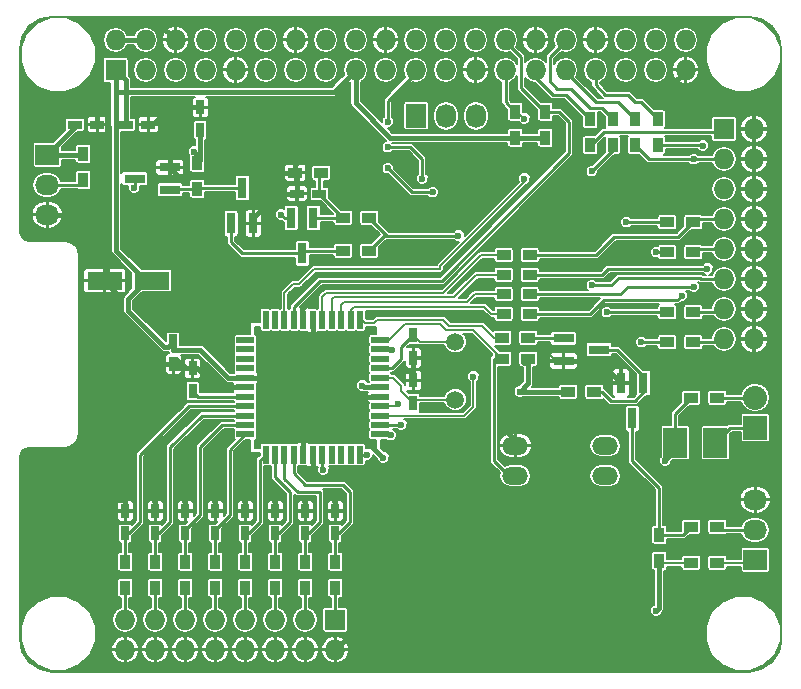
<source format=gtl>
G04 #@! TF.FileFunction,Copper,L1,Top,Signal*
%FSLAX46Y46*%
G04 Gerber Fmt 4.6, Leading zero omitted, Abs format (unit mm)*
G04 Created by KiCad (PCBNEW (2015-05-05 BZR 5645)-product) date ma. 18. mai 2015 kl. 21.53 +0200*
%MOMM*%
G01*
G04 APERTURE LIST*
%ADD10C,0.100000*%
%ADD11R,1.727200X1.727200*%
%ADD12O,1.727200X1.727200*%
%ADD13R,1.500000X0.550000*%
%ADD14R,0.550000X1.500000*%
%ADD15R,1.727200X2.032000*%
%ADD16O,1.727200X2.032000*%
%ADD17R,0.750000X1.200000*%
%ADD18R,0.900000X1.200000*%
%ADD19R,1.200000X0.750000*%
%ADD20R,1.800860X0.800100*%
%ADD21R,1.200000X0.900000*%
%ADD22R,0.800100X1.800860*%
%ADD23R,2.000000X2.500000*%
%ADD24R,2.032000X2.032000*%
%ADD25O,2.032000X2.032000*%
%ADD26R,2.032000X1.727200*%
%ADD27O,2.032000X1.727200*%
%ADD28O,2.197100X1.498600*%
%ADD29O,2.194560X1.496060*%
%ADD30R,2.999740X1.501140*%
%ADD31C,1.501140*%
%ADD32C,0.600000*%
%ADD33C,0.400000*%
%ADD34C,0.200000*%
%ADD35C,0.250000*%
%ADD36C,0.152400*%
G04 APERTURE END LIST*
D10*
D11*
X66488000Y-61398000D03*
D12*
X66488000Y-58858000D03*
X69028000Y-61398000D03*
X69028000Y-58858000D03*
X71568000Y-61398000D03*
X71568000Y-58858000D03*
X74108000Y-61398000D03*
X74108000Y-58858000D03*
X76648000Y-61398000D03*
X76648000Y-58858000D03*
X79188000Y-61398000D03*
X79188000Y-58858000D03*
X81728000Y-61398000D03*
X81728000Y-58858000D03*
X84268000Y-61398000D03*
X84268000Y-58858000D03*
X86808000Y-61398000D03*
X86808000Y-58858000D03*
X89348000Y-61398000D03*
X89348000Y-58858000D03*
X91888000Y-61398000D03*
X91888000Y-58858000D03*
X94428000Y-61398000D03*
X94428000Y-58858000D03*
X96968000Y-61398000D03*
X96968000Y-58858000D03*
X99508000Y-61398000D03*
X99508000Y-58858000D03*
X102048000Y-61398000D03*
X102048000Y-58858000D03*
X104588000Y-61398000D03*
X104588000Y-58858000D03*
X107128000Y-61398000D03*
X107128000Y-58858000D03*
X109668000Y-61398000D03*
X109668000Y-58858000D03*
X112208000Y-61398000D03*
X112208000Y-58858000D03*
X114748000Y-61398000D03*
X114748000Y-58858000D03*
D13*
X88885000Y-92265000D03*
X88885000Y-91465000D03*
X88885000Y-90665000D03*
X88885000Y-89865000D03*
X88885000Y-89065000D03*
X88885000Y-88265000D03*
X88885000Y-87465000D03*
X88885000Y-86665000D03*
X88885000Y-85865000D03*
X88885000Y-85065000D03*
X88885000Y-84265000D03*
D14*
X87185000Y-82565000D03*
X86385000Y-82565000D03*
X85585000Y-82565000D03*
X84785000Y-82565000D03*
X83985000Y-82565000D03*
X83185000Y-82565000D03*
X82385000Y-82565000D03*
X81585000Y-82565000D03*
X80785000Y-82565000D03*
X79985000Y-82565000D03*
X79185000Y-82565000D03*
D13*
X77485000Y-84265000D03*
X77485000Y-85065000D03*
X77485000Y-85865000D03*
X77485000Y-86665000D03*
X77485000Y-87465000D03*
X77485000Y-88265000D03*
X77485000Y-89065000D03*
X77485000Y-89865000D03*
X77485000Y-90665000D03*
X77485000Y-91465000D03*
X77485000Y-92265000D03*
D14*
X79185000Y-93965000D03*
X79985000Y-93965000D03*
X80785000Y-93965000D03*
X81585000Y-93965000D03*
X82385000Y-93965000D03*
X83185000Y-93965000D03*
X83985000Y-93965000D03*
X84785000Y-93965000D03*
X85585000Y-93965000D03*
X86385000Y-93965000D03*
X87185000Y-93965000D03*
D15*
X91948000Y-65278000D03*
D16*
X94488000Y-65278000D03*
X97028000Y-65278000D03*
D17*
X85090000Y-98745000D03*
X85090000Y-100645000D03*
X82550000Y-98745000D03*
X82550000Y-100645000D03*
X80010000Y-98745000D03*
X80010000Y-100645000D03*
X77470000Y-98745000D03*
X77470000Y-100645000D03*
X74930000Y-98745000D03*
X74930000Y-100645000D03*
X72390000Y-98745000D03*
X72390000Y-100645000D03*
X69850000Y-98745000D03*
X69850000Y-100645000D03*
X67310000Y-98745000D03*
X67310000Y-100645000D03*
X91694000Y-89596000D03*
X91694000Y-87696000D03*
X91694000Y-83886000D03*
X91694000Y-85786000D03*
X73025000Y-86680000D03*
X73025000Y-88580000D03*
X71374000Y-86294000D03*
X71374000Y-84394000D03*
D11*
X85090000Y-107950000D03*
D12*
X85090000Y-110490000D03*
X82550000Y-107950000D03*
X82550000Y-110490000D03*
X80010000Y-107950000D03*
X80010000Y-110490000D03*
X77470000Y-107950000D03*
X77470000Y-110490000D03*
X74930000Y-107950000D03*
X74930000Y-110490000D03*
X72390000Y-107950000D03*
X72390000Y-110490000D03*
X69850000Y-107950000D03*
X69850000Y-110490000D03*
X67310000Y-107950000D03*
X67310000Y-110490000D03*
D18*
X85090000Y-105240000D03*
X85090000Y-103040000D03*
X80010000Y-105240000D03*
X80010000Y-103040000D03*
X74930000Y-105240000D03*
X74930000Y-103040000D03*
X69850000Y-105240000D03*
X69850000Y-103040000D03*
X82550000Y-105240000D03*
X82550000Y-103040000D03*
X77470000Y-105240000D03*
X77470000Y-103040000D03*
X72390000Y-105240000D03*
X72390000Y-103040000D03*
X67310000Y-105240000D03*
X67310000Y-103040000D03*
X102870000Y-64940000D03*
X102870000Y-67140000D03*
X100330000Y-64940000D03*
X100330000Y-67140000D03*
D19*
X81854000Y-71882000D03*
X83754000Y-71882000D03*
D20*
X71097140Y-71562000D03*
X71097140Y-69662000D03*
X68094860Y-70612000D03*
D18*
X63754000Y-70696000D03*
X63754000Y-68496000D03*
X73406000Y-71458000D03*
X73406000Y-69258000D03*
D21*
X85768000Y-76708000D03*
X87968000Y-76708000D03*
D22*
X76266000Y-74399140D03*
X78166000Y-74399140D03*
X77216000Y-71396860D03*
X83246000Y-73936860D03*
X81346000Y-73936860D03*
X82296000Y-76939140D03*
D21*
X85768000Y-73914000D03*
X87968000Y-73914000D03*
X81704000Y-70104000D03*
X83904000Y-70104000D03*
D23*
X117270000Y-92964000D03*
X113870000Y-92964000D03*
D24*
X120650000Y-91694000D03*
D25*
X120650000Y-89154000D03*
D26*
X120650000Y-102870000D03*
D27*
X120650000Y-100330000D03*
X120650000Y-97790000D03*
D22*
X111186000Y-87906860D03*
X109286000Y-87906860D03*
X110236000Y-90909140D03*
D20*
X104416860Y-84140000D03*
X104416860Y-86040000D03*
X107419140Y-85090000D03*
D21*
X117432000Y-89154000D03*
X115232000Y-89154000D03*
X101430000Y-85852000D03*
X99230000Y-85852000D03*
X117432000Y-100076000D03*
X115232000Y-100076000D03*
D18*
X112522000Y-100754000D03*
X112522000Y-102954000D03*
D21*
X107018000Y-88646000D03*
X104818000Y-88646000D03*
X101430000Y-84074000D03*
X99230000Y-84074000D03*
D26*
X60706000Y-68580000D03*
D27*
X60706000Y-71120000D03*
X60706000Y-73660000D03*
D11*
X118000000Y-66400000D03*
D12*
X120540000Y-66400000D03*
X118000000Y-68940000D03*
X120540000Y-68940000D03*
X118000000Y-71480000D03*
X120540000Y-71480000D03*
X118000000Y-74020000D03*
X120540000Y-74020000D03*
X118000000Y-76560000D03*
X120540000Y-76560000D03*
X118000000Y-79100000D03*
X120540000Y-79100000D03*
X118000000Y-81640000D03*
X120540000Y-81640000D03*
X118000000Y-84180000D03*
X120540000Y-84180000D03*
D18*
X106680000Y-67775000D03*
X106680000Y-65575000D03*
X110490000Y-67775000D03*
X110490000Y-65575000D03*
D21*
X101557000Y-82042000D03*
X99357000Y-82042000D03*
X101557000Y-80391000D03*
X99357000Y-80391000D03*
D18*
X112395000Y-67775000D03*
X112395000Y-65575000D03*
D21*
X115400000Y-74295000D03*
X113200000Y-74295000D03*
X115400000Y-76835000D03*
X113200000Y-76835000D03*
D18*
X108585000Y-67775000D03*
X108585000Y-65575000D03*
D21*
X115400000Y-81915000D03*
X113200000Y-81915000D03*
X115400000Y-84455000D03*
X113200000Y-84455000D03*
X101557000Y-78740000D03*
X99357000Y-78740000D03*
X101557000Y-77089000D03*
X99357000Y-77089000D03*
D19*
X63058000Y-66040000D03*
X64958000Y-66040000D03*
X67376000Y-66040000D03*
X69276000Y-66040000D03*
D28*
X107950000Y-95758000D03*
X107950000Y-93218000D03*
D29*
X100330000Y-93218000D03*
X100330000Y-95758000D03*
D30*
X65565020Y-79248000D03*
X69562980Y-79248000D03*
D17*
X73660000Y-66482000D03*
X73660000Y-64582000D03*
D21*
X117432000Y-103124000D03*
X115232000Y-103124000D03*
D31*
X95250000Y-89308940D03*
X95250000Y-84427060D03*
D32*
X90678000Y-86868000D03*
X110363000Y-62865000D03*
X87757000Y-68453000D03*
X64262000Y-97790000D03*
X104140000Y-64262000D03*
X104140000Y-66040000D03*
X81788000Y-80264000D03*
X95250000Y-70612000D03*
X93218000Y-70231000D03*
X91821000Y-69977000D03*
X87376000Y-88138000D03*
X67310000Y-97790000D03*
X69850000Y-97790000D03*
X72390000Y-97790000D03*
X74930000Y-97790000D03*
X77470000Y-97790000D03*
X80010000Y-97790000D03*
X82550000Y-97790000D03*
X85090000Y-97790000D03*
X65151000Y-63246000D03*
X82753200Y-81229200D03*
X88011000Y-82042000D03*
X71374000Y-64516000D03*
X76200000Y-88392000D03*
X77470000Y-93980000D03*
X83185000Y-95504000D03*
X89154000Y-94234000D03*
X100711000Y-88646000D03*
X89789000Y-92329000D03*
X93345000Y-71755000D03*
X89535000Y-69723000D03*
X92456000Y-70612000D03*
X89535000Y-67945000D03*
X89535000Y-65786000D03*
X90678000Y-91440000D03*
X96774000Y-87376000D03*
X90424000Y-89662000D03*
X87757000Y-93980000D03*
X101092000Y-65532000D03*
X101092000Y-70612000D03*
X73152000Y-68326000D03*
X112268000Y-107188000D03*
X113030000Y-94488000D03*
X89916000Y-85090000D03*
X80518000Y-73660000D03*
X84074000Y-95250000D03*
X95504000Y-75438000D03*
X68072000Y-71374000D03*
X109728000Y-74295000D03*
X108077000Y-81915000D03*
X112268000Y-76835000D03*
X110998000Y-84455000D03*
X114427000Y-80518000D03*
X115443000Y-68961000D03*
X115443000Y-79756000D03*
X116205000Y-67818000D03*
X116586000Y-78232000D03*
X106807000Y-79629000D03*
X106807000Y-69977000D03*
D33*
X91694000Y-86868000D02*
X90678000Y-86868000D01*
X114748000Y-61398000D02*
X114748000Y-61464500D01*
X114748000Y-61464500D02*
X113347500Y-62865000D01*
X113347500Y-62865000D02*
X110363000Y-62865000D01*
X87757000Y-68453000D02*
X87757000Y-68834000D01*
X87757000Y-68834000D02*
X87757000Y-68770500D01*
X87757000Y-68770500D02*
X87757000Y-68834000D01*
X67310000Y-97790000D02*
X64262000Y-97790000D01*
D34*
X82804000Y-81026000D02*
X84074000Y-79756000D01*
X84074000Y-79756000D02*
X94132728Y-79756000D01*
X94132728Y-79756000D02*
X105410000Y-68478728D01*
X105410000Y-68478728D02*
X105410000Y-65532000D01*
X105410000Y-65532000D02*
X104140000Y-64262000D01*
X82804000Y-81195333D02*
X82804000Y-81026000D01*
X81788000Y-80264000D02*
X82042000Y-80010000D01*
X82042000Y-80010000D02*
X82296000Y-80010000D01*
X82296000Y-80010000D02*
X83566000Y-78740000D01*
X83566000Y-78740000D02*
X93980000Y-78740000D01*
X93980000Y-78740000D02*
X104394000Y-68326000D01*
X104394000Y-68326000D02*
X104394000Y-66294000D01*
X104394000Y-66294000D02*
X104140000Y-66040000D01*
X104416860Y-86040000D02*
X103820000Y-86040000D01*
X103820000Y-86040000D02*
X102768400Y-84988400D01*
X102768400Y-84988400D02*
X100330000Y-84988400D01*
D33*
X93599000Y-70612000D02*
X95250000Y-70612000D01*
X93218000Y-70231000D02*
X93599000Y-70612000D01*
X90805000Y-68961000D02*
X91821000Y-69977000D01*
X88265000Y-68961000D02*
X90805000Y-68961000D01*
X88138000Y-68834000D02*
X88265000Y-68961000D01*
X87757000Y-68834000D02*
X88138000Y-68834000D01*
X104416860Y-86040000D02*
X105598000Y-86040000D01*
X105598000Y-86040000D02*
X106680000Y-87122000D01*
X106680000Y-87122000D02*
X108501140Y-87122000D01*
X108501140Y-87122000D02*
X109286000Y-87906860D01*
X82753200Y-81229200D02*
X82804000Y-81195333D01*
X82804000Y-81195333D02*
X82296000Y-81534000D01*
X82296000Y-81534000D02*
X82296000Y-82476000D01*
X82296000Y-82476000D02*
X82385000Y-82565000D01*
X100330000Y-83058000D02*
X100330000Y-84988400D01*
X100330000Y-84988400D02*
X100330000Y-84836000D01*
X81704000Y-70104000D02*
X74676000Y-70104000D01*
X74676000Y-70104000D02*
X74422000Y-70358000D01*
X74422000Y-70358000D02*
X71793140Y-70358000D01*
X71793140Y-70358000D02*
X71097140Y-69662000D01*
X81704000Y-70104000D02*
X81704000Y-69426000D01*
X82296000Y-68834000D02*
X87757000Y-68834000D01*
X81704000Y-69426000D02*
X82296000Y-68834000D01*
X81854000Y-71882000D02*
X81854000Y-70254000D01*
X81854000Y-70254000D02*
X81704000Y-70104000D01*
X78166000Y-74399140D02*
X78166000Y-73980000D01*
X78166000Y-73980000D02*
X80264000Y-71882000D01*
X80264000Y-71882000D02*
X81854000Y-71882000D01*
X60706000Y-73660000D02*
X65786000Y-73660000D01*
X91694000Y-85786000D02*
X91694000Y-86868000D01*
X91694000Y-86868000D02*
X91694000Y-87696000D01*
X87503000Y-88265000D02*
X88885000Y-88265000D01*
X87376000Y-88138000D02*
X87503000Y-88265000D01*
X73025000Y-86680000D02*
X71760000Y-86680000D01*
X71760000Y-86680000D02*
X71374000Y-86294000D01*
X73025000Y-86680000D02*
X72456000Y-86680000D01*
X70114000Y-57404000D02*
X71568000Y-58858000D01*
X65278000Y-57404000D02*
X70114000Y-57404000D01*
X65024000Y-57658000D02*
X65278000Y-57404000D01*
X65024000Y-62484000D02*
X65024000Y-57658000D01*
X65786000Y-63246000D02*
X65024000Y-62484000D01*
X65786000Y-64008000D02*
X65786000Y-63246000D01*
X65786000Y-73660000D02*
X65786000Y-64008000D01*
X72456000Y-86680000D02*
X71628000Y-85852000D01*
X77485000Y-88265000D02*
X74930000Y-88265000D01*
X74930000Y-88265000D02*
X73345000Y-86680000D01*
X73345000Y-86680000D02*
X73025000Y-86680000D01*
X67310000Y-97790000D02*
X67310000Y-98745000D01*
X69850000Y-98745000D02*
X69850000Y-97790000D01*
X72390000Y-97790000D02*
X72390000Y-98745000D01*
X74930000Y-98745000D02*
X74930000Y-97790000D01*
X77470000Y-97790000D02*
X77470000Y-98745000D01*
X80010000Y-98745000D02*
X80010000Y-97790000D01*
X85090000Y-98745000D02*
X85090000Y-97790000D01*
X82550000Y-97790000D02*
X82550000Y-98745000D01*
X65151000Y-63246000D02*
X65786000Y-63881000D01*
X65786000Y-63881000D02*
X65659000Y-64008000D01*
X65659000Y-64008000D02*
X65786000Y-64008000D01*
X100457000Y-83058000D02*
X100457000Y-82550000D01*
X100457000Y-83058000D02*
X100457000Y-83058000D01*
X98552000Y-83058000D02*
X100457000Y-83058000D01*
X98044000Y-82550000D02*
X98552000Y-83058000D01*
X95123000Y-82550000D02*
X98044000Y-82550000D01*
X94488000Y-81915000D02*
X95123000Y-82550000D01*
X88138000Y-81915000D02*
X94488000Y-81915000D01*
X88011000Y-82042000D02*
X88138000Y-81915000D01*
X86868000Y-108712000D02*
X85090000Y-110490000D01*
X86868000Y-96901000D02*
X86868000Y-108712000D01*
X85979000Y-96012000D02*
X86868000Y-96901000D01*
X83693000Y-96012000D02*
X85979000Y-96012000D01*
X83185000Y-95504000D02*
X83693000Y-96012000D01*
X100330000Y-82550000D02*
X100457000Y-82550000D01*
X100457000Y-82677000D02*
X100330000Y-82550000D01*
X100457000Y-82931000D02*
X100457000Y-82677000D01*
X100330000Y-83058000D02*
X100457000Y-82931000D01*
X64958000Y-63439000D02*
X65151000Y-63246000D01*
X64958000Y-66040000D02*
X64958000Y-63439000D01*
X69596000Y-66040000D02*
X69276000Y-66040000D01*
X71097140Y-64538860D02*
X69596000Y-66040000D01*
X71097140Y-64770000D02*
X71097140Y-64538860D01*
X71097140Y-69662000D02*
X71097140Y-64770000D01*
X71120000Y-64770000D02*
X71374000Y-64516000D01*
X71097140Y-64770000D02*
X71120000Y-64770000D01*
X100330000Y-86614000D02*
X100330000Y-84836000D01*
X99060000Y-87884000D02*
X100330000Y-86614000D01*
X99060000Y-91440000D02*
X99060000Y-87884000D01*
X100330000Y-92710000D02*
X99060000Y-91440000D01*
X100330000Y-93218000D02*
X100330000Y-92710000D01*
X76327000Y-88265000D02*
X77485000Y-88265000D01*
X76200000Y-88392000D02*
X76327000Y-88265000D01*
X77470000Y-97790000D02*
X77470000Y-93980000D01*
X83185000Y-93965000D02*
X83185000Y-95504000D01*
X114748000Y-61398000D02*
X114497000Y-61398000D01*
X73594000Y-64516000D02*
X73660000Y-64582000D01*
X71374000Y-64516000D02*
X73594000Y-64516000D01*
X65786000Y-79027020D02*
X65565020Y-79248000D01*
X65786000Y-73660000D02*
X65786000Y-79027020D01*
X66548000Y-80264000D02*
X66548000Y-82296000D01*
X66548000Y-82296000D02*
X70546000Y-86294000D01*
X70546000Y-86294000D02*
X71374000Y-86294000D01*
X65565020Y-79281020D02*
X66548000Y-80264000D01*
X65565020Y-79248000D02*
X65565020Y-79281020D01*
X100711000Y-88646000D02*
X104818000Y-88646000D01*
X82296000Y-89662000D02*
X84582000Y-89662000D01*
X84582000Y-89662000D02*
X89154000Y-94234000D01*
X101430000Y-87927000D02*
X101430000Y-85852000D01*
X100711000Y-88646000D02*
X101430000Y-87927000D01*
X77485000Y-87465000D02*
X84671000Y-87465000D01*
X86271000Y-89065000D02*
X88885000Y-89065000D01*
X86233000Y-89027000D02*
X86271000Y-89065000D01*
X84671000Y-87465000D02*
X86233000Y-89027000D01*
X80175000Y-87465000D02*
X80175000Y-87541000D01*
X82385000Y-89751000D02*
X82385000Y-93965000D01*
X82296000Y-89662000D02*
X82385000Y-89751000D01*
X80175000Y-87541000D02*
X82296000Y-89662000D01*
X77485000Y-87465000D02*
X80175000Y-87465000D01*
X83185000Y-84455000D02*
X83185000Y-82565000D01*
X80175000Y-87465000D02*
X83185000Y-84455000D01*
X71374000Y-84394000D02*
X71374000Y-85090000D01*
X77485000Y-87465000D02*
X76035000Y-87465000D01*
X66488000Y-63246000D02*
X66488000Y-61398000D01*
X66488000Y-66040000D02*
X66488000Y-63246000D01*
X73660000Y-85090000D02*
X71374000Y-85090000D01*
X76035000Y-87465000D02*
X74930000Y-86360000D01*
X74930000Y-86360000D02*
X73660000Y-85090000D01*
X84963000Y-63246000D02*
X66488000Y-63246000D01*
X86808000Y-61401000D02*
X84963000Y-63246000D01*
X86808000Y-61398000D02*
X86808000Y-61401000D01*
X86808000Y-64202000D02*
X89746000Y-67140000D01*
X89746000Y-67140000D02*
X100330000Y-67140000D01*
X86808000Y-61398000D02*
X86808000Y-64202000D01*
X100330000Y-67140000D02*
X102870000Y-67140000D01*
X101430000Y-86022000D02*
X101430000Y-85852000D01*
X67376000Y-62286000D02*
X66488000Y-61398000D01*
X67376000Y-66040000D02*
X67376000Y-62286000D01*
X66548000Y-66040000D02*
X66488000Y-66040000D01*
X66488000Y-66040000D02*
X66548000Y-66040000D01*
X67376000Y-66040000D02*
X66488000Y-66040000D01*
X101092000Y-86190000D02*
X101430000Y-85852000D01*
X66548000Y-76708000D02*
X69088000Y-79248000D01*
X66548000Y-66040000D02*
X66548000Y-76708000D01*
X67564000Y-80772000D02*
X67564000Y-81788000D01*
X67564000Y-81788000D02*
X70612000Y-84836000D01*
X70612000Y-84836000D02*
X70932000Y-84836000D01*
X70932000Y-84836000D02*
X71374000Y-84394000D01*
X69088000Y-79248000D02*
X67564000Y-80772000D01*
X69562980Y-79248000D02*
X69088000Y-79248000D01*
D35*
X89725000Y-92265000D02*
X88885000Y-92265000D01*
X89789000Y-92329000D02*
X89725000Y-92265000D01*
X91567000Y-71755000D02*
X93345000Y-71755000D01*
X89535000Y-69723000D02*
X91567000Y-71755000D01*
X92456000Y-68961000D02*
X92456000Y-70612000D01*
X91440000Y-67945000D02*
X92456000Y-68961000D01*
X89535000Y-67945000D02*
X91440000Y-67945000D01*
X89535000Y-64008000D02*
X89535000Y-65786000D01*
X91888000Y-61655000D02*
X89535000Y-64008000D01*
X91888000Y-61398000D02*
X91888000Y-61655000D01*
X90653000Y-91465000D02*
X88885000Y-91465000D01*
X90678000Y-91440000D02*
X90653000Y-91465000D01*
D36*
X88885000Y-90665000D02*
X96025000Y-90665000D01*
X96774000Y-89916000D02*
X96774000Y-87376000D01*
X96025000Y-90665000D02*
X96774000Y-89916000D01*
D35*
X85090000Y-100645000D02*
X85410000Y-100645000D01*
X85410000Y-100645000D02*
X86360000Y-99695000D01*
X86360000Y-99695000D02*
X86360000Y-97155000D01*
X86360000Y-97155000D02*
X85725000Y-96520000D01*
X85725000Y-96520000D02*
X82550000Y-96520000D01*
X82550000Y-96520000D02*
X81585000Y-95555000D01*
X81585000Y-95555000D02*
X81585000Y-93965000D01*
X85090000Y-100645000D02*
X85090000Y-103040000D01*
X82550000Y-100645000D02*
X82870000Y-100645000D01*
X82870000Y-100645000D02*
X83820000Y-99695000D01*
X80785000Y-96025000D02*
X80785000Y-93965000D01*
X81915000Y-97155000D02*
X80785000Y-96025000D01*
X83820000Y-97155000D02*
X81915000Y-97155000D01*
X83820000Y-99695000D02*
X83820000Y-97155000D01*
X82550000Y-100645000D02*
X82550000Y-103040000D01*
X80010000Y-100645000D02*
X80330000Y-100645000D01*
X80330000Y-100645000D02*
X81280000Y-99695000D01*
X81280000Y-99695000D02*
X81280000Y-97155000D01*
X81280000Y-97155000D02*
X79985000Y-95860000D01*
X79985000Y-95860000D02*
X79985000Y-93965000D01*
X80010000Y-100645000D02*
X80010000Y-103040000D01*
X77470000Y-100645000D02*
X77790000Y-100645000D01*
X77790000Y-100645000D02*
X78740000Y-99695000D01*
X78740000Y-99695000D02*
X78740000Y-94410000D01*
X78740000Y-94410000D02*
X79185000Y-93965000D01*
X77470000Y-100645000D02*
X77470000Y-103040000D01*
X74930000Y-100645000D02*
X74930000Y-100330000D01*
X74930000Y-100330000D02*
X76200000Y-99060000D01*
X76200000Y-99060000D02*
X76200000Y-93550000D01*
X76200000Y-93550000D02*
X77485000Y-92265000D01*
X74930000Y-100645000D02*
X74930000Y-103040000D01*
X72390000Y-100645000D02*
X72390000Y-100330000D01*
X72390000Y-100330000D02*
X73660000Y-99060000D01*
X73660000Y-99060000D02*
X73660000Y-93345000D01*
X73660000Y-93345000D02*
X75540000Y-91465000D01*
X75540000Y-91465000D02*
X77485000Y-91465000D01*
X72390000Y-100645000D02*
X72390000Y-103040000D01*
X69850000Y-100645000D02*
X70170000Y-100645000D01*
X70170000Y-100645000D02*
X71120000Y-99695000D01*
X71120000Y-99695000D02*
X71120000Y-93345000D01*
X71120000Y-93345000D02*
X73800000Y-90665000D01*
X73800000Y-90665000D02*
X77485000Y-90665000D01*
X69850000Y-100645000D02*
X69850000Y-103040000D01*
X67310000Y-100645000D02*
X67630000Y-100645000D01*
X67630000Y-100645000D02*
X68580000Y-99695000D01*
X68580000Y-99695000D02*
X68580000Y-93980000D01*
X68580000Y-93980000D02*
X72695000Y-89865000D01*
X72695000Y-89865000D02*
X77485000Y-89865000D01*
X67310000Y-100645000D02*
X67310000Y-103040000D01*
D36*
X95250000Y-89308940D02*
X91981060Y-89308940D01*
X91981060Y-89308940D02*
X91694000Y-89596000D01*
D34*
X88885000Y-87465000D02*
X90005000Y-87465000D01*
X90678000Y-88580000D02*
X91694000Y-89596000D01*
X90678000Y-88138000D02*
X90678000Y-88580000D01*
X90005000Y-87465000D02*
X90678000Y-88138000D01*
D35*
X91694000Y-89596000D02*
X91760000Y-89596000D01*
X88885000Y-87465000D02*
X89497000Y-87465000D01*
X91628000Y-89596000D02*
X91694000Y-89596000D01*
D36*
X95250000Y-84427060D02*
X92235060Y-84427060D01*
X92235060Y-84427060D02*
X91694000Y-83886000D01*
D35*
X91694000Y-83886000D02*
X91760000Y-83886000D01*
X88885000Y-86665000D02*
X89865000Y-86665000D01*
X90678000Y-84902000D02*
X91694000Y-83886000D01*
X90678000Y-85852000D02*
X90678000Y-84902000D01*
X89865000Y-86665000D02*
X90678000Y-85852000D01*
X77485000Y-89065000D02*
X73510000Y-89065000D01*
X73510000Y-89065000D02*
X73025000Y-88580000D01*
D34*
X88885000Y-89865000D02*
X90221000Y-89865000D01*
X90221000Y-89865000D02*
X90424000Y-89662000D01*
D35*
X85090000Y-105240000D02*
X85090000Y-107950000D01*
X82550000Y-105240000D02*
X82550000Y-107950000D01*
X80010000Y-105240000D02*
X80010000Y-107950000D01*
X77470000Y-105240000D02*
X77470000Y-107950000D01*
X74930000Y-105240000D02*
X74930000Y-107950000D01*
X72390000Y-105240000D02*
X72390000Y-107950000D01*
X69850000Y-105240000D02*
X69850000Y-107950000D01*
X67310000Y-105240000D02*
X67310000Y-107950000D01*
X87742000Y-93965000D02*
X87757000Y-93980000D01*
X87185000Y-93965000D02*
X87742000Y-93965000D01*
X100838000Y-62908000D02*
X102870000Y-64940000D01*
X100838000Y-60325000D02*
X100838000Y-62908000D01*
X99508000Y-58995000D02*
X100838000Y-60325000D01*
X99508000Y-58858000D02*
X99508000Y-58995000D01*
X104056000Y-64940000D02*
X102870000Y-64940000D01*
X104902000Y-65786000D02*
X104056000Y-64940000D01*
X104902000Y-68453000D02*
X104902000Y-65786000D01*
X94107000Y-79248000D02*
X104902000Y-68453000D01*
X83820000Y-79248000D02*
X94107000Y-79248000D01*
X81585000Y-81483000D02*
X83820000Y-79248000D01*
X81585000Y-82565000D02*
X81585000Y-81483000D01*
D34*
X93980000Y-78232000D02*
X93980000Y-77978000D01*
X80785000Y-80251000D02*
X81534000Y-79502000D01*
X81534000Y-79502000D02*
X82042000Y-79502000D01*
X82042000Y-79502000D02*
X83312000Y-78232000D01*
X83312000Y-78232000D02*
X93980000Y-78232000D01*
X80785000Y-82565000D02*
X80785000Y-80251000D01*
X101092000Y-65532000D02*
X100500000Y-64940000D01*
X101092000Y-70866000D02*
X101092000Y-70612000D01*
X93980000Y-77978000D02*
X101092000Y-70866000D01*
X100500000Y-64940000D02*
X100330000Y-64940000D01*
D35*
X99508000Y-64118000D02*
X100330000Y-64940000D01*
X99508000Y-61398000D02*
X99508000Y-64118000D01*
X100330000Y-64940000D02*
X100330000Y-65024000D01*
D33*
X112606000Y-102870000D02*
X112522000Y-102954000D01*
X73406000Y-69258000D02*
X73406000Y-68580000D01*
X73406000Y-68580000D02*
X73152000Y-68326000D01*
X60706000Y-68580000D02*
X63670000Y-68580000D01*
X63670000Y-68580000D02*
X63754000Y-68496000D01*
X66488000Y-58858000D02*
X69028000Y-58858000D01*
X63058000Y-66228000D02*
X60706000Y-68580000D01*
X63058000Y-66040000D02*
X63058000Y-66228000D01*
D34*
X112692000Y-103124000D02*
X112522000Y-102954000D01*
X115232000Y-103124000D02*
X112692000Y-103124000D01*
D33*
X73660000Y-69004000D02*
X73406000Y-69258000D01*
X73660000Y-66482000D02*
X73660000Y-69004000D01*
X112268000Y-107188000D02*
X112522000Y-106934000D01*
X112522000Y-106934000D02*
X112522000Y-102954000D01*
D35*
X83754000Y-71882000D02*
X83754000Y-70254000D01*
X83754000Y-70254000D02*
X83904000Y-70104000D01*
X85768000Y-73914000D02*
X85768000Y-73896000D01*
X85768000Y-73896000D02*
X83754000Y-71882000D01*
X85768000Y-73914000D02*
X83268860Y-73914000D01*
X83268860Y-73914000D02*
X83246000Y-73936860D01*
X82296000Y-76939140D02*
X77193140Y-76939140D01*
X77193140Y-76939140D02*
X76266000Y-76012000D01*
X76266000Y-76012000D02*
X76266000Y-74399140D01*
X85768000Y-76708000D02*
X82527140Y-76708000D01*
X82527140Y-76708000D02*
X82296000Y-76939140D01*
X120650000Y-91694000D02*
X118540000Y-91694000D01*
X118540000Y-91694000D02*
X117270000Y-92964000D01*
X113870000Y-92964000D02*
X113870000Y-90516000D01*
X113870000Y-90516000D02*
X115232000Y-89154000D01*
X113870000Y-93648000D02*
X113870000Y-92964000D01*
X113030000Y-94488000D02*
X113870000Y-93648000D01*
D34*
X88885000Y-84265000D02*
X89632902Y-84265000D01*
X89632902Y-84265000D02*
X90966902Y-82931000D01*
X96788402Y-83410402D02*
X99230000Y-85852000D01*
X94459402Y-83410402D02*
X96788402Y-83410402D01*
X93980000Y-82931000D02*
X94459402Y-83410402D01*
X90966902Y-82931000D02*
X93980000Y-82931000D01*
X88885000Y-84265000D02*
X88885000Y-84089000D01*
X98552000Y-85852000D02*
X99230000Y-85852000D01*
D35*
X98552000Y-85852000D02*
X99230000Y-85852000D01*
X99230000Y-85852000D02*
X99441000Y-85852000D01*
X98552000Y-94488000D02*
X98552000Y-85852000D01*
X99822000Y-95758000D02*
X98552000Y-94488000D01*
X100330000Y-95758000D02*
X99822000Y-95758000D01*
D34*
X87185000Y-82565000D02*
X87391000Y-82565000D01*
X87391000Y-82565000D02*
X87630000Y-82804000D01*
X98552000Y-84074000D02*
X99230000Y-84074000D01*
X97536000Y-83058000D02*
X98552000Y-84074000D01*
X94742000Y-83058000D02*
X97536000Y-83058000D01*
X94234000Y-82550000D02*
X94742000Y-83058000D01*
X88646000Y-82550000D02*
X94234000Y-82550000D01*
X88392000Y-82804000D02*
X88646000Y-82550000D01*
X87630000Y-82804000D02*
X88392000Y-82804000D01*
D35*
X98806000Y-84074000D02*
X99230000Y-84074000D01*
X120650000Y-89154000D02*
X117432000Y-89154000D01*
X117178000Y-100330000D02*
X120650000Y-100330000D01*
X111186000Y-87906860D02*
X111186000Y-87310000D01*
X111186000Y-87310000D02*
X108966000Y-85090000D01*
X108966000Y-85090000D02*
X107419140Y-85090000D01*
X107018000Y-88646000D02*
X107696000Y-88646000D01*
X107696000Y-88646000D02*
X108458000Y-89408000D01*
X108458000Y-89408000D02*
X110490000Y-89408000D01*
X110490000Y-89408000D02*
X111186000Y-88712000D01*
X111186000Y-88712000D02*
X111186000Y-87906860D01*
X112522000Y-100754000D02*
X112522000Y-96774000D01*
X112522000Y-96774000D02*
X110236000Y-94488000D01*
X110236000Y-94488000D02*
X110236000Y-90909140D01*
X112522000Y-100754000D02*
X114554000Y-100754000D01*
X114554000Y-100754000D02*
X114978000Y-100330000D01*
X101430000Y-84074000D02*
X104350860Y-84074000D01*
X104350860Y-84074000D02*
X104416860Y-84140000D01*
X88885000Y-85065000D02*
X89891000Y-85065000D01*
X89891000Y-85065000D02*
X89916000Y-85090000D01*
X80518000Y-73660000D02*
X80794860Y-73936860D01*
X80794860Y-73936860D02*
X81346000Y-73936860D01*
X104605000Y-63500000D02*
X106680000Y-65575000D01*
X103505000Y-63500000D02*
X104605000Y-63500000D01*
X102048000Y-62043000D02*
X103505000Y-63500000D01*
X102048000Y-61398000D02*
X102048000Y-62043000D01*
X89492000Y-75438000D02*
X89238000Y-75438000D01*
X89238000Y-75438000D02*
X87968000Y-76708000D01*
X95504000Y-75438000D02*
X89492000Y-75438000D01*
X89492000Y-75438000D02*
X87968000Y-73914000D01*
X83985000Y-95161000D02*
X84074000Y-95250000D01*
X83985000Y-93965000D02*
X83985000Y-95161000D01*
X68094860Y-70612000D02*
X68094860Y-71351140D01*
X68094860Y-71351140D02*
X68072000Y-71374000D01*
X60706000Y-71120000D02*
X63330000Y-71120000D01*
X63330000Y-71120000D02*
X63754000Y-70696000D01*
X73406000Y-71458000D02*
X71201140Y-71458000D01*
X71201140Y-71458000D02*
X71097140Y-71562000D01*
X77216000Y-71396860D02*
X73467140Y-71396860D01*
X73467140Y-71396860D02*
X73406000Y-71458000D01*
D34*
X86385000Y-82565000D02*
X86385000Y-81763000D01*
X98298000Y-82042000D02*
X99357000Y-82042000D01*
X97718598Y-81462598D02*
X98298000Y-82042000D01*
X86685402Y-81462598D02*
X97718598Y-81462598D01*
X86385000Y-81763000D02*
X86685402Y-81462598D01*
D35*
X86385000Y-82565000D02*
X86385000Y-81890000D01*
D34*
X85585000Y-82565000D02*
X85585000Y-81293000D01*
X96901000Y-80391000D02*
X99357000Y-80391000D01*
X96266000Y-81026000D02*
X96901000Y-80391000D01*
X85852000Y-81026000D02*
X96266000Y-81026000D01*
X85585000Y-81293000D02*
X85852000Y-81026000D01*
X84785000Y-82565000D02*
X84785000Y-80823000D01*
X97028000Y-78740000D02*
X99357000Y-78740000D01*
X95151598Y-80616402D02*
X97028000Y-78740000D01*
X84991598Y-80616402D02*
X95151598Y-80616402D01*
X84785000Y-80823000D02*
X84991598Y-80616402D01*
X83985000Y-82565000D02*
X83985000Y-80607000D01*
X83985000Y-80607000D02*
X84328000Y-80264000D01*
X84328000Y-80264000D02*
X94234000Y-80264000D01*
X94234000Y-80264000D02*
X97409000Y-77089000D01*
X97409000Y-77089000D02*
X99357000Y-77089000D01*
D35*
X109050000Y-64135000D02*
X110490000Y-65575000D01*
X107188000Y-64135000D02*
X109050000Y-64135000D01*
X104588000Y-61535000D02*
X107188000Y-64135000D01*
X104588000Y-61398000D02*
X104588000Y-61535000D01*
X107653000Y-64643000D02*
X108585000Y-65575000D01*
X106680000Y-64643000D02*
X107653000Y-64643000D01*
X105029000Y-62992000D02*
X106680000Y-64643000D01*
X103886000Y-62992000D02*
X105029000Y-62992000D01*
X103251000Y-62357000D02*
X103886000Y-62992000D01*
X103251000Y-60325000D02*
X103251000Y-62357000D01*
X104588000Y-58988000D02*
X103251000Y-60325000D01*
X104588000Y-58858000D02*
X104588000Y-58988000D01*
X110955000Y-64135000D02*
X112395000Y-65575000D01*
X110490000Y-64135000D02*
X110955000Y-64135000D01*
X109855000Y-63500000D02*
X110490000Y-64135000D01*
X107950000Y-63500000D02*
X109855000Y-63500000D01*
X107128000Y-62678000D02*
X107950000Y-63500000D01*
X107128000Y-61398000D02*
X107128000Y-62678000D01*
X109728000Y-74295000D02*
X113200000Y-74295000D01*
X108077000Y-81915000D02*
X113200000Y-81915000D01*
X112268000Y-76835000D02*
X113200000Y-76835000D01*
X110998000Y-84455000D02*
X113200000Y-84455000D01*
X117725000Y-66675000D02*
X118000000Y-66400000D01*
X107823000Y-66675000D02*
X117725000Y-66675000D01*
X106723000Y-67775000D02*
X107823000Y-66675000D01*
X106680000Y-67775000D02*
X106723000Y-67775000D01*
X114046000Y-80899000D02*
X114427000Y-80518000D01*
X107823000Y-80899000D02*
X114046000Y-80899000D01*
X106680000Y-82042000D02*
X107823000Y-80899000D01*
X101557000Y-82042000D02*
X106680000Y-82042000D01*
X111655000Y-68940000D02*
X110490000Y-67775000D01*
X118000000Y-68940000D02*
X111655000Y-68940000D01*
X115464000Y-68940000D02*
X118000000Y-68940000D01*
X115443000Y-68961000D02*
X115464000Y-68940000D01*
X109855000Y-79756000D02*
X115443000Y-79756000D01*
X109220000Y-80391000D02*
X109855000Y-79756000D01*
X101557000Y-80391000D02*
X109220000Y-80391000D01*
X116162000Y-67775000D02*
X116205000Y-67818000D01*
X112395000Y-67775000D02*
X116162000Y-67775000D01*
X108204000Y-78232000D02*
X116586000Y-78232000D01*
X107696000Y-78740000D02*
X108204000Y-78232000D01*
X101557000Y-78740000D02*
X107696000Y-78740000D01*
X115675000Y-74020000D02*
X115400000Y-74295000D01*
X118000000Y-74020000D02*
X115675000Y-74020000D01*
X114130000Y-75565000D02*
X115400000Y-74295000D01*
X108712000Y-75565000D02*
X114130000Y-75565000D01*
X107188000Y-77089000D02*
X108712000Y-75565000D01*
X101557000Y-77089000D02*
X107188000Y-77089000D01*
X115675000Y-76560000D02*
X115400000Y-76835000D01*
X118000000Y-76560000D02*
X115675000Y-76560000D01*
X108585000Y-68199000D02*
X108585000Y-67775000D01*
X116057000Y-79100000D02*
X115951000Y-78994000D01*
X115951000Y-78994000D02*
X109093000Y-78994000D01*
X109093000Y-78994000D02*
X108458000Y-79629000D01*
X108458000Y-79629000D02*
X106807000Y-79629000D01*
X106807000Y-69977000D02*
X108585000Y-68199000D01*
X118000000Y-79100000D02*
X116057000Y-79100000D01*
X117725000Y-81915000D02*
X118000000Y-81640000D01*
X115400000Y-81915000D02*
X117725000Y-81915000D01*
X117725000Y-84455000D02*
X118000000Y-84180000D01*
X115400000Y-84455000D02*
X117725000Y-84455000D01*
D34*
X120396000Y-103124000D02*
X120650000Y-102870000D01*
X117432000Y-103124000D02*
X120396000Y-103124000D01*
D36*
G36*
X122840280Y-109596134D02*
X122794750Y-109825028D01*
X122794750Y-108498987D01*
X122794750Y-59498987D01*
X122312221Y-58331178D01*
X121419522Y-57436919D01*
X120252557Y-56952353D01*
X118988987Y-56951250D01*
X117821178Y-57433779D01*
X116926919Y-58326478D01*
X116442353Y-59493443D01*
X116441250Y-60757013D01*
X116923779Y-61924822D01*
X117816478Y-62819081D01*
X118983443Y-63303647D01*
X120247013Y-63304750D01*
X121414822Y-62822221D01*
X122309081Y-61929522D01*
X122793647Y-60762557D01*
X122794750Y-59498987D01*
X122794750Y-108498987D01*
X122312221Y-107331178D01*
X121968929Y-106987286D01*
X121968929Y-98024168D01*
X121968929Y-97555832D01*
X121920306Y-97379768D01*
X121918983Y-97377600D01*
X121918983Y-89154000D01*
X121824243Y-88677712D01*
X121706529Y-88501540D01*
X121706529Y-84414168D01*
X121706529Y-83945832D01*
X121706529Y-81874168D01*
X121706529Y-81405832D01*
X121706529Y-79334168D01*
X121706529Y-78865832D01*
X121706529Y-76794168D01*
X121706529Y-76325832D01*
X121706529Y-74254168D01*
X121706529Y-73785832D01*
X121706529Y-71714168D01*
X121706529Y-71245832D01*
X121706529Y-69174168D01*
X121706529Y-68705832D01*
X121706529Y-66634168D01*
X121706529Y-66165832D01*
X121530446Y-65740720D01*
X121202757Y-65411877D01*
X120774169Y-65233467D01*
X120588800Y-65292747D01*
X120588800Y-66351200D01*
X121647175Y-66351200D01*
X121706529Y-66165832D01*
X121706529Y-66634168D01*
X121647175Y-66448800D01*
X120588800Y-66448800D01*
X120588800Y-67507253D01*
X120774169Y-67566533D01*
X121202757Y-67388123D01*
X121530446Y-67059280D01*
X121706529Y-66634168D01*
X121706529Y-68705832D01*
X121530446Y-68280720D01*
X121202757Y-67951877D01*
X120774169Y-67773467D01*
X120588800Y-67832747D01*
X120588800Y-68891200D01*
X121647175Y-68891200D01*
X121706529Y-68705832D01*
X121706529Y-69174168D01*
X121647175Y-68988800D01*
X120588800Y-68988800D01*
X120588800Y-70047253D01*
X120774169Y-70106533D01*
X121202757Y-69928123D01*
X121530446Y-69599280D01*
X121706529Y-69174168D01*
X121706529Y-71245832D01*
X121530446Y-70820720D01*
X121202757Y-70491877D01*
X120774169Y-70313467D01*
X120588800Y-70372747D01*
X120588800Y-71431200D01*
X121647175Y-71431200D01*
X121706529Y-71245832D01*
X121706529Y-71714168D01*
X121647175Y-71528800D01*
X120588800Y-71528800D01*
X120588800Y-72587253D01*
X120774169Y-72646533D01*
X121202757Y-72468123D01*
X121530446Y-72139280D01*
X121706529Y-71714168D01*
X121706529Y-73785832D01*
X121530446Y-73360720D01*
X121202757Y-73031877D01*
X120774169Y-72853467D01*
X120588800Y-72912747D01*
X120588800Y-73971200D01*
X121647175Y-73971200D01*
X121706529Y-73785832D01*
X121706529Y-74254168D01*
X121647175Y-74068800D01*
X120588800Y-74068800D01*
X120588800Y-75127253D01*
X120774169Y-75186533D01*
X121202757Y-75008123D01*
X121530446Y-74679280D01*
X121706529Y-74254168D01*
X121706529Y-76325832D01*
X121530446Y-75900720D01*
X121202757Y-75571877D01*
X120774169Y-75393467D01*
X120588800Y-75452747D01*
X120588800Y-76511200D01*
X121647175Y-76511200D01*
X121706529Y-76325832D01*
X121706529Y-76794168D01*
X121647175Y-76608800D01*
X120588800Y-76608800D01*
X120588800Y-77667253D01*
X120774169Y-77726533D01*
X121202757Y-77548123D01*
X121530446Y-77219280D01*
X121706529Y-76794168D01*
X121706529Y-78865832D01*
X121530446Y-78440720D01*
X121202757Y-78111877D01*
X120774169Y-77933467D01*
X120588800Y-77992747D01*
X120588800Y-79051200D01*
X121647175Y-79051200D01*
X121706529Y-78865832D01*
X121706529Y-79334168D01*
X121647175Y-79148800D01*
X120588800Y-79148800D01*
X120588800Y-80207253D01*
X120774169Y-80266533D01*
X121202757Y-80088123D01*
X121530446Y-79759280D01*
X121706529Y-79334168D01*
X121706529Y-81405832D01*
X121530446Y-80980720D01*
X121202757Y-80651877D01*
X120774169Y-80473467D01*
X120588800Y-80532747D01*
X120588800Y-81591200D01*
X121647175Y-81591200D01*
X121706529Y-81405832D01*
X121706529Y-81874168D01*
X121647175Y-81688800D01*
X120588800Y-81688800D01*
X120588800Y-82747253D01*
X120774169Y-82806533D01*
X121202757Y-82628123D01*
X121530446Y-82299280D01*
X121706529Y-81874168D01*
X121706529Y-83945832D01*
X121530446Y-83520720D01*
X121202757Y-83191877D01*
X120774169Y-83013467D01*
X120588800Y-83072747D01*
X120588800Y-84131200D01*
X121647175Y-84131200D01*
X121706529Y-83945832D01*
X121706529Y-84414168D01*
X121647175Y-84228800D01*
X120588800Y-84228800D01*
X120588800Y-85287253D01*
X120774169Y-85346533D01*
X121202757Y-85168123D01*
X121530446Y-84839280D01*
X121706529Y-84414168D01*
X121706529Y-88501540D01*
X121554448Y-88273935D01*
X121150671Y-88004140D01*
X120674383Y-87909400D01*
X120625617Y-87909400D01*
X120491200Y-87936137D01*
X120491200Y-85287253D01*
X120491200Y-84228800D01*
X120491200Y-84131200D01*
X120491200Y-83072747D01*
X120491200Y-82747253D01*
X120491200Y-81688800D01*
X120491200Y-81591200D01*
X120491200Y-80532747D01*
X120491200Y-80207253D01*
X120491200Y-79148800D01*
X120491200Y-79051200D01*
X120491200Y-77992747D01*
X120491200Y-77667253D01*
X120491200Y-76608800D01*
X120491200Y-76511200D01*
X120491200Y-75452747D01*
X120491200Y-75127253D01*
X120491200Y-74068800D01*
X120491200Y-73971200D01*
X120491200Y-72912747D01*
X120491200Y-72587253D01*
X120491200Y-71528800D01*
X120491200Y-71431200D01*
X120491200Y-70372747D01*
X120491200Y-70047253D01*
X120491200Y-68988800D01*
X120491200Y-68891200D01*
X120491200Y-67832747D01*
X120491200Y-67507253D01*
X120491200Y-66448800D01*
X120491200Y-66351200D01*
X120491200Y-65292747D01*
X120305831Y-65233467D01*
X119877243Y-65411877D01*
X119549554Y-65740720D01*
X119373471Y-66165832D01*
X119432825Y-66351200D01*
X120491200Y-66351200D01*
X120491200Y-66448800D01*
X119432825Y-66448800D01*
X119373471Y-66634168D01*
X119549554Y-67059280D01*
X119877243Y-67388123D01*
X120305831Y-67566533D01*
X120491200Y-67507253D01*
X120491200Y-67832747D01*
X120305831Y-67773467D01*
X119877243Y-67951877D01*
X119549554Y-68280720D01*
X119373471Y-68705832D01*
X119432825Y-68891200D01*
X120491200Y-68891200D01*
X120491200Y-68988800D01*
X119432825Y-68988800D01*
X119373471Y-69174168D01*
X119549554Y-69599280D01*
X119877243Y-69928123D01*
X120305831Y-70106533D01*
X120491200Y-70047253D01*
X120491200Y-70372747D01*
X120305831Y-70313467D01*
X119877243Y-70491877D01*
X119549554Y-70820720D01*
X119373471Y-71245832D01*
X119432825Y-71431200D01*
X120491200Y-71431200D01*
X120491200Y-71528800D01*
X119432825Y-71528800D01*
X119373471Y-71714168D01*
X119549554Y-72139280D01*
X119877243Y-72468123D01*
X120305831Y-72646533D01*
X120491200Y-72587253D01*
X120491200Y-72912747D01*
X120305831Y-72853467D01*
X119877243Y-73031877D01*
X119549554Y-73360720D01*
X119373471Y-73785832D01*
X119432825Y-73971200D01*
X120491200Y-73971200D01*
X120491200Y-74068800D01*
X119432825Y-74068800D01*
X119373471Y-74254168D01*
X119549554Y-74679280D01*
X119877243Y-75008123D01*
X120305831Y-75186533D01*
X120491200Y-75127253D01*
X120491200Y-75452747D01*
X120305831Y-75393467D01*
X119877243Y-75571877D01*
X119549554Y-75900720D01*
X119373471Y-76325832D01*
X119432825Y-76511200D01*
X120491200Y-76511200D01*
X120491200Y-76608800D01*
X119432825Y-76608800D01*
X119373471Y-76794168D01*
X119549554Y-77219280D01*
X119877243Y-77548123D01*
X120305831Y-77726533D01*
X120491200Y-77667253D01*
X120491200Y-77992747D01*
X120305831Y-77933467D01*
X119877243Y-78111877D01*
X119549554Y-78440720D01*
X119373471Y-78865832D01*
X119432825Y-79051200D01*
X120491200Y-79051200D01*
X120491200Y-79148800D01*
X119432825Y-79148800D01*
X119373471Y-79334168D01*
X119549554Y-79759280D01*
X119877243Y-80088123D01*
X120305831Y-80266533D01*
X120491200Y-80207253D01*
X120491200Y-80532747D01*
X120305831Y-80473467D01*
X119877243Y-80651877D01*
X119549554Y-80980720D01*
X119373471Y-81405832D01*
X119432825Y-81591200D01*
X120491200Y-81591200D01*
X120491200Y-81688800D01*
X119432825Y-81688800D01*
X119373471Y-81874168D01*
X119549554Y-82299280D01*
X119877243Y-82628123D01*
X120305831Y-82806533D01*
X120491200Y-82747253D01*
X120491200Y-83072747D01*
X120305831Y-83013467D01*
X119877243Y-83191877D01*
X119549554Y-83520720D01*
X119373471Y-83945832D01*
X119432825Y-84131200D01*
X120491200Y-84131200D01*
X120491200Y-84228800D01*
X119432825Y-84228800D01*
X119373471Y-84414168D01*
X119549554Y-84839280D01*
X119877243Y-85168123D01*
X120305831Y-85346533D01*
X120491200Y-85287253D01*
X120491200Y-87936137D01*
X120149329Y-88004140D01*
X119745552Y-88273935D01*
X119475757Y-88677712D01*
X119451352Y-88800400D01*
X119113597Y-88800400D01*
X119113597Y-84180000D01*
X119113597Y-81640000D01*
X119113597Y-79100000D01*
X119113597Y-76560000D01*
X119113597Y-74020000D01*
X119113597Y-71480000D01*
X119113597Y-68940000D01*
X119030458Y-68522033D01*
X118793699Y-68167698D01*
X118439364Y-67930939D01*
X118021397Y-67847800D01*
X117978603Y-67847800D01*
X117560636Y-67930939D01*
X117206301Y-68167698D01*
X116969542Y-68522033D01*
X116956738Y-68586400D01*
X115815955Y-68586400D01*
X115742819Y-68513136D01*
X115548606Y-68432492D01*
X115338316Y-68432308D01*
X115143963Y-68512613D01*
X115070047Y-68586400D01*
X112939420Y-68586400D01*
X113008774Y-68540842D01*
X113060056Y-68464871D01*
X113078079Y-68375000D01*
X113078079Y-68128600D01*
X115768155Y-68128600D01*
X115905181Y-68265864D01*
X116099394Y-68346508D01*
X116309684Y-68346692D01*
X116504037Y-68266387D01*
X116652864Y-68117819D01*
X116733508Y-67923606D01*
X116733692Y-67713316D01*
X116653387Y-67518963D01*
X116504819Y-67370136D01*
X116310606Y-67289492D01*
X116100316Y-67289308D01*
X115905963Y-67369613D01*
X115854085Y-67421400D01*
X113078079Y-67421400D01*
X113078079Y-67175000D01*
X113061167Y-67087836D01*
X113022254Y-67028600D01*
X116903321Y-67028600D01*
X116903321Y-67263600D01*
X116920233Y-67350764D01*
X116970558Y-67427374D01*
X117046529Y-67478656D01*
X117136400Y-67496679D01*
X118863600Y-67496679D01*
X118950764Y-67479767D01*
X119027374Y-67429442D01*
X119078656Y-67353471D01*
X119096679Y-67263600D01*
X119096679Y-65536400D01*
X119079767Y-65449236D01*
X119029442Y-65372626D01*
X118953471Y-65321344D01*
X118863600Y-65303321D01*
X117136400Y-65303321D01*
X117049236Y-65320233D01*
X116972626Y-65370558D01*
X116921344Y-65446529D01*
X116903321Y-65536400D01*
X116903321Y-66321400D01*
X115914533Y-66321400D01*
X115914533Y-61632169D01*
X115914533Y-61163831D01*
X115840200Y-60985263D01*
X115840200Y-58879397D01*
X115840200Y-58836603D01*
X115757061Y-58418636D01*
X115520302Y-58064301D01*
X115165967Y-57827542D01*
X114748000Y-57744403D01*
X114330033Y-57827542D01*
X113975698Y-58064301D01*
X113738939Y-58418636D01*
X113655800Y-58836603D01*
X113655800Y-58879397D01*
X113738939Y-59297364D01*
X113975698Y-59651699D01*
X114330033Y-59888458D01*
X114748000Y-59971597D01*
X115165967Y-59888458D01*
X115520302Y-59651699D01*
X115757061Y-59297364D01*
X115840200Y-58879397D01*
X115840200Y-60985263D01*
X115736123Y-60735243D01*
X115407280Y-60407554D01*
X114982168Y-60231471D01*
X114796800Y-60290825D01*
X114796800Y-61349200D01*
X115855253Y-61349200D01*
X115914533Y-61163831D01*
X115914533Y-61632169D01*
X115855253Y-61446800D01*
X114796800Y-61446800D01*
X114796800Y-62505175D01*
X114982168Y-62564529D01*
X115407280Y-62388446D01*
X115736123Y-62060757D01*
X115914533Y-61632169D01*
X115914533Y-66321400D01*
X114699200Y-66321400D01*
X114699200Y-62505175D01*
X114699200Y-61446800D01*
X114699200Y-61349200D01*
X114699200Y-60290825D01*
X114513832Y-60231471D01*
X114088720Y-60407554D01*
X113759877Y-60735243D01*
X113581467Y-61163831D01*
X113640747Y-61349200D01*
X114699200Y-61349200D01*
X114699200Y-61446800D01*
X113640747Y-61446800D01*
X113581467Y-61632169D01*
X113759877Y-62060757D01*
X114088720Y-62388446D01*
X114513832Y-62564529D01*
X114699200Y-62505175D01*
X114699200Y-66321400D01*
X113300200Y-66321400D01*
X113300200Y-61419397D01*
X113300200Y-61376603D01*
X113300200Y-58879397D01*
X113300200Y-58836603D01*
X113217061Y-58418636D01*
X112980302Y-58064301D01*
X112625967Y-57827542D01*
X112208000Y-57744403D01*
X111790033Y-57827542D01*
X111435698Y-58064301D01*
X111198939Y-58418636D01*
X111115800Y-58836603D01*
X111115800Y-58879397D01*
X111198939Y-59297364D01*
X111435698Y-59651699D01*
X111790033Y-59888458D01*
X112208000Y-59971597D01*
X112625967Y-59888458D01*
X112980302Y-59651699D01*
X113217061Y-59297364D01*
X113300200Y-58879397D01*
X113300200Y-61376603D01*
X113217061Y-60958636D01*
X112980302Y-60604301D01*
X112625967Y-60367542D01*
X112208000Y-60284403D01*
X111790033Y-60367542D01*
X111435698Y-60604301D01*
X111198939Y-60958636D01*
X111115800Y-61376603D01*
X111115800Y-61419397D01*
X111198939Y-61837364D01*
X111435698Y-62191699D01*
X111790033Y-62428458D01*
X112208000Y-62511597D01*
X112625967Y-62428458D01*
X112980302Y-62191699D01*
X113217061Y-61837364D01*
X113300200Y-61419397D01*
X113300200Y-66321400D01*
X113021897Y-66321400D01*
X113060056Y-66264871D01*
X113078079Y-66175000D01*
X113078079Y-64975000D01*
X113061167Y-64887836D01*
X113010842Y-64811226D01*
X112934871Y-64759944D01*
X112845000Y-64741921D01*
X112061986Y-64741921D01*
X111205033Y-63884967D01*
X111090317Y-63808316D01*
X110955000Y-63781400D01*
X110760200Y-63781400D01*
X110760200Y-61419397D01*
X110760200Y-61376603D01*
X110760200Y-58879397D01*
X110760200Y-58836603D01*
X110677061Y-58418636D01*
X110440302Y-58064301D01*
X110085967Y-57827542D01*
X109668000Y-57744403D01*
X109250033Y-57827542D01*
X108895698Y-58064301D01*
X108658939Y-58418636D01*
X108575800Y-58836603D01*
X108575800Y-58879397D01*
X108658939Y-59297364D01*
X108895698Y-59651699D01*
X109250033Y-59888458D01*
X109668000Y-59971597D01*
X110085967Y-59888458D01*
X110440302Y-59651699D01*
X110677061Y-59297364D01*
X110760200Y-58879397D01*
X110760200Y-61376603D01*
X110677061Y-60958636D01*
X110440302Y-60604301D01*
X110085967Y-60367542D01*
X109668000Y-60284403D01*
X109250033Y-60367542D01*
X108895698Y-60604301D01*
X108658939Y-60958636D01*
X108575800Y-61376603D01*
X108575800Y-61419397D01*
X108658939Y-61837364D01*
X108895698Y-62191699D01*
X109250033Y-62428458D01*
X109668000Y-62511597D01*
X110085967Y-62428458D01*
X110440302Y-62191699D01*
X110677061Y-61837364D01*
X110760200Y-61419397D01*
X110760200Y-63781400D01*
X110636465Y-63781400D01*
X110105033Y-63249967D01*
X109990317Y-63173316D01*
X109855000Y-63146400D01*
X108294533Y-63146400D01*
X108294533Y-59092169D01*
X108294533Y-58623831D01*
X108116123Y-58195243D01*
X107787280Y-57867554D01*
X107362168Y-57691471D01*
X107176800Y-57750825D01*
X107176800Y-58809200D01*
X108235253Y-58809200D01*
X108294533Y-58623831D01*
X108294533Y-59092169D01*
X108235253Y-58906800D01*
X107176800Y-58906800D01*
X107176800Y-59965175D01*
X107362168Y-60024529D01*
X107787280Y-59848446D01*
X108116123Y-59520757D01*
X108294533Y-59092169D01*
X108294533Y-63146400D01*
X108096466Y-63146400D01*
X107481600Y-62531534D01*
X107481600Y-62441261D01*
X107545967Y-62428458D01*
X107900302Y-62191699D01*
X108137061Y-61837364D01*
X108220200Y-61419397D01*
X108220200Y-61376603D01*
X108137061Y-60958636D01*
X107900302Y-60604301D01*
X107545967Y-60367542D01*
X107128000Y-60284403D01*
X107079200Y-60294109D01*
X107079200Y-59965175D01*
X107079200Y-58906800D01*
X107079200Y-58809200D01*
X107079200Y-57750825D01*
X106893832Y-57691471D01*
X106468720Y-57867554D01*
X106139877Y-58195243D01*
X105961467Y-58623831D01*
X106020747Y-58809200D01*
X107079200Y-58809200D01*
X107079200Y-58906800D01*
X106020747Y-58906800D01*
X105961467Y-59092169D01*
X106139877Y-59520757D01*
X106468720Y-59848446D01*
X106893832Y-60024529D01*
X107079200Y-59965175D01*
X107079200Y-60294109D01*
X106710033Y-60367542D01*
X106355698Y-60604301D01*
X106118939Y-60958636D01*
X106035800Y-61376603D01*
X106035800Y-61419397D01*
X106118939Y-61837364D01*
X106355698Y-62191699D01*
X106710033Y-62428458D01*
X106774400Y-62441261D01*
X106774400Y-62678000D01*
X106801316Y-62813317D01*
X106877967Y-62928033D01*
X107699967Y-63750033D01*
X107746910Y-63781400D01*
X107334466Y-63781400D01*
X105514296Y-61961230D01*
X105597061Y-61837364D01*
X105680200Y-61419397D01*
X105680200Y-61376603D01*
X105597061Y-60958636D01*
X105360302Y-60604301D01*
X105005967Y-60367542D01*
X104588000Y-60284403D01*
X104170033Y-60367542D01*
X103815698Y-60604301D01*
X103604600Y-60920231D01*
X103604600Y-60471466D01*
X104184692Y-59891373D01*
X104588000Y-59971597D01*
X105005967Y-59888458D01*
X105360302Y-59651699D01*
X105597061Y-59297364D01*
X105680200Y-58879397D01*
X105680200Y-58836603D01*
X105597061Y-58418636D01*
X105360302Y-58064301D01*
X105005967Y-57827542D01*
X104588000Y-57744403D01*
X104170033Y-57827542D01*
X103815698Y-58064301D01*
X103578939Y-58418636D01*
X103495800Y-58836603D01*
X103495800Y-58879397D01*
X103578939Y-59297364D01*
X103658899Y-59417034D01*
X103214533Y-59861400D01*
X103214533Y-59092169D01*
X103214533Y-58623831D01*
X103036123Y-58195243D01*
X102707280Y-57867554D01*
X102282168Y-57691471D01*
X102096800Y-57750825D01*
X102096800Y-58809200D01*
X103155253Y-58809200D01*
X103214533Y-58623831D01*
X103214533Y-59092169D01*
X103155253Y-58906800D01*
X102096800Y-58906800D01*
X102096800Y-59965175D01*
X102282168Y-60024529D01*
X102707280Y-59848446D01*
X103036123Y-59520757D01*
X103214533Y-59092169D01*
X103214533Y-59861400D01*
X103000967Y-60074967D01*
X102924316Y-60189683D01*
X102897400Y-60325000D01*
X102897400Y-60719686D01*
X102820302Y-60604301D01*
X102465967Y-60367542D01*
X102048000Y-60284403D01*
X101999200Y-60294109D01*
X101999200Y-59965175D01*
X101999200Y-58906800D01*
X101999200Y-58809200D01*
X101999200Y-57750825D01*
X101813832Y-57691471D01*
X101388720Y-57867554D01*
X101059877Y-58195243D01*
X100881467Y-58623831D01*
X100940747Y-58809200D01*
X101999200Y-58809200D01*
X101999200Y-58906800D01*
X100940747Y-58906800D01*
X100881467Y-59092169D01*
X101059877Y-59520757D01*
X101388720Y-59848446D01*
X101813832Y-60024529D01*
X101999200Y-59965175D01*
X101999200Y-60294109D01*
X101630033Y-60367542D01*
X101275698Y-60604301D01*
X101191600Y-60730162D01*
X101191600Y-60325000D01*
X101164684Y-60189683D01*
X101088033Y-60074967D01*
X100434296Y-59421230D01*
X100517061Y-59297364D01*
X100600200Y-58879397D01*
X100600200Y-58836603D01*
X100517061Y-58418636D01*
X100280302Y-58064301D01*
X99925967Y-57827542D01*
X99508000Y-57744403D01*
X99090033Y-57827542D01*
X98735698Y-58064301D01*
X98498939Y-58418636D01*
X98415800Y-58836603D01*
X98415800Y-58879397D01*
X98498939Y-59297364D01*
X98735698Y-59651699D01*
X99090033Y-59888458D01*
X99508000Y-59971597D01*
X99905469Y-59892535D01*
X100484400Y-60471466D01*
X100484400Y-60909755D01*
X100280302Y-60604301D01*
X99925967Y-60367542D01*
X99508000Y-60284403D01*
X99090033Y-60367542D01*
X98735698Y-60604301D01*
X98498939Y-60958636D01*
X98415800Y-61376603D01*
X98415800Y-61419397D01*
X98498939Y-61837364D01*
X98735698Y-62191699D01*
X99090033Y-62428458D01*
X99154400Y-62441261D01*
X99154400Y-64118000D01*
X99181316Y-64253317D01*
X99257967Y-64368033D01*
X99646921Y-64756987D01*
X99646921Y-65540000D01*
X99663833Y-65627164D01*
X99714158Y-65703774D01*
X99790129Y-65755056D01*
X99880000Y-65773079D01*
X100619665Y-65773079D01*
X100643613Y-65831037D01*
X100792181Y-65979864D01*
X100986394Y-66060508D01*
X101196684Y-66060692D01*
X101391037Y-65980387D01*
X101539864Y-65831819D01*
X101620508Y-65637606D01*
X101620692Y-65427316D01*
X101540387Y-65232963D01*
X101391819Y-65084136D01*
X101197606Y-65003492D01*
X101028054Y-65003343D01*
X101013079Y-64988368D01*
X101013079Y-64340000D01*
X100996167Y-64252836D01*
X100945842Y-64176226D01*
X100869871Y-64124944D01*
X100780000Y-64106921D01*
X99996986Y-64106921D01*
X99861600Y-63971534D01*
X99861600Y-62441261D01*
X99925967Y-62428458D01*
X100280302Y-62191699D01*
X100484400Y-61886244D01*
X100484400Y-62908000D01*
X100511316Y-63043317D01*
X100587967Y-63158033D01*
X102186921Y-64756987D01*
X102186921Y-65540000D01*
X102203833Y-65627164D01*
X102254158Y-65703774D01*
X102330129Y-65755056D01*
X102420000Y-65773079D01*
X103320000Y-65773079D01*
X103407164Y-65756167D01*
X103483774Y-65705842D01*
X103535056Y-65629871D01*
X103553079Y-65540000D01*
X103553079Y-65293600D01*
X103909534Y-65293600D01*
X104548400Y-65932466D01*
X104548400Y-68306534D01*
X93960534Y-78894400D01*
X83820000Y-78894400D01*
X83684683Y-78921316D01*
X83569967Y-78997967D01*
X81334967Y-81232967D01*
X81258316Y-81347683D01*
X81231400Y-81483000D01*
X81231400Y-81597171D01*
X81222836Y-81598833D01*
X81185022Y-81623672D01*
X81149871Y-81599944D01*
X81113600Y-81592670D01*
X81113600Y-80387110D01*
X81670110Y-79830600D01*
X82042000Y-79830600D01*
X82167750Y-79805587D01*
X82274355Y-79734355D01*
X83448109Y-78560600D01*
X93980000Y-78560600D01*
X94105750Y-78535587D01*
X94212355Y-78464355D01*
X94283587Y-78357750D01*
X94308600Y-78232000D01*
X94308600Y-78114110D01*
X101324355Y-71098355D01*
X101333968Y-71083967D01*
X101391037Y-71060387D01*
X101539864Y-70911819D01*
X101620508Y-70717606D01*
X101620692Y-70507316D01*
X101540387Y-70312963D01*
X101391819Y-70164136D01*
X101197606Y-70083492D01*
X100987316Y-70083308D01*
X100792963Y-70163613D01*
X100644136Y-70312181D01*
X100563492Y-70506394D01*
X100563308Y-70716684D01*
X100625672Y-70867617D01*
X96032580Y-75460709D01*
X96032692Y-75333316D01*
X95952387Y-75138963D01*
X95803819Y-74990136D01*
X95609606Y-74909492D01*
X95399316Y-74909308D01*
X95204963Y-74989613D01*
X95110010Y-75084400D01*
X93873692Y-75084400D01*
X93873692Y-71650316D01*
X93793387Y-71455963D01*
X93644819Y-71307136D01*
X93450606Y-71226492D01*
X93240316Y-71226308D01*
X93045963Y-71306613D01*
X92951010Y-71401400D01*
X91713466Y-71401400D01*
X90063575Y-69751509D01*
X90063692Y-69618316D01*
X89983387Y-69423963D01*
X89834819Y-69275136D01*
X89640606Y-69194492D01*
X89430316Y-69194308D01*
X89235963Y-69274613D01*
X89087136Y-69423181D01*
X89006492Y-69617394D01*
X89006308Y-69827684D01*
X89086613Y-70022037D01*
X89235181Y-70170864D01*
X89429394Y-70251508D01*
X89563559Y-70251625D01*
X91316967Y-72005033D01*
X91431683Y-72081684D01*
X91567000Y-72108600D01*
X92951081Y-72108600D01*
X93045181Y-72202864D01*
X93239394Y-72283508D01*
X93449684Y-72283692D01*
X93644037Y-72203387D01*
X93792864Y-72054819D01*
X93873508Y-71860606D01*
X93873692Y-71650316D01*
X93873692Y-75084400D01*
X89638466Y-75084400D01*
X88801079Y-74247013D01*
X88801079Y-73464000D01*
X88784167Y-73376836D01*
X88733842Y-73300226D01*
X88657871Y-73248944D01*
X88568000Y-73230921D01*
X87368000Y-73230921D01*
X87280836Y-73247833D01*
X87204226Y-73298158D01*
X87152944Y-73374129D01*
X87134921Y-73464000D01*
X87134921Y-74364000D01*
X87151833Y-74451164D01*
X87202158Y-74527774D01*
X87278129Y-74579056D01*
X87368000Y-74597079D01*
X88151013Y-74597079D01*
X88864934Y-75311000D01*
X88151013Y-76024921D01*
X87368000Y-76024921D01*
X87280836Y-76041833D01*
X87204226Y-76092158D01*
X87152944Y-76168129D01*
X87134921Y-76258000D01*
X87134921Y-77158000D01*
X87151833Y-77245164D01*
X87202158Y-77321774D01*
X87278129Y-77373056D01*
X87368000Y-77391079D01*
X88568000Y-77391079D01*
X88655164Y-77374167D01*
X88731774Y-77323842D01*
X88783056Y-77247871D01*
X88801079Y-77158000D01*
X88801079Y-76374987D01*
X89384466Y-75791600D01*
X89492000Y-75791600D01*
X95110081Y-75791600D01*
X95204181Y-75885864D01*
X95398394Y-75966508D01*
X95526669Y-75966620D01*
X93747645Y-77745645D01*
X93676413Y-77852250D01*
X93666238Y-77903400D01*
X86601079Y-77903400D01*
X86601079Y-77158000D01*
X86601079Y-76258000D01*
X86601079Y-74364000D01*
X86601079Y-73464000D01*
X86584167Y-73376836D01*
X86533842Y-73300226D01*
X86457871Y-73248944D01*
X86368000Y-73230921D01*
X85602987Y-73230921D01*
X84587079Y-72215013D01*
X84587079Y-71507000D01*
X84570167Y-71419836D01*
X84519842Y-71343226D01*
X84443871Y-71291944D01*
X84354000Y-71273921D01*
X84107600Y-71273921D01*
X84107600Y-70787079D01*
X84504000Y-70787079D01*
X84591164Y-70770167D01*
X84667774Y-70719842D01*
X84719056Y-70643871D01*
X84737079Y-70554000D01*
X84737079Y-69654000D01*
X84720167Y-69566836D01*
X84669842Y-69490226D01*
X84593871Y-69438944D01*
X84504000Y-69420921D01*
X83304000Y-69420921D01*
X83216836Y-69437833D01*
X83140226Y-69488158D01*
X83088944Y-69564129D01*
X83070921Y-69654000D01*
X83070921Y-70554000D01*
X83087833Y-70641164D01*
X83138158Y-70717774D01*
X83214129Y-70769056D01*
X83304000Y-70787079D01*
X83400400Y-70787079D01*
X83400400Y-71273921D01*
X83154000Y-71273921D01*
X83066836Y-71290833D01*
X82990226Y-71341158D01*
X82938944Y-71417129D01*
X82920921Y-71507000D01*
X82920921Y-72257000D01*
X82937833Y-72344164D01*
X82988158Y-72420774D01*
X83064129Y-72472056D01*
X83154000Y-72490079D01*
X83862012Y-72490079D01*
X84932334Y-73560400D01*
X83879129Y-73560400D01*
X83879129Y-73036430D01*
X83862217Y-72949266D01*
X83811892Y-72872656D01*
X83735921Y-72821374D01*
X83646050Y-72803351D01*
X82845950Y-72803351D01*
X82780200Y-72816108D01*
X82780200Y-72321885D01*
X82780200Y-72192115D01*
X82780200Y-72012350D01*
X82780200Y-71751650D01*
X82780200Y-71571885D01*
X82780200Y-71442115D01*
X82730539Y-71322222D01*
X82638777Y-71230461D01*
X82630200Y-71226908D01*
X82630200Y-70618885D01*
X82630200Y-70489115D01*
X82630200Y-70234350D01*
X82630200Y-69973650D01*
X82630200Y-69718885D01*
X82630200Y-69589115D01*
X82580539Y-69469222D01*
X82488777Y-69377461D01*
X82368885Y-69327800D01*
X81834350Y-69327800D01*
X81752800Y-69409350D01*
X81752800Y-70055200D01*
X82548650Y-70055200D01*
X82630200Y-69973650D01*
X82630200Y-70234350D01*
X82548650Y-70152800D01*
X81752800Y-70152800D01*
X81752800Y-70798650D01*
X81834350Y-70880200D01*
X82368885Y-70880200D01*
X82488777Y-70830539D01*
X82580539Y-70738778D01*
X82630200Y-70618885D01*
X82630200Y-71226908D01*
X82518885Y-71180800D01*
X81984350Y-71180800D01*
X81902800Y-71262350D01*
X81902800Y-71833200D01*
X82698650Y-71833200D01*
X82780200Y-71751650D01*
X82780200Y-72012350D01*
X82698650Y-71930800D01*
X81902800Y-71930800D01*
X81902800Y-72501650D01*
X81984350Y-72583200D01*
X82518885Y-72583200D01*
X82638777Y-72533539D01*
X82730539Y-72441778D01*
X82780200Y-72321885D01*
X82780200Y-72816108D01*
X82758786Y-72820263D01*
X82682176Y-72870588D01*
X82630894Y-72946559D01*
X82612871Y-73036430D01*
X82612871Y-74837290D01*
X82629783Y-74924454D01*
X82680108Y-75001064D01*
X82756079Y-75052346D01*
X82845950Y-75070369D01*
X83646050Y-75070369D01*
X83733214Y-75053457D01*
X83809824Y-75003132D01*
X83861106Y-74927161D01*
X83879129Y-74837290D01*
X83879129Y-74267600D01*
X84934921Y-74267600D01*
X84934921Y-74364000D01*
X84951833Y-74451164D01*
X85002158Y-74527774D01*
X85078129Y-74579056D01*
X85168000Y-74597079D01*
X86368000Y-74597079D01*
X86455164Y-74580167D01*
X86531774Y-74529842D01*
X86583056Y-74453871D01*
X86601079Y-74364000D01*
X86601079Y-76258000D01*
X86584167Y-76170836D01*
X86533842Y-76094226D01*
X86457871Y-76042944D01*
X86368000Y-76024921D01*
X85168000Y-76024921D01*
X85080836Y-76041833D01*
X85004226Y-76092158D01*
X84952944Y-76168129D01*
X84934921Y-76258000D01*
X84934921Y-76354400D01*
X82929129Y-76354400D01*
X82929129Y-76038710D01*
X82912217Y-75951546D01*
X82861892Y-75874936D01*
X82785921Y-75823654D01*
X82696050Y-75805631D01*
X81979129Y-75805631D01*
X81979129Y-74837290D01*
X81979129Y-73036430D01*
X81962217Y-72949266D01*
X81911892Y-72872656D01*
X81835921Y-72821374D01*
X81805200Y-72815213D01*
X81805200Y-72501650D01*
X81805200Y-71930800D01*
X81805200Y-71833200D01*
X81805200Y-71262350D01*
X81723650Y-71180800D01*
X81655200Y-71180800D01*
X81655200Y-70798650D01*
X81655200Y-70152800D01*
X81655200Y-70055200D01*
X81655200Y-69409350D01*
X81573650Y-69327800D01*
X81039115Y-69327800D01*
X80919223Y-69377461D01*
X80827461Y-69469222D01*
X80777800Y-69589115D01*
X80777800Y-69718885D01*
X80777800Y-69973650D01*
X80859350Y-70055200D01*
X81655200Y-70055200D01*
X81655200Y-70152800D01*
X80859350Y-70152800D01*
X80777800Y-70234350D01*
X80777800Y-70489115D01*
X80777800Y-70618885D01*
X80827461Y-70738778D01*
X80919223Y-70830539D01*
X81039115Y-70880200D01*
X81573650Y-70880200D01*
X81655200Y-70798650D01*
X81655200Y-71180800D01*
X81189115Y-71180800D01*
X81069223Y-71230461D01*
X80977461Y-71322222D01*
X80927800Y-71442115D01*
X80927800Y-71571885D01*
X80927800Y-71751650D01*
X81009350Y-71833200D01*
X81805200Y-71833200D01*
X81805200Y-71930800D01*
X81009350Y-71930800D01*
X80927800Y-72012350D01*
X80927800Y-72192115D01*
X80927800Y-72321885D01*
X80977461Y-72441778D01*
X81069223Y-72533539D01*
X81189115Y-72583200D01*
X81723650Y-72583200D01*
X81805200Y-72501650D01*
X81805200Y-72815213D01*
X81746050Y-72803351D01*
X80945950Y-72803351D01*
X80858786Y-72820263D01*
X80782176Y-72870588D01*
X80730894Y-72946559D01*
X80712871Y-73036430D01*
X80712871Y-73168557D01*
X80623606Y-73131492D01*
X80413316Y-73131308D01*
X80218963Y-73211613D01*
X80070136Y-73360181D01*
X79989492Y-73554394D01*
X79989308Y-73764684D01*
X80069613Y-73959037D01*
X80218181Y-74107864D01*
X80412394Y-74188508D01*
X80547420Y-74188626D01*
X80659543Y-74263544D01*
X80712871Y-74274151D01*
X80712871Y-74837290D01*
X80729783Y-74924454D01*
X80780108Y-75001064D01*
X80856079Y-75052346D01*
X80945950Y-75070369D01*
X81746050Y-75070369D01*
X81833214Y-75053457D01*
X81909824Y-75003132D01*
X81961106Y-74927161D01*
X81979129Y-74837290D01*
X81979129Y-75805631D01*
X81895950Y-75805631D01*
X81808786Y-75822543D01*
X81732176Y-75872868D01*
X81680894Y-75948839D01*
X81662871Y-76038710D01*
X81662871Y-76585540D01*
X78892250Y-76585540D01*
X78892250Y-75364455D01*
X78892250Y-75234685D01*
X78892250Y-74529490D01*
X78892250Y-74268790D01*
X78892250Y-73563595D01*
X78892250Y-73433825D01*
X78842589Y-73313932D01*
X78750827Y-73222171D01*
X78630935Y-73172510D01*
X78296350Y-73172510D01*
X78214800Y-73254060D01*
X78214800Y-74350340D01*
X78810700Y-74350340D01*
X78892250Y-74268790D01*
X78892250Y-74529490D01*
X78810700Y-74447940D01*
X78214800Y-74447940D01*
X78214800Y-75544220D01*
X78296350Y-75625770D01*
X78630935Y-75625770D01*
X78750827Y-75576109D01*
X78842589Y-75484348D01*
X78892250Y-75364455D01*
X78892250Y-76585540D01*
X78117200Y-76585540D01*
X78117200Y-75544220D01*
X78117200Y-74447940D01*
X78117200Y-74350340D01*
X78117200Y-73254060D01*
X78035650Y-73172510D01*
X77849129Y-73172510D01*
X77849129Y-72297290D01*
X77849129Y-70496430D01*
X77832217Y-70409266D01*
X77781892Y-70332656D01*
X77705921Y-70281374D01*
X77616050Y-70263351D01*
X76815950Y-70263351D01*
X76728786Y-70280263D01*
X76652176Y-70330588D01*
X76600894Y-70406559D01*
X76582871Y-70496430D01*
X76582871Y-71043260D01*
X74361200Y-71043260D01*
X74361200Y-65246885D01*
X74361200Y-64712350D01*
X74279650Y-64630800D01*
X73708800Y-64630800D01*
X73708800Y-65426650D01*
X73790350Y-65508200D01*
X73970115Y-65508200D01*
X74099885Y-65508200D01*
X74219778Y-65458539D01*
X74311539Y-65366777D01*
X74361200Y-65246885D01*
X74361200Y-71043260D01*
X74268079Y-71043260D01*
X74268079Y-67082000D01*
X74268079Y-65882000D01*
X74251167Y-65794836D01*
X74200842Y-65718226D01*
X74124871Y-65666944D01*
X74035000Y-65648921D01*
X73611200Y-65648921D01*
X73611200Y-65426650D01*
X73611200Y-64630800D01*
X73040350Y-64630800D01*
X72958800Y-64712350D01*
X72958800Y-65246885D01*
X73008461Y-65366777D01*
X73100222Y-65458539D01*
X73220115Y-65508200D01*
X73349885Y-65508200D01*
X73529650Y-65508200D01*
X73611200Y-65426650D01*
X73611200Y-65648921D01*
X73285000Y-65648921D01*
X73197836Y-65665833D01*
X73121226Y-65716158D01*
X73069944Y-65792129D01*
X73051921Y-65882000D01*
X73051921Y-67082000D01*
X73068833Y-67169164D01*
X73119158Y-67245774D01*
X73195129Y-67297056D01*
X73231400Y-67304329D01*
X73231400Y-67797469D01*
X73047316Y-67797308D01*
X72852963Y-67877613D01*
X72704136Y-68026181D01*
X72623492Y-68220394D01*
X72623308Y-68430684D01*
X72703613Y-68625037D01*
X72725195Y-68646657D01*
X72722921Y-68658000D01*
X72722921Y-69858000D01*
X72739833Y-69945164D01*
X72790158Y-70021774D01*
X72866129Y-70073056D01*
X72956000Y-70091079D01*
X73856000Y-70091079D01*
X73943164Y-70074167D01*
X74019774Y-70023842D01*
X74071056Y-69947871D01*
X74089079Y-69858000D01*
X74089079Y-68658000D01*
X74088600Y-68655531D01*
X74088600Y-67304679D01*
X74122164Y-67298167D01*
X74198774Y-67247842D01*
X74250056Y-67171871D01*
X74268079Y-67082000D01*
X74268079Y-71043260D01*
X74089079Y-71043260D01*
X74089079Y-70858000D01*
X74072167Y-70770836D01*
X74021842Y-70694226D01*
X73945871Y-70642944D01*
X73856000Y-70624921D01*
X72956000Y-70624921D01*
X72868836Y-70641833D01*
X72792226Y-70692158D01*
X72740944Y-70768129D01*
X72722921Y-70858000D01*
X72722921Y-71104400D01*
X72323770Y-71104400D01*
X72323770Y-70126935D01*
X72323770Y-69792350D01*
X72323770Y-69531650D01*
X72323770Y-69197065D01*
X72274109Y-69077173D01*
X72182348Y-68985411D01*
X72062455Y-68935750D01*
X71932685Y-68935750D01*
X71227490Y-68935750D01*
X71145940Y-69017300D01*
X71145940Y-69613200D01*
X72242220Y-69613200D01*
X72323770Y-69531650D01*
X72323770Y-69792350D01*
X72242220Y-69710800D01*
X71145940Y-69710800D01*
X71145940Y-70306700D01*
X71227490Y-70388250D01*
X71932685Y-70388250D01*
X72062455Y-70388250D01*
X72182348Y-70338589D01*
X72274109Y-70246827D01*
X72323770Y-70126935D01*
X72323770Y-71104400D01*
X72219482Y-71104400D01*
X72213737Y-71074786D01*
X72163412Y-70998176D01*
X72087441Y-70946894D01*
X71997570Y-70928871D01*
X71048340Y-70928871D01*
X71048340Y-70306700D01*
X71048340Y-69710800D01*
X71048340Y-69613200D01*
X71048340Y-69017300D01*
X70966790Y-68935750D01*
X70261595Y-68935750D01*
X70202200Y-68935750D01*
X70202200Y-66479885D01*
X70202200Y-66350115D01*
X70202200Y-66170350D01*
X70202200Y-65909650D01*
X70202200Y-65729885D01*
X70202200Y-65600115D01*
X70152539Y-65480222D01*
X70060777Y-65388461D01*
X69940885Y-65338800D01*
X69406350Y-65338800D01*
X69324800Y-65420350D01*
X69324800Y-65991200D01*
X70120650Y-65991200D01*
X70202200Y-65909650D01*
X70202200Y-66170350D01*
X70120650Y-66088800D01*
X69324800Y-66088800D01*
X69324800Y-66659650D01*
X69406350Y-66741200D01*
X69940885Y-66741200D01*
X70060777Y-66691539D01*
X70152539Y-66599778D01*
X70202200Y-66479885D01*
X70202200Y-68935750D01*
X70131825Y-68935750D01*
X70011932Y-68985411D01*
X69920171Y-69077173D01*
X69870510Y-69197065D01*
X69870510Y-69531650D01*
X69952060Y-69613200D01*
X71048340Y-69613200D01*
X71048340Y-69710800D01*
X69952060Y-69710800D01*
X69870510Y-69792350D01*
X69870510Y-70126935D01*
X69920171Y-70246827D01*
X70011932Y-70338589D01*
X70131825Y-70388250D01*
X70261595Y-70388250D01*
X70966790Y-70388250D01*
X71048340Y-70306700D01*
X71048340Y-70928871D01*
X70196710Y-70928871D01*
X70109546Y-70945783D01*
X70032936Y-70996108D01*
X69981654Y-71072079D01*
X69963631Y-71161950D01*
X69963631Y-71962050D01*
X69980543Y-72049214D01*
X70030868Y-72125824D01*
X70106839Y-72177106D01*
X70196710Y-72195129D01*
X71997570Y-72195129D01*
X72084734Y-72178217D01*
X72161344Y-72127892D01*
X72212626Y-72051921D01*
X72230649Y-71962050D01*
X72230649Y-71811600D01*
X72722921Y-71811600D01*
X72722921Y-72058000D01*
X72739833Y-72145164D01*
X72790158Y-72221774D01*
X72866129Y-72273056D01*
X72956000Y-72291079D01*
X73856000Y-72291079D01*
X73943164Y-72274167D01*
X74019774Y-72223842D01*
X74071056Y-72147871D01*
X74089079Y-72058000D01*
X74089079Y-71750460D01*
X76582871Y-71750460D01*
X76582871Y-72297290D01*
X76599783Y-72384454D01*
X76650108Y-72461064D01*
X76726079Y-72512346D01*
X76815950Y-72530369D01*
X77616050Y-72530369D01*
X77703214Y-72513457D01*
X77779824Y-72463132D01*
X77831106Y-72387161D01*
X77849129Y-72297290D01*
X77849129Y-73172510D01*
X77701065Y-73172510D01*
X77581173Y-73222171D01*
X77489411Y-73313932D01*
X77439750Y-73433825D01*
X77439750Y-73563595D01*
X77439750Y-74268790D01*
X77521300Y-74350340D01*
X78117200Y-74350340D01*
X78117200Y-74447940D01*
X77521300Y-74447940D01*
X77439750Y-74529490D01*
X77439750Y-75234685D01*
X77439750Y-75364455D01*
X77489411Y-75484348D01*
X77581173Y-75576109D01*
X77701065Y-75625770D01*
X78035650Y-75625770D01*
X78117200Y-75544220D01*
X78117200Y-76585540D01*
X77339606Y-76585540D01*
X76619600Y-75865534D01*
X76619600Y-75532649D01*
X76666050Y-75532649D01*
X76753214Y-75515737D01*
X76829824Y-75465412D01*
X76881106Y-75389441D01*
X76899129Y-75299570D01*
X76899129Y-73498710D01*
X76882217Y-73411546D01*
X76831892Y-73334936D01*
X76755921Y-73283654D01*
X76666050Y-73265631D01*
X75865950Y-73265631D01*
X75778786Y-73282543D01*
X75702176Y-73332868D01*
X75650894Y-73408839D01*
X75632871Y-73498710D01*
X75632871Y-75299570D01*
X75649783Y-75386734D01*
X75700108Y-75463344D01*
X75776079Y-75514626D01*
X75865950Y-75532649D01*
X75912400Y-75532649D01*
X75912400Y-76012000D01*
X75939316Y-76147317D01*
X76015967Y-76262033D01*
X76943107Y-77189173D01*
X77057823Y-77265824D01*
X77193140Y-77292740D01*
X81662871Y-77292740D01*
X81662871Y-77839570D01*
X81679783Y-77926734D01*
X81730108Y-78003344D01*
X81806079Y-78054626D01*
X81895950Y-78072649D01*
X82696050Y-78072649D01*
X82783214Y-78055737D01*
X82859824Y-78005412D01*
X82911106Y-77929441D01*
X82929129Y-77839570D01*
X82929129Y-77061600D01*
X84934921Y-77061600D01*
X84934921Y-77158000D01*
X84951833Y-77245164D01*
X85002158Y-77321774D01*
X85078129Y-77373056D01*
X85168000Y-77391079D01*
X86368000Y-77391079D01*
X86455164Y-77374167D01*
X86531774Y-77323842D01*
X86583056Y-77247871D01*
X86601079Y-77158000D01*
X86601079Y-77903400D01*
X83312000Y-77903400D01*
X83186250Y-77928413D01*
X83079645Y-77999645D01*
X81905890Y-79173400D01*
X81534000Y-79173400D01*
X81408250Y-79198413D01*
X81301645Y-79269645D01*
X80552645Y-80018645D01*
X80481413Y-80125250D01*
X80456400Y-80251000D01*
X80456400Y-81592320D01*
X80422836Y-81598833D01*
X80385022Y-81623672D01*
X80349871Y-81599944D01*
X80260000Y-81581921D01*
X79710000Y-81581921D01*
X79622836Y-81598833D01*
X79585022Y-81623672D01*
X79549871Y-81599944D01*
X79460000Y-81581921D01*
X78910000Y-81581921D01*
X78822836Y-81598833D01*
X78746226Y-81649158D01*
X78694944Y-81725129D01*
X78676921Y-81815000D01*
X78676921Y-82727800D01*
X77901800Y-82727800D01*
X77901800Y-83756921D01*
X76735000Y-83756921D01*
X76647836Y-83773833D01*
X76571226Y-83824158D01*
X76519944Y-83900129D01*
X76501921Y-83990000D01*
X76501921Y-84540000D01*
X76518833Y-84627164D01*
X76543672Y-84664977D01*
X76519944Y-84700129D01*
X76501921Y-84790000D01*
X76501921Y-85340000D01*
X76518833Y-85427164D01*
X76543672Y-85464977D01*
X76519944Y-85500129D01*
X76501921Y-85590000D01*
X76501921Y-86140000D01*
X76518833Y-86227164D01*
X76543672Y-86264977D01*
X76519944Y-86300129D01*
X76501921Y-86390000D01*
X76501921Y-86940000D01*
X76518833Y-87027164D01*
X76524900Y-87036400D01*
X76212532Y-87036400D01*
X75233066Y-86056934D01*
X73963066Y-84786934D01*
X73824018Y-84694025D01*
X73660000Y-84661400D01*
X71982079Y-84661400D01*
X71982079Y-83794000D01*
X71965167Y-83706836D01*
X71914842Y-83630226D01*
X71838871Y-83578944D01*
X71749000Y-83560921D01*
X70999000Y-83560921D01*
X70911836Y-83577833D01*
X70835226Y-83628158D01*
X70783944Y-83704129D01*
X70765921Y-83794000D01*
X70765921Y-84383789D01*
X67992600Y-81610468D01*
X67992600Y-80949532D01*
X68710483Y-80231649D01*
X71062850Y-80231649D01*
X71150014Y-80214737D01*
X71226624Y-80164412D01*
X71277906Y-80088441D01*
X71295929Y-79998570D01*
X71295929Y-78497430D01*
X71279017Y-78410266D01*
X71228692Y-78333656D01*
X71152721Y-78282374D01*
X71062850Y-78264351D01*
X68710483Y-78264351D01*
X66976600Y-76530468D01*
X66976600Y-71090642D01*
X66978263Y-71099214D01*
X67028588Y-71175824D01*
X67104559Y-71227106D01*
X67194430Y-71245129D01*
X67553152Y-71245129D01*
X67543492Y-71268394D01*
X67543308Y-71478684D01*
X67623613Y-71673037D01*
X67772181Y-71821864D01*
X67966394Y-71902508D01*
X68176684Y-71902692D01*
X68371037Y-71822387D01*
X68519864Y-71673819D01*
X68600508Y-71479606D01*
X68600692Y-71269316D01*
X68590698Y-71245129D01*
X68995290Y-71245129D01*
X69082454Y-71228217D01*
X69159064Y-71177892D01*
X69210346Y-71101921D01*
X69228369Y-71012050D01*
X69228369Y-70211950D01*
X69227200Y-70205925D01*
X69227200Y-66659650D01*
X69227200Y-66088800D01*
X69227200Y-65991200D01*
X69227200Y-65420350D01*
X69145650Y-65338800D01*
X68611115Y-65338800D01*
X68491223Y-65388461D01*
X68399461Y-65480222D01*
X68349800Y-65600115D01*
X68349800Y-65729885D01*
X68349800Y-65909650D01*
X68431350Y-65991200D01*
X69227200Y-65991200D01*
X69227200Y-66088800D01*
X68431350Y-66088800D01*
X68349800Y-66170350D01*
X68349800Y-66350115D01*
X68349800Y-66479885D01*
X68399461Y-66599778D01*
X68491223Y-66691539D01*
X68611115Y-66741200D01*
X69145650Y-66741200D01*
X69227200Y-66659650D01*
X69227200Y-70205925D01*
X69211457Y-70124786D01*
X69161132Y-70048176D01*
X69085161Y-69996894D01*
X68995290Y-69978871D01*
X67194430Y-69978871D01*
X67107266Y-69995783D01*
X67030656Y-70046108D01*
X66979374Y-70122079D01*
X66976600Y-70135911D01*
X66976600Y-66648079D01*
X67976000Y-66648079D01*
X68063164Y-66631167D01*
X68139774Y-66580842D01*
X68191056Y-66504871D01*
X68209079Y-66415000D01*
X68209079Y-65665000D01*
X68192167Y-65577836D01*
X68141842Y-65501226D01*
X68065871Y-65449944D01*
X67976000Y-65431921D01*
X67804600Y-65431921D01*
X67804600Y-63674600D01*
X73174727Y-63674600D01*
X73100222Y-63705461D01*
X73008461Y-63797223D01*
X72958800Y-63917115D01*
X72958800Y-64451650D01*
X73040350Y-64533200D01*
X73611200Y-64533200D01*
X73611200Y-64513200D01*
X73708800Y-64513200D01*
X73708800Y-64533200D01*
X74279650Y-64533200D01*
X74361200Y-64451650D01*
X74361200Y-63917115D01*
X74311539Y-63797223D01*
X74219778Y-63705461D01*
X74145272Y-63674600D01*
X84963000Y-63674600D01*
X85127018Y-63641975D01*
X85266066Y-63549066D01*
X86379400Y-62435732D01*
X86379400Y-64202000D01*
X86412025Y-64366018D01*
X86504934Y-64505066D01*
X89420310Y-67420442D01*
X89235963Y-67496613D01*
X89087136Y-67645181D01*
X89006492Y-67839394D01*
X89006308Y-68049684D01*
X89086613Y-68244037D01*
X89235181Y-68392864D01*
X89429394Y-68473508D01*
X89639684Y-68473692D01*
X89834037Y-68393387D01*
X89928989Y-68298600D01*
X91293534Y-68298600D01*
X92102400Y-69107466D01*
X92102400Y-70218081D01*
X92008136Y-70312181D01*
X91927492Y-70506394D01*
X91927308Y-70716684D01*
X92007613Y-70911037D01*
X92156181Y-71059864D01*
X92350394Y-71140508D01*
X92560684Y-71140692D01*
X92755037Y-71060387D01*
X92903864Y-70911819D01*
X92984508Y-70717606D01*
X92984692Y-70507316D01*
X92904387Y-70312963D01*
X92809600Y-70218010D01*
X92809600Y-68961000D01*
X92782684Y-68825683D01*
X92706033Y-68710967D01*
X91690033Y-67694967D01*
X91575317Y-67618316D01*
X91440000Y-67591400D01*
X89928918Y-67591400D01*
X89906158Y-67568600D01*
X99646921Y-67568600D01*
X99646921Y-67740000D01*
X99663833Y-67827164D01*
X99714158Y-67903774D01*
X99790129Y-67955056D01*
X99880000Y-67973079D01*
X100780000Y-67973079D01*
X100867164Y-67956167D01*
X100943774Y-67905842D01*
X100995056Y-67829871D01*
X101013079Y-67740000D01*
X101013079Y-67568600D01*
X102186921Y-67568600D01*
X102186921Y-67740000D01*
X102203833Y-67827164D01*
X102254158Y-67903774D01*
X102330129Y-67955056D01*
X102420000Y-67973079D01*
X103320000Y-67973079D01*
X103407164Y-67956167D01*
X103483774Y-67905842D01*
X103535056Y-67829871D01*
X103553079Y-67740000D01*
X103553079Y-66540000D01*
X103536167Y-66452836D01*
X103485842Y-66376226D01*
X103409871Y-66324944D01*
X103320000Y-66306921D01*
X102420000Y-66306921D01*
X102332836Y-66323833D01*
X102256226Y-66374158D01*
X102204944Y-66450129D01*
X102186921Y-66540000D01*
X102186921Y-66711400D01*
X101013079Y-66711400D01*
X101013079Y-66540000D01*
X100996167Y-66452836D01*
X100945842Y-66376226D01*
X100869871Y-66324944D01*
X100780000Y-66306921D01*
X99880000Y-66306921D01*
X99792836Y-66323833D01*
X99716226Y-66374158D01*
X99664944Y-66450129D01*
X99646921Y-66540000D01*
X99646921Y-66711400D01*
X98134533Y-66711400D01*
X98134533Y-61632169D01*
X98134533Y-61163831D01*
X98060200Y-60985263D01*
X98060200Y-58879397D01*
X98060200Y-58836603D01*
X97977061Y-58418636D01*
X97740302Y-58064301D01*
X97385967Y-57827542D01*
X96968000Y-57744403D01*
X96550033Y-57827542D01*
X96195698Y-58064301D01*
X95958939Y-58418636D01*
X95875800Y-58836603D01*
X95875800Y-58879397D01*
X95958939Y-59297364D01*
X96195698Y-59651699D01*
X96550033Y-59888458D01*
X96968000Y-59971597D01*
X97385967Y-59888458D01*
X97740302Y-59651699D01*
X97977061Y-59297364D01*
X98060200Y-58879397D01*
X98060200Y-60985263D01*
X97956123Y-60735243D01*
X97627280Y-60407554D01*
X97202168Y-60231471D01*
X97016800Y-60290825D01*
X97016800Y-61349200D01*
X98075253Y-61349200D01*
X98134533Y-61163831D01*
X98134533Y-61632169D01*
X98075253Y-61446800D01*
X97016800Y-61446800D01*
X97016800Y-62505175D01*
X97202168Y-62564529D01*
X97627280Y-62388446D01*
X97956123Y-62060757D01*
X98134533Y-61632169D01*
X98134533Y-66711400D01*
X98120200Y-66711400D01*
X98120200Y-65454783D01*
X98120200Y-65101217D01*
X98037061Y-64683250D01*
X97800302Y-64328915D01*
X97445967Y-64092156D01*
X97028000Y-64009017D01*
X96919200Y-64030658D01*
X96919200Y-62505175D01*
X96919200Y-61446800D01*
X96919200Y-61349200D01*
X96919200Y-60290825D01*
X96733832Y-60231471D01*
X96308720Y-60407554D01*
X95979877Y-60735243D01*
X95801467Y-61163831D01*
X95860747Y-61349200D01*
X96919200Y-61349200D01*
X96919200Y-61446800D01*
X95860747Y-61446800D01*
X95801467Y-61632169D01*
X95979877Y-62060757D01*
X96308720Y-62388446D01*
X96733832Y-62564529D01*
X96919200Y-62505175D01*
X96919200Y-64030658D01*
X96610033Y-64092156D01*
X96255698Y-64328915D01*
X96018939Y-64683250D01*
X95935800Y-65101217D01*
X95935800Y-65454783D01*
X96018939Y-65872750D01*
X96255698Y-66227085D01*
X96610033Y-66463844D01*
X97028000Y-66546983D01*
X97445967Y-66463844D01*
X97800302Y-66227085D01*
X98037061Y-65872750D01*
X98120200Y-65454783D01*
X98120200Y-66711400D01*
X95580200Y-66711400D01*
X95580200Y-65454783D01*
X95580200Y-65101217D01*
X95520200Y-64799577D01*
X95520200Y-61419397D01*
X95520200Y-61376603D01*
X95520200Y-58879397D01*
X95520200Y-58836603D01*
X95437061Y-58418636D01*
X95200302Y-58064301D01*
X94845967Y-57827542D01*
X94428000Y-57744403D01*
X94010033Y-57827542D01*
X93655698Y-58064301D01*
X93418939Y-58418636D01*
X93335800Y-58836603D01*
X93335800Y-58879397D01*
X93418939Y-59297364D01*
X93655698Y-59651699D01*
X94010033Y-59888458D01*
X94428000Y-59971597D01*
X94845967Y-59888458D01*
X95200302Y-59651699D01*
X95437061Y-59297364D01*
X95520200Y-58879397D01*
X95520200Y-61376603D01*
X95437061Y-60958636D01*
X95200302Y-60604301D01*
X94845967Y-60367542D01*
X94428000Y-60284403D01*
X94010033Y-60367542D01*
X93655698Y-60604301D01*
X93418939Y-60958636D01*
X93335800Y-61376603D01*
X93335800Y-61419397D01*
X93418939Y-61837364D01*
X93655698Y-62191699D01*
X94010033Y-62428458D01*
X94428000Y-62511597D01*
X94845967Y-62428458D01*
X95200302Y-62191699D01*
X95437061Y-61837364D01*
X95520200Y-61419397D01*
X95520200Y-64799577D01*
X95497061Y-64683250D01*
X95260302Y-64328915D01*
X94905967Y-64092156D01*
X94488000Y-64009017D01*
X94070033Y-64092156D01*
X93715698Y-64328915D01*
X93478939Y-64683250D01*
X93395800Y-65101217D01*
X93395800Y-65454783D01*
X93478939Y-65872750D01*
X93715698Y-66227085D01*
X94070033Y-66463844D01*
X94488000Y-66546983D01*
X94905967Y-66463844D01*
X95260302Y-66227085D01*
X95497061Y-65872750D01*
X95580200Y-65454783D01*
X95580200Y-66711400D01*
X93044679Y-66711400D01*
X93044679Y-66294000D01*
X93044679Y-64262000D01*
X93027767Y-64174836D01*
X92977442Y-64098226D01*
X92901471Y-64046944D01*
X92811600Y-64028921D01*
X91084400Y-64028921D01*
X90997236Y-64045833D01*
X90920626Y-64096158D01*
X90869344Y-64172129D01*
X90851321Y-64262000D01*
X90851321Y-66294000D01*
X90868233Y-66381164D01*
X90918558Y-66457774D01*
X90994529Y-66509056D01*
X91084400Y-66527079D01*
X92811600Y-66527079D01*
X92898764Y-66510167D01*
X92975374Y-66459842D01*
X93026656Y-66383871D01*
X93044679Y-66294000D01*
X93044679Y-66711400D01*
X89923532Y-66711400D01*
X89526725Y-66314593D01*
X89639684Y-66314692D01*
X89834037Y-66234387D01*
X89982864Y-66085819D01*
X90063508Y-65891606D01*
X90063692Y-65681316D01*
X89983387Y-65486963D01*
X89888600Y-65392010D01*
X89888600Y-64154466D01*
X91590621Y-62452444D01*
X91888000Y-62511597D01*
X92305967Y-62428458D01*
X92660302Y-62191699D01*
X92897061Y-61837364D01*
X92980200Y-61419397D01*
X92980200Y-61376603D01*
X92980200Y-58879397D01*
X92980200Y-58836603D01*
X92897061Y-58418636D01*
X92660302Y-58064301D01*
X92305967Y-57827542D01*
X91888000Y-57744403D01*
X91470033Y-57827542D01*
X91115698Y-58064301D01*
X90878939Y-58418636D01*
X90795800Y-58836603D01*
X90795800Y-58879397D01*
X90878939Y-59297364D01*
X91115698Y-59651699D01*
X91470033Y-59888458D01*
X91888000Y-59971597D01*
X92305967Y-59888458D01*
X92660302Y-59651699D01*
X92897061Y-59297364D01*
X92980200Y-58879397D01*
X92980200Y-61376603D01*
X92897061Y-60958636D01*
X92660302Y-60604301D01*
X92305967Y-60367542D01*
X91888000Y-60284403D01*
X91470033Y-60367542D01*
X91115698Y-60604301D01*
X90878939Y-60958636D01*
X90795800Y-61376603D01*
X90795800Y-61419397D01*
X90878939Y-61837364D01*
X91009769Y-62033164D01*
X90514533Y-62528400D01*
X90514533Y-59092169D01*
X90514533Y-58623831D01*
X90336123Y-58195243D01*
X90007280Y-57867554D01*
X89582168Y-57691471D01*
X89396800Y-57750825D01*
X89396800Y-58809200D01*
X90455253Y-58809200D01*
X90514533Y-58623831D01*
X90514533Y-59092169D01*
X90455253Y-58906800D01*
X89396800Y-58906800D01*
X89396800Y-59965175D01*
X89582168Y-60024529D01*
X90007280Y-59848446D01*
X90336123Y-59520757D01*
X90514533Y-59092169D01*
X90514533Y-62528400D01*
X90440200Y-62602733D01*
X90440200Y-61419397D01*
X90440200Y-61376603D01*
X90357061Y-60958636D01*
X90120302Y-60604301D01*
X89765967Y-60367542D01*
X89348000Y-60284403D01*
X89299200Y-60294109D01*
X89299200Y-59965175D01*
X89299200Y-58906800D01*
X89299200Y-58809200D01*
X89299200Y-57750825D01*
X89113832Y-57691471D01*
X88688720Y-57867554D01*
X88359877Y-58195243D01*
X88181467Y-58623831D01*
X88240747Y-58809200D01*
X89299200Y-58809200D01*
X89299200Y-58906800D01*
X88240747Y-58906800D01*
X88181467Y-59092169D01*
X88359877Y-59520757D01*
X88688720Y-59848446D01*
X89113832Y-60024529D01*
X89299200Y-59965175D01*
X89299200Y-60294109D01*
X88930033Y-60367542D01*
X88575698Y-60604301D01*
X88338939Y-60958636D01*
X88255800Y-61376603D01*
X88255800Y-61419397D01*
X88338939Y-61837364D01*
X88575698Y-62191699D01*
X88930033Y-62428458D01*
X89348000Y-62511597D01*
X89765967Y-62428458D01*
X90120302Y-62191699D01*
X90357061Y-61837364D01*
X90440200Y-61419397D01*
X90440200Y-62602733D01*
X89284967Y-63757967D01*
X89208316Y-63872683D01*
X89181400Y-64008000D01*
X89181400Y-65392081D01*
X89087136Y-65486181D01*
X89006492Y-65680394D01*
X89006392Y-65794260D01*
X87236600Y-64024468D01*
X87236600Y-62421353D01*
X87580302Y-62191699D01*
X87817061Y-61837364D01*
X87900200Y-61419397D01*
X87900200Y-61376603D01*
X87900200Y-58879397D01*
X87900200Y-58836603D01*
X87817061Y-58418636D01*
X87580302Y-58064301D01*
X87225967Y-57827542D01*
X86808000Y-57744403D01*
X86390033Y-57827542D01*
X86035698Y-58064301D01*
X85798939Y-58418636D01*
X85715800Y-58836603D01*
X85715800Y-58879397D01*
X85798939Y-59297364D01*
X86035698Y-59651699D01*
X86390033Y-59888458D01*
X86808000Y-59971597D01*
X87225967Y-59888458D01*
X87580302Y-59651699D01*
X87817061Y-59297364D01*
X87900200Y-58879397D01*
X87900200Y-61376603D01*
X87817061Y-60958636D01*
X87580302Y-60604301D01*
X87225967Y-60367542D01*
X86808000Y-60284403D01*
X86390033Y-60367542D01*
X86035698Y-60604301D01*
X85798939Y-60958636D01*
X85715800Y-61376603D01*
X85715800Y-61419397D01*
X85793391Y-61809476D01*
X85360200Y-62242667D01*
X85360200Y-61419397D01*
X85360200Y-61376603D01*
X85360200Y-58879397D01*
X85360200Y-58836603D01*
X85277061Y-58418636D01*
X85040302Y-58064301D01*
X84685967Y-57827542D01*
X84268000Y-57744403D01*
X83850033Y-57827542D01*
X83495698Y-58064301D01*
X83258939Y-58418636D01*
X83175800Y-58836603D01*
X83175800Y-58879397D01*
X83258939Y-59297364D01*
X83495698Y-59651699D01*
X83850033Y-59888458D01*
X84268000Y-59971597D01*
X84685967Y-59888458D01*
X85040302Y-59651699D01*
X85277061Y-59297364D01*
X85360200Y-58879397D01*
X85360200Y-61376603D01*
X85277061Y-60958636D01*
X85040302Y-60604301D01*
X84685967Y-60367542D01*
X84268000Y-60284403D01*
X83850033Y-60367542D01*
X83495698Y-60604301D01*
X83258939Y-60958636D01*
X83175800Y-61376603D01*
X83175800Y-61419397D01*
X83258939Y-61837364D01*
X83495698Y-62191699D01*
X83850033Y-62428458D01*
X84268000Y-62511597D01*
X84685967Y-62428458D01*
X85040302Y-62191699D01*
X85277061Y-61837364D01*
X85360200Y-61419397D01*
X85360200Y-62242667D01*
X84785468Y-62817400D01*
X82894533Y-62817400D01*
X82894533Y-59092169D01*
X82894533Y-58623831D01*
X82716123Y-58195243D01*
X82387280Y-57867554D01*
X81962168Y-57691471D01*
X81776800Y-57750825D01*
X81776800Y-58809200D01*
X82835253Y-58809200D01*
X82894533Y-58623831D01*
X82894533Y-59092169D01*
X82835253Y-58906800D01*
X81776800Y-58906800D01*
X81776800Y-59965175D01*
X81962168Y-60024529D01*
X82387280Y-59848446D01*
X82716123Y-59520757D01*
X82894533Y-59092169D01*
X82894533Y-62817400D01*
X82820200Y-62817400D01*
X82820200Y-61419397D01*
X82820200Y-61376603D01*
X82737061Y-60958636D01*
X82500302Y-60604301D01*
X82145967Y-60367542D01*
X81728000Y-60284403D01*
X81679200Y-60294109D01*
X81679200Y-59965175D01*
X81679200Y-58906800D01*
X81679200Y-58809200D01*
X81679200Y-57750825D01*
X81493832Y-57691471D01*
X81068720Y-57867554D01*
X80739877Y-58195243D01*
X80561467Y-58623831D01*
X80620747Y-58809200D01*
X81679200Y-58809200D01*
X81679200Y-58906800D01*
X80620747Y-58906800D01*
X80561467Y-59092169D01*
X80739877Y-59520757D01*
X81068720Y-59848446D01*
X81493832Y-60024529D01*
X81679200Y-59965175D01*
X81679200Y-60294109D01*
X81310033Y-60367542D01*
X80955698Y-60604301D01*
X80718939Y-60958636D01*
X80635800Y-61376603D01*
X80635800Y-61419397D01*
X80718939Y-61837364D01*
X80955698Y-62191699D01*
X81310033Y-62428458D01*
X81728000Y-62511597D01*
X82145967Y-62428458D01*
X82500302Y-62191699D01*
X82737061Y-61837364D01*
X82820200Y-61419397D01*
X82820200Y-62817400D01*
X80280200Y-62817400D01*
X80280200Y-61419397D01*
X80280200Y-61376603D01*
X80280200Y-58879397D01*
X80280200Y-58836603D01*
X80197061Y-58418636D01*
X79960302Y-58064301D01*
X79605967Y-57827542D01*
X79188000Y-57744403D01*
X78770033Y-57827542D01*
X78415698Y-58064301D01*
X78178939Y-58418636D01*
X78095800Y-58836603D01*
X78095800Y-58879397D01*
X78178939Y-59297364D01*
X78415698Y-59651699D01*
X78770033Y-59888458D01*
X79188000Y-59971597D01*
X79605967Y-59888458D01*
X79960302Y-59651699D01*
X80197061Y-59297364D01*
X80280200Y-58879397D01*
X80280200Y-61376603D01*
X80197061Y-60958636D01*
X79960302Y-60604301D01*
X79605967Y-60367542D01*
X79188000Y-60284403D01*
X78770033Y-60367542D01*
X78415698Y-60604301D01*
X78178939Y-60958636D01*
X78095800Y-61376603D01*
X78095800Y-61419397D01*
X78178939Y-61837364D01*
X78415698Y-62191699D01*
X78770033Y-62428458D01*
X79188000Y-62511597D01*
X79605967Y-62428458D01*
X79960302Y-62191699D01*
X80197061Y-61837364D01*
X80280200Y-61419397D01*
X80280200Y-62817400D01*
X77814533Y-62817400D01*
X77814533Y-61632169D01*
X77814533Y-61163831D01*
X77740200Y-60985263D01*
X77740200Y-58879397D01*
X77740200Y-58836603D01*
X77657061Y-58418636D01*
X77420302Y-58064301D01*
X77065967Y-57827542D01*
X76648000Y-57744403D01*
X76230033Y-57827542D01*
X75875698Y-58064301D01*
X75638939Y-58418636D01*
X75555800Y-58836603D01*
X75555800Y-58879397D01*
X75638939Y-59297364D01*
X75875698Y-59651699D01*
X76230033Y-59888458D01*
X76648000Y-59971597D01*
X77065967Y-59888458D01*
X77420302Y-59651699D01*
X77657061Y-59297364D01*
X77740200Y-58879397D01*
X77740200Y-60985263D01*
X77636123Y-60735243D01*
X77307280Y-60407554D01*
X76882168Y-60231471D01*
X76696800Y-60290825D01*
X76696800Y-61349200D01*
X77755253Y-61349200D01*
X77814533Y-61163831D01*
X77814533Y-61632169D01*
X77755253Y-61446800D01*
X76696800Y-61446800D01*
X76696800Y-62505175D01*
X76882168Y-62564529D01*
X77307280Y-62388446D01*
X77636123Y-62060757D01*
X77814533Y-61632169D01*
X77814533Y-62817400D01*
X76599200Y-62817400D01*
X76599200Y-62505175D01*
X76599200Y-61446800D01*
X76599200Y-61349200D01*
X76599200Y-60290825D01*
X76413832Y-60231471D01*
X75988720Y-60407554D01*
X75659877Y-60735243D01*
X75481467Y-61163831D01*
X75540747Y-61349200D01*
X76599200Y-61349200D01*
X76599200Y-61446800D01*
X75540747Y-61446800D01*
X75481467Y-61632169D01*
X75659877Y-62060757D01*
X75988720Y-62388446D01*
X76413832Y-62564529D01*
X76599200Y-62505175D01*
X76599200Y-62817400D01*
X75200200Y-62817400D01*
X75200200Y-61419397D01*
X75200200Y-61376603D01*
X75200200Y-58879397D01*
X75200200Y-58836603D01*
X75117061Y-58418636D01*
X74880302Y-58064301D01*
X74525967Y-57827542D01*
X74108000Y-57744403D01*
X73690033Y-57827542D01*
X73335698Y-58064301D01*
X73098939Y-58418636D01*
X73015800Y-58836603D01*
X73015800Y-58879397D01*
X73098939Y-59297364D01*
X73335698Y-59651699D01*
X73690033Y-59888458D01*
X74108000Y-59971597D01*
X74525967Y-59888458D01*
X74880302Y-59651699D01*
X75117061Y-59297364D01*
X75200200Y-58879397D01*
X75200200Y-61376603D01*
X75117061Y-60958636D01*
X74880302Y-60604301D01*
X74525967Y-60367542D01*
X74108000Y-60284403D01*
X73690033Y-60367542D01*
X73335698Y-60604301D01*
X73098939Y-60958636D01*
X73015800Y-61376603D01*
X73015800Y-61419397D01*
X73098939Y-61837364D01*
X73335698Y-62191699D01*
X73690033Y-62428458D01*
X74108000Y-62511597D01*
X74525967Y-62428458D01*
X74880302Y-62191699D01*
X75117061Y-61837364D01*
X75200200Y-61419397D01*
X75200200Y-62817400D01*
X72734533Y-62817400D01*
X72734533Y-59092169D01*
X72734533Y-58623831D01*
X72556123Y-58195243D01*
X72227280Y-57867554D01*
X71802168Y-57691471D01*
X71616800Y-57750825D01*
X71616800Y-58809200D01*
X72675253Y-58809200D01*
X72734533Y-58623831D01*
X72734533Y-59092169D01*
X72675253Y-58906800D01*
X71616800Y-58906800D01*
X71616800Y-59965175D01*
X71802168Y-60024529D01*
X72227280Y-59848446D01*
X72556123Y-59520757D01*
X72734533Y-59092169D01*
X72734533Y-62817400D01*
X72660200Y-62817400D01*
X72660200Y-61419397D01*
X72660200Y-61376603D01*
X72577061Y-60958636D01*
X72340302Y-60604301D01*
X71985967Y-60367542D01*
X71568000Y-60284403D01*
X71519200Y-60294109D01*
X71519200Y-59965175D01*
X71519200Y-58906800D01*
X71519200Y-58809200D01*
X71519200Y-57750825D01*
X71333832Y-57691471D01*
X70908720Y-57867554D01*
X70579877Y-58195243D01*
X70401467Y-58623831D01*
X70460747Y-58809200D01*
X71519200Y-58809200D01*
X71519200Y-58906800D01*
X70460747Y-58906800D01*
X70401467Y-59092169D01*
X70579877Y-59520757D01*
X70908720Y-59848446D01*
X71333832Y-60024529D01*
X71519200Y-59965175D01*
X71519200Y-60294109D01*
X71150033Y-60367542D01*
X70795698Y-60604301D01*
X70558939Y-60958636D01*
X70475800Y-61376603D01*
X70475800Y-61419397D01*
X70558939Y-61837364D01*
X70795698Y-62191699D01*
X71150033Y-62428458D01*
X71568000Y-62511597D01*
X71985967Y-62428458D01*
X72340302Y-62191699D01*
X72577061Y-61837364D01*
X72660200Y-61419397D01*
X72660200Y-62817400D01*
X70120200Y-62817400D01*
X70120200Y-61419397D01*
X70120200Y-61376603D01*
X70120200Y-58879397D01*
X70120200Y-58836603D01*
X70037061Y-58418636D01*
X69800302Y-58064301D01*
X69445967Y-57827542D01*
X69028000Y-57744403D01*
X68610033Y-57827542D01*
X68255698Y-58064301D01*
X68018939Y-58418636D01*
X68016797Y-58429400D01*
X67499202Y-58429400D01*
X67497061Y-58418636D01*
X67260302Y-58064301D01*
X66905967Y-57827542D01*
X66488000Y-57744403D01*
X66070033Y-57827542D01*
X65715698Y-58064301D01*
X65478939Y-58418636D01*
X65395800Y-58836603D01*
X65395800Y-58879397D01*
X65478939Y-59297364D01*
X65715698Y-59651699D01*
X66070033Y-59888458D01*
X66488000Y-59971597D01*
X66905967Y-59888458D01*
X67260302Y-59651699D01*
X67497061Y-59297364D01*
X67499202Y-59286600D01*
X68016797Y-59286600D01*
X68018939Y-59297364D01*
X68255698Y-59651699D01*
X68610033Y-59888458D01*
X69028000Y-59971597D01*
X69445967Y-59888458D01*
X69800302Y-59651699D01*
X70037061Y-59297364D01*
X70120200Y-58879397D01*
X70120200Y-61376603D01*
X70037061Y-60958636D01*
X69800302Y-60604301D01*
X69445967Y-60367542D01*
X69028000Y-60284403D01*
X68610033Y-60367542D01*
X68255698Y-60604301D01*
X68018939Y-60958636D01*
X67935800Y-61376603D01*
X67935800Y-61419397D01*
X68018939Y-61837364D01*
X68255698Y-62191699D01*
X68610033Y-62428458D01*
X69028000Y-62511597D01*
X69445967Y-62428458D01*
X69800302Y-62191699D01*
X70037061Y-61837364D01*
X70120200Y-61419397D01*
X70120200Y-62817400D01*
X67804600Y-62817400D01*
X67804600Y-62286000D01*
X67771975Y-62121982D01*
X67679066Y-61982934D01*
X67584679Y-61888547D01*
X67584679Y-60534400D01*
X67567767Y-60447236D01*
X67517442Y-60370626D01*
X67441471Y-60319344D01*
X67351600Y-60301321D01*
X65624400Y-60301321D01*
X65537236Y-60318233D01*
X65460626Y-60368558D01*
X65409344Y-60444529D01*
X65391321Y-60534400D01*
X65391321Y-62261600D01*
X65408233Y-62348764D01*
X65458558Y-62425374D01*
X65534529Y-62476656D01*
X65624400Y-62494679D01*
X66059400Y-62494679D01*
X66059400Y-63246000D01*
X66059400Y-66040000D01*
X66092025Y-66204018D01*
X66119400Y-66244987D01*
X66119400Y-76708000D01*
X66152025Y-76872018D01*
X66244934Y-77011066D01*
X67830031Y-78596163D01*
X67830031Y-79899837D01*
X67391090Y-80338778D01*
X67391090Y-80063455D01*
X67391090Y-79933685D01*
X67391090Y-79378350D01*
X67391090Y-79117650D01*
X67391090Y-78562315D01*
X67391090Y-78432545D01*
X67341429Y-78312652D01*
X67249667Y-78220891D01*
X67129775Y-78171230D01*
X65884200Y-78171230D01*
X65884200Y-66479885D01*
X65884200Y-66350115D01*
X65884200Y-66170350D01*
X65884200Y-65909650D01*
X65884200Y-65729885D01*
X65884200Y-65600115D01*
X65834539Y-65480222D01*
X65742777Y-65388461D01*
X65622885Y-65338800D01*
X65088350Y-65338800D01*
X65006800Y-65420350D01*
X65006800Y-65991200D01*
X65802650Y-65991200D01*
X65884200Y-65909650D01*
X65884200Y-66170350D01*
X65802650Y-66088800D01*
X65006800Y-66088800D01*
X65006800Y-66659650D01*
X65088350Y-66741200D01*
X65622885Y-66741200D01*
X65742777Y-66691539D01*
X65834539Y-66599778D01*
X65884200Y-66479885D01*
X65884200Y-78171230D01*
X65695370Y-78171230D01*
X65613820Y-78252780D01*
X65613820Y-79199200D01*
X67309540Y-79199200D01*
X67391090Y-79117650D01*
X67391090Y-79378350D01*
X67309540Y-79296800D01*
X65613820Y-79296800D01*
X65613820Y-80243220D01*
X65695370Y-80324770D01*
X67129775Y-80324770D01*
X67249667Y-80275109D01*
X67341429Y-80183348D01*
X67391090Y-80063455D01*
X67391090Y-80338778D01*
X67260934Y-80468934D01*
X67168025Y-80607982D01*
X67135400Y-80772000D01*
X67135400Y-81788000D01*
X67168025Y-81952018D01*
X67260934Y-82091066D01*
X70308934Y-85139066D01*
X70447982Y-85231975D01*
X70612000Y-85264600D01*
X70932000Y-85264600D01*
X70978866Y-85255277D01*
X71054051Y-85367800D01*
X70934115Y-85367800D01*
X70814222Y-85417461D01*
X70722461Y-85509223D01*
X70672800Y-85629115D01*
X70672800Y-86163650D01*
X70754350Y-86245200D01*
X71325200Y-86245200D01*
X71325200Y-86225200D01*
X71422800Y-86225200D01*
X71422800Y-86245200D01*
X71993650Y-86245200D01*
X72075200Y-86163650D01*
X72075200Y-85629115D01*
X72029423Y-85518600D01*
X73482468Y-85518600D01*
X74626934Y-86663066D01*
X75731934Y-87768066D01*
X75870982Y-87860975D01*
X76035000Y-87893600D01*
X76421853Y-87893600D01*
X76408800Y-87925115D01*
X76408800Y-88054885D01*
X76408800Y-88134650D01*
X76490350Y-88216200D01*
X77436200Y-88216200D01*
X77436200Y-88196200D01*
X77533800Y-88196200D01*
X77533800Y-88216200D01*
X77553800Y-88216200D01*
X77553800Y-88313800D01*
X77533800Y-88313800D01*
X77533800Y-88333800D01*
X77436200Y-88333800D01*
X77436200Y-88313800D01*
X76490350Y-88313800D01*
X76408800Y-88395350D01*
X76408800Y-88475115D01*
X76408800Y-88604885D01*
X76452919Y-88711400D01*
X73726200Y-88711400D01*
X73726200Y-87344885D01*
X73726200Y-86810350D01*
X73726200Y-86549650D01*
X73726200Y-86015115D01*
X73676539Y-85895223D01*
X73584778Y-85803461D01*
X73464885Y-85753800D01*
X73335115Y-85753800D01*
X73155350Y-85753800D01*
X73073800Y-85835350D01*
X73073800Y-86631200D01*
X73644650Y-86631200D01*
X73726200Y-86549650D01*
X73726200Y-86810350D01*
X73644650Y-86728800D01*
X73073800Y-86728800D01*
X73073800Y-87524650D01*
X73155350Y-87606200D01*
X73335115Y-87606200D01*
X73464885Y-87606200D01*
X73584778Y-87556539D01*
X73676539Y-87464777D01*
X73726200Y-87344885D01*
X73726200Y-88711400D01*
X73656465Y-88711400D01*
X73633079Y-88688013D01*
X73633079Y-87980000D01*
X73616167Y-87892836D01*
X73565842Y-87816226D01*
X73489871Y-87764944D01*
X73400000Y-87746921D01*
X72976200Y-87746921D01*
X72976200Y-87524650D01*
X72976200Y-86728800D01*
X72976200Y-86631200D01*
X72976200Y-85835350D01*
X72894650Y-85753800D01*
X72714885Y-85753800D01*
X72585115Y-85753800D01*
X72465222Y-85803461D01*
X72373461Y-85895223D01*
X72323800Y-86015115D01*
X72323800Y-86549650D01*
X72405350Y-86631200D01*
X72976200Y-86631200D01*
X72976200Y-86728800D01*
X72405350Y-86728800D01*
X72323800Y-86810350D01*
X72323800Y-87344885D01*
X72373461Y-87464777D01*
X72465222Y-87556539D01*
X72585115Y-87606200D01*
X72714885Y-87606200D01*
X72894650Y-87606200D01*
X72976200Y-87524650D01*
X72976200Y-87746921D01*
X72650000Y-87746921D01*
X72562836Y-87763833D01*
X72486226Y-87814158D01*
X72434944Y-87890129D01*
X72416921Y-87980000D01*
X72416921Y-89180000D01*
X72433833Y-89267164D01*
X72484158Y-89343774D01*
X72560129Y-89395056D01*
X72650000Y-89413079D01*
X73400000Y-89413079D01*
X73441633Y-89405001D01*
X73510000Y-89418600D01*
X76517171Y-89418600D01*
X76518833Y-89427164D01*
X76543672Y-89464977D01*
X76519944Y-89500129D01*
X76517683Y-89511400D01*
X72695000Y-89511400D01*
X72559683Y-89538316D01*
X72444967Y-89614967D01*
X72075200Y-89984734D01*
X72075200Y-86958885D01*
X72075200Y-86424350D01*
X71993650Y-86342800D01*
X71422800Y-86342800D01*
X71422800Y-87138650D01*
X71504350Y-87220200D01*
X71684115Y-87220200D01*
X71813885Y-87220200D01*
X71933778Y-87170539D01*
X72025539Y-87078777D01*
X72075200Y-86958885D01*
X72075200Y-89984734D01*
X71325200Y-90734734D01*
X71325200Y-87138650D01*
X71325200Y-86342800D01*
X70754350Y-86342800D01*
X70672800Y-86424350D01*
X70672800Y-86958885D01*
X70722461Y-87078777D01*
X70814222Y-87170539D01*
X70934115Y-87220200D01*
X71063885Y-87220200D01*
X71243650Y-87220200D01*
X71325200Y-87138650D01*
X71325200Y-90734734D01*
X68329967Y-93729967D01*
X68253316Y-93844683D01*
X68226400Y-93980000D01*
X68226400Y-99548534D01*
X68011200Y-99763733D01*
X68011200Y-99409885D01*
X68011200Y-98875350D01*
X68011200Y-98614650D01*
X68011200Y-98080115D01*
X67961539Y-97960223D01*
X67869778Y-97868461D01*
X67749885Y-97818800D01*
X67620115Y-97818800D01*
X67440350Y-97818800D01*
X67358800Y-97900350D01*
X67358800Y-98696200D01*
X67929650Y-98696200D01*
X68011200Y-98614650D01*
X68011200Y-98875350D01*
X67929650Y-98793800D01*
X67358800Y-98793800D01*
X67358800Y-99589650D01*
X67440350Y-99671200D01*
X67620115Y-99671200D01*
X67749885Y-99671200D01*
X67869778Y-99621539D01*
X67961539Y-99529777D01*
X68011200Y-99409885D01*
X68011200Y-99763733D01*
X67867836Y-99907097D01*
X67850842Y-99881226D01*
X67774871Y-99829944D01*
X67685000Y-99811921D01*
X67261200Y-99811921D01*
X67261200Y-99589650D01*
X67261200Y-98793800D01*
X67261200Y-98696200D01*
X67261200Y-97900350D01*
X67179650Y-97818800D01*
X66999885Y-97818800D01*
X66870115Y-97818800D01*
X66750222Y-97868461D01*
X66658461Y-97960223D01*
X66608800Y-98080115D01*
X66608800Y-98614650D01*
X66690350Y-98696200D01*
X67261200Y-98696200D01*
X67261200Y-98793800D01*
X66690350Y-98793800D01*
X66608800Y-98875350D01*
X66608800Y-99409885D01*
X66658461Y-99529777D01*
X66750222Y-99621539D01*
X66870115Y-99671200D01*
X66999885Y-99671200D01*
X67179650Y-99671200D01*
X67261200Y-99589650D01*
X67261200Y-99811921D01*
X66935000Y-99811921D01*
X66847836Y-99828833D01*
X66771226Y-99879158D01*
X66719944Y-99955129D01*
X66701921Y-100045000D01*
X66701921Y-101245000D01*
X66718833Y-101332164D01*
X66769158Y-101408774D01*
X66845129Y-101460056D01*
X66935000Y-101478079D01*
X66956400Y-101478079D01*
X66956400Y-102206921D01*
X66860000Y-102206921D01*
X66772836Y-102223833D01*
X66696226Y-102274158D01*
X66644944Y-102350129D01*
X66626921Y-102440000D01*
X66626921Y-103640000D01*
X66643833Y-103727164D01*
X66694158Y-103803774D01*
X66770129Y-103855056D01*
X66860000Y-103873079D01*
X67760000Y-103873079D01*
X67847164Y-103856167D01*
X67923774Y-103805842D01*
X67975056Y-103729871D01*
X67993079Y-103640000D01*
X67993079Y-102440000D01*
X67976167Y-102352836D01*
X67925842Y-102276226D01*
X67849871Y-102224944D01*
X67760000Y-102206921D01*
X67663600Y-102206921D01*
X67663600Y-101478079D01*
X67685000Y-101478079D01*
X67772164Y-101461167D01*
X67848774Y-101410842D01*
X67900056Y-101334871D01*
X67918079Y-101245000D01*
X67918079Y-100856987D01*
X68830033Y-99945033D01*
X68906684Y-99830317D01*
X68933600Y-99695000D01*
X68933600Y-94126466D01*
X72841466Y-90218600D01*
X76517171Y-90218600D01*
X76518833Y-90227164D01*
X76543672Y-90264977D01*
X76519944Y-90300129D01*
X76517683Y-90311400D01*
X73800000Y-90311400D01*
X73664683Y-90338316D01*
X73549967Y-90414967D01*
X70869967Y-93094967D01*
X70793316Y-93209683D01*
X70766400Y-93345000D01*
X70766400Y-99548534D01*
X70551200Y-99763733D01*
X70551200Y-99409885D01*
X70551200Y-98875350D01*
X70551200Y-98614650D01*
X70551200Y-98080115D01*
X70501539Y-97960223D01*
X70409778Y-97868461D01*
X70289885Y-97818800D01*
X70160115Y-97818800D01*
X69980350Y-97818800D01*
X69898800Y-97900350D01*
X69898800Y-98696200D01*
X70469650Y-98696200D01*
X70551200Y-98614650D01*
X70551200Y-98875350D01*
X70469650Y-98793800D01*
X69898800Y-98793800D01*
X69898800Y-99589650D01*
X69980350Y-99671200D01*
X70160115Y-99671200D01*
X70289885Y-99671200D01*
X70409778Y-99621539D01*
X70501539Y-99529777D01*
X70551200Y-99409885D01*
X70551200Y-99763733D01*
X70407836Y-99907097D01*
X70390842Y-99881226D01*
X70314871Y-99829944D01*
X70225000Y-99811921D01*
X69801200Y-99811921D01*
X69801200Y-99589650D01*
X69801200Y-98793800D01*
X69801200Y-98696200D01*
X69801200Y-97900350D01*
X69719650Y-97818800D01*
X69539885Y-97818800D01*
X69410115Y-97818800D01*
X69290222Y-97868461D01*
X69198461Y-97960223D01*
X69148800Y-98080115D01*
X69148800Y-98614650D01*
X69230350Y-98696200D01*
X69801200Y-98696200D01*
X69801200Y-98793800D01*
X69230350Y-98793800D01*
X69148800Y-98875350D01*
X69148800Y-99409885D01*
X69198461Y-99529777D01*
X69290222Y-99621539D01*
X69410115Y-99671200D01*
X69539885Y-99671200D01*
X69719650Y-99671200D01*
X69801200Y-99589650D01*
X69801200Y-99811921D01*
X69475000Y-99811921D01*
X69387836Y-99828833D01*
X69311226Y-99879158D01*
X69259944Y-99955129D01*
X69241921Y-100045000D01*
X69241921Y-101245000D01*
X69258833Y-101332164D01*
X69309158Y-101408774D01*
X69385129Y-101460056D01*
X69475000Y-101478079D01*
X69496400Y-101478079D01*
X69496400Y-102206921D01*
X69400000Y-102206921D01*
X69312836Y-102223833D01*
X69236226Y-102274158D01*
X69184944Y-102350129D01*
X69166921Y-102440000D01*
X69166921Y-103640000D01*
X69183833Y-103727164D01*
X69234158Y-103803774D01*
X69310129Y-103855056D01*
X69400000Y-103873079D01*
X70300000Y-103873079D01*
X70387164Y-103856167D01*
X70463774Y-103805842D01*
X70515056Y-103729871D01*
X70533079Y-103640000D01*
X70533079Y-102440000D01*
X70516167Y-102352836D01*
X70465842Y-102276226D01*
X70389871Y-102224944D01*
X70300000Y-102206921D01*
X70203600Y-102206921D01*
X70203600Y-101478079D01*
X70225000Y-101478079D01*
X70312164Y-101461167D01*
X70388774Y-101410842D01*
X70440056Y-101334871D01*
X70458079Y-101245000D01*
X70458079Y-100856987D01*
X71370033Y-99945033D01*
X71446684Y-99830317D01*
X71473600Y-99695000D01*
X71473600Y-93491466D01*
X73946466Y-91018600D01*
X76517171Y-91018600D01*
X76518833Y-91027164D01*
X76543672Y-91064977D01*
X76519944Y-91100129D01*
X76517683Y-91111400D01*
X75540000Y-91111400D01*
X75404683Y-91138316D01*
X75289967Y-91214967D01*
X73409967Y-93094967D01*
X73333316Y-93209683D01*
X73306400Y-93345000D01*
X73306400Y-98913534D01*
X73091200Y-99128734D01*
X73091200Y-98875350D01*
X73091200Y-98614650D01*
X73091200Y-98080115D01*
X73041539Y-97960223D01*
X72949778Y-97868461D01*
X72829885Y-97818800D01*
X72700115Y-97818800D01*
X72520350Y-97818800D01*
X72438800Y-97900350D01*
X72438800Y-98696200D01*
X73009650Y-98696200D01*
X73091200Y-98614650D01*
X73091200Y-98875350D01*
X73009650Y-98793800D01*
X72438800Y-98793800D01*
X72438800Y-99589650D01*
X72520350Y-99671200D01*
X72548734Y-99671200D01*
X72408013Y-99811921D01*
X72341200Y-99811921D01*
X72341200Y-99589650D01*
X72341200Y-98793800D01*
X72341200Y-98696200D01*
X72341200Y-97900350D01*
X72259650Y-97818800D01*
X72079885Y-97818800D01*
X71950115Y-97818800D01*
X71830222Y-97868461D01*
X71738461Y-97960223D01*
X71688800Y-98080115D01*
X71688800Y-98614650D01*
X71770350Y-98696200D01*
X72341200Y-98696200D01*
X72341200Y-98793800D01*
X71770350Y-98793800D01*
X71688800Y-98875350D01*
X71688800Y-99409885D01*
X71738461Y-99529777D01*
X71830222Y-99621539D01*
X71950115Y-99671200D01*
X72079885Y-99671200D01*
X72259650Y-99671200D01*
X72341200Y-99589650D01*
X72341200Y-99811921D01*
X72015000Y-99811921D01*
X71927836Y-99828833D01*
X71851226Y-99879158D01*
X71799944Y-99955129D01*
X71781921Y-100045000D01*
X71781921Y-101245000D01*
X71798833Y-101332164D01*
X71849158Y-101408774D01*
X71925129Y-101460056D01*
X72015000Y-101478079D01*
X72036400Y-101478079D01*
X72036400Y-102206921D01*
X71940000Y-102206921D01*
X71852836Y-102223833D01*
X71776226Y-102274158D01*
X71724944Y-102350129D01*
X71706921Y-102440000D01*
X71706921Y-103640000D01*
X71723833Y-103727164D01*
X71774158Y-103803774D01*
X71850129Y-103855056D01*
X71940000Y-103873079D01*
X72840000Y-103873079D01*
X72927164Y-103856167D01*
X73003774Y-103805842D01*
X73055056Y-103729871D01*
X73073079Y-103640000D01*
X73073079Y-102440000D01*
X73056167Y-102352836D01*
X73005842Y-102276226D01*
X72929871Y-102224944D01*
X72840000Y-102206921D01*
X72743600Y-102206921D01*
X72743600Y-101478079D01*
X72765000Y-101478079D01*
X72852164Y-101461167D01*
X72928774Y-101410842D01*
X72980056Y-101334871D01*
X72998079Y-101245000D01*
X72998079Y-100221987D01*
X73910033Y-99310033D01*
X73986684Y-99195317D01*
X74013600Y-99060000D01*
X74013600Y-93491466D01*
X75686466Y-91818600D01*
X76517171Y-91818600D01*
X76518833Y-91827164D01*
X76543672Y-91864977D01*
X76519944Y-91900129D01*
X76501921Y-91990000D01*
X76501921Y-92540000D01*
X76518833Y-92627164D01*
X76560040Y-92689893D01*
X75949967Y-93299967D01*
X75873316Y-93414683D01*
X75846400Y-93550000D01*
X75846400Y-98913534D01*
X75631200Y-99128734D01*
X75631200Y-98875350D01*
X75631200Y-98614650D01*
X75631200Y-98080115D01*
X75581539Y-97960223D01*
X75489778Y-97868461D01*
X75369885Y-97818800D01*
X75240115Y-97818800D01*
X75060350Y-97818800D01*
X74978800Y-97900350D01*
X74978800Y-98696200D01*
X75549650Y-98696200D01*
X75631200Y-98614650D01*
X75631200Y-98875350D01*
X75549650Y-98793800D01*
X74978800Y-98793800D01*
X74978800Y-99589650D01*
X75060350Y-99671200D01*
X75088734Y-99671200D01*
X74948013Y-99811921D01*
X74881200Y-99811921D01*
X74881200Y-99589650D01*
X74881200Y-98793800D01*
X74881200Y-98696200D01*
X74881200Y-97900350D01*
X74799650Y-97818800D01*
X74619885Y-97818800D01*
X74490115Y-97818800D01*
X74370222Y-97868461D01*
X74278461Y-97960223D01*
X74228800Y-98080115D01*
X74228800Y-98614650D01*
X74310350Y-98696200D01*
X74881200Y-98696200D01*
X74881200Y-98793800D01*
X74310350Y-98793800D01*
X74228800Y-98875350D01*
X74228800Y-99409885D01*
X74278461Y-99529777D01*
X74370222Y-99621539D01*
X74490115Y-99671200D01*
X74619885Y-99671200D01*
X74799650Y-99671200D01*
X74881200Y-99589650D01*
X74881200Y-99811921D01*
X74555000Y-99811921D01*
X74467836Y-99828833D01*
X74391226Y-99879158D01*
X74339944Y-99955129D01*
X74321921Y-100045000D01*
X74321921Y-101245000D01*
X74338833Y-101332164D01*
X74389158Y-101408774D01*
X74465129Y-101460056D01*
X74555000Y-101478079D01*
X74576400Y-101478079D01*
X74576400Y-102206921D01*
X74480000Y-102206921D01*
X74392836Y-102223833D01*
X74316226Y-102274158D01*
X74264944Y-102350129D01*
X74246921Y-102440000D01*
X74246921Y-103640000D01*
X74263833Y-103727164D01*
X74314158Y-103803774D01*
X74390129Y-103855056D01*
X74480000Y-103873079D01*
X75380000Y-103873079D01*
X75467164Y-103856167D01*
X75543774Y-103805842D01*
X75595056Y-103729871D01*
X75613079Y-103640000D01*
X75613079Y-102440000D01*
X75596167Y-102352836D01*
X75545842Y-102276226D01*
X75469871Y-102224944D01*
X75380000Y-102206921D01*
X75283600Y-102206921D01*
X75283600Y-101478079D01*
X75305000Y-101478079D01*
X75392164Y-101461167D01*
X75468774Y-101410842D01*
X75520056Y-101334871D01*
X75538079Y-101245000D01*
X75538079Y-100221987D01*
X76450033Y-99310033D01*
X76526684Y-99195317D01*
X76553600Y-99060000D01*
X76553600Y-93696466D01*
X77476987Y-92773079D01*
X77901800Y-92773079D01*
X77901800Y-93802200D01*
X78676921Y-93802200D01*
X78676921Y-93973013D01*
X78489967Y-94159967D01*
X78413316Y-94274683D01*
X78386400Y-94410000D01*
X78386400Y-99548534D01*
X78171200Y-99763733D01*
X78171200Y-99409885D01*
X78171200Y-98875350D01*
X78171200Y-98614650D01*
X78171200Y-98080115D01*
X78121539Y-97960223D01*
X78029778Y-97868461D01*
X77909885Y-97818800D01*
X77780115Y-97818800D01*
X77600350Y-97818800D01*
X77518800Y-97900350D01*
X77518800Y-98696200D01*
X78089650Y-98696200D01*
X78171200Y-98614650D01*
X78171200Y-98875350D01*
X78089650Y-98793800D01*
X77518800Y-98793800D01*
X77518800Y-99589650D01*
X77600350Y-99671200D01*
X77780115Y-99671200D01*
X77909885Y-99671200D01*
X78029778Y-99621539D01*
X78121539Y-99529777D01*
X78171200Y-99409885D01*
X78171200Y-99763733D01*
X78027836Y-99907097D01*
X78010842Y-99881226D01*
X77934871Y-99829944D01*
X77845000Y-99811921D01*
X77421200Y-99811921D01*
X77421200Y-99589650D01*
X77421200Y-98793800D01*
X77421200Y-98696200D01*
X77421200Y-97900350D01*
X77339650Y-97818800D01*
X77159885Y-97818800D01*
X77030115Y-97818800D01*
X76910222Y-97868461D01*
X76818461Y-97960223D01*
X76768800Y-98080115D01*
X76768800Y-98614650D01*
X76850350Y-98696200D01*
X77421200Y-98696200D01*
X77421200Y-98793800D01*
X76850350Y-98793800D01*
X76768800Y-98875350D01*
X76768800Y-99409885D01*
X76818461Y-99529777D01*
X76910222Y-99621539D01*
X77030115Y-99671200D01*
X77159885Y-99671200D01*
X77339650Y-99671200D01*
X77421200Y-99589650D01*
X77421200Y-99811921D01*
X77095000Y-99811921D01*
X77007836Y-99828833D01*
X76931226Y-99879158D01*
X76879944Y-99955129D01*
X76861921Y-100045000D01*
X76861921Y-101245000D01*
X76878833Y-101332164D01*
X76929158Y-101408774D01*
X77005129Y-101460056D01*
X77095000Y-101478079D01*
X77116400Y-101478079D01*
X77116400Y-102206921D01*
X77020000Y-102206921D01*
X76932836Y-102223833D01*
X76856226Y-102274158D01*
X76804944Y-102350129D01*
X76786921Y-102440000D01*
X76786921Y-103640000D01*
X76803833Y-103727164D01*
X76854158Y-103803774D01*
X76930129Y-103855056D01*
X77020000Y-103873079D01*
X77920000Y-103873079D01*
X78007164Y-103856167D01*
X78083774Y-103805842D01*
X78135056Y-103729871D01*
X78153079Y-103640000D01*
X78153079Y-102440000D01*
X78136167Y-102352836D01*
X78085842Y-102276226D01*
X78009871Y-102224944D01*
X77920000Y-102206921D01*
X77823600Y-102206921D01*
X77823600Y-101478079D01*
X77845000Y-101478079D01*
X77932164Y-101461167D01*
X78008774Y-101410842D01*
X78060056Y-101334871D01*
X78078079Y-101245000D01*
X78078079Y-100856987D01*
X78990033Y-99945033D01*
X79066684Y-99830317D01*
X79093600Y-99695000D01*
X79093600Y-94948079D01*
X79460000Y-94948079D01*
X79547164Y-94931167D01*
X79584977Y-94906327D01*
X79620129Y-94930056D01*
X79631400Y-94932316D01*
X79631400Y-95860000D01*
X79658316Y-95995317D01*
X79734967Y-96110033D01*
X80926400Y-97301466D01*
X80926400Y-99548534D01*
X80711200Y-99763733D01*
X80711200Y-99409885D01*
X80711200Y-98875350D01*
X80711200Y-98614650D01*
X80711200Y-98080115D01*
X80661539Y-97960223D01*
X80569778Y-97868461D01*
X80449885Y-97818800D01*
X80320115Y-97818800D01*
X80140350Y-97818800D01*
X80058800Y-97900350D01*
X80058800Y-98696200D01*
X80629650Y-98696200D01*
X80711200Y-98614650D01*
X80711200Y-98875350D01*
X80629650Y-98793800D01*
X80058800Y-98793800D01*
X80058800Y-99589650D01*
X80140350Y-99671200D01*
X80320115Y-99671200D01*
X80449885Y-99671200D01*
X80569778Y-99621539D01*
X80661539Y-99529777D01*
X80711200Y-99409885D01*
X80711200Y-99763733D01*
X80567836Y-99907097D01*
X80550842Y-99881226D01*
X80474871Y-99829944D01*
X80385000Y-99811921D01*
X79961200Y-99811921D01*
X79961200Y-99589650D01*
X79961200Y-98793800D01*
X79961200Y-98696200D01*
X79961200Y-97900350D01*
X79879650Y-97818800D01*
X79699885Y-97818800D01*
X79570115Y-97818800D01*
X79450222Y-97868461D01*
X79358461Y-97960223D01*
X79308800Y-98080115D01*
X79308800Y-98614650D01*
X79390350Y-98696200D01*
X79961200Y-98696200D01*
X79961200Y-98793800D01*
X79390350Y-98793800D01*
X79308800Y-98875350D01*
X79308800Y-99409885D01*
X79358461Y-99529777D01*
X79450222Y-99621539D01*
X79570115Y-99671200D01*
X79699885Y-99671200D01*
X79879650Y-99671200D01*
X79961200Y-99589650D01*
X79961200Y-99811921D01*
X79635000Y-99811921D01*
X79547836Y-99828833D01*
X79471226Y-99879158D01*
X79419944Y-99955129D01*
X79401921Y-100045000D01*
X79401921Y-101245000D01*
X79418833Y-101332164D01*
X79469158Y-101408774D01*
X79545129Y-101460056D01*
X79635000Y-101478079D01*
X79656400Y-101478079D01*
X79656400Y-102206921D01*
X79560000Y-102206921D01*
X79472836Y-102223833D01*
X79396226Y-102274158D01*
X79344944Y-102350129D01*
X79326921Y-102440000D01*
X79326921Y-103640000D01*
X79343833Y-103727164D01*
X79394158Y-103803774D01*
X79470129Y-103855056D01*
X79560000Y-103873079D01*
X80460000Y-103873079D01*
X80547164Y-103856167D01*
X80623774Y-103805842D01*
X80675056Y-103729871D01*
X80693079Y-103640000D01*
X80693079Y-102440000D01*
X80676167Y-102352836D01*
X80625842Y-102276226D01*
X80549871Y-102224944D01*
X80460000Y-102206921D01*
X80363600Y-102206921D01*
X80363600Y-101478079D01*
X80385000Y-101478079D01*
X80472164Y-101461167D01*
X80548774Y-101410842D01*
X80600056Y-101334871D01*
X80618079Y-101245000D01*
X80618079Y-100856987D01*
X81530033Y-99945033D01*
X81606684Y-99830317D01*
X81633600Y-99695000D01*
X81633600Y-97373666D01*
X81664967Y-97405033D01*
X81779683Y-97481684D01*
X81915000Y-97508600D01*
X83466400Y-97508600D01*
X83466400Y-99548534D01*
X83251200Y-99763733D01*
X83251200Y-99409885D01*
X83251200Y-98875350D01*
X83251200Y-98614650D01*
X83251200Y-98080115D01*
X83201539Y-97960223D01*
X83109778Y-97868461D01*
X82989885Y-97818800D01*
X82860115Y-97818800D01*
X82680350Y-97818800D01*
X82598800Y-97900350D01*
X82598800Y-98696200D01*
X83169650Y-98696200D01*
X83251200Y-98614650D01*
X83251200Y-98875350D01*
X83169650Y-98793800D01*
X82598800Y-98793800D01*
X82598800Y-99589650D01*
X82680350Y-99671200D01*
X82860115Y-99671200D01*
X82989885Y-99671200D01*
X83109778Y-99621539D01*
X83201539Y-99529777D01*
X83251200Y-99409885D01*
X83251200Y-99763733D01*
X83107836Y-99907097D01*
X83090842Y-99881226D01*
X83014871Y-99829944D01*
X82925000Y-99811921D01*
X82501200Y-99811921D01*
X82501200Y-99589650D01*
X82501200Y-98793800D01*
X82501200Y-98696200D01*
X82501200Y-97900350D01*
X82419650Y-97818800D01*
X82239885Y-97818800D01*
X82110115Y-97818800D01*
X81990222Y-97868461D01*
X81898461Y-97960223D01*
X81848800Y-98080115D01*
X81848800Y-98614650D01*
X81930350Y-98696200D01*
X82501200Y-98696200D01*
X82501200Y-98793800D01*
X81930350Y-98793800D01*
X81848800Y-98875350D01*
X81848800Y-99409885D01*
X81898461Y-99529777D01*
X81990222Y-99621539D01*
X82110115Y-99671200D01*
X82239885Y-99671200D01*
X82419650Y-99671200D01*
X82501200Y-99589650D01*
X82501200Y-99811921D01*
X82175000Y-99811921D01*
X82087836Y-99828833D01*
X82011226Y-99879158D01*
X81959944Y-99955129D01*
X81941921Y-100045000D01*
X81941921Y-101245000D01*
X81958833Y-101332164D01*
X82009158Y-101408774D01*
X82085129Y-101460056D01*
X82175000Y-101478079D01*
X82196400Y-101478079D01*
X82196400Y-102206921D01*
X82100000Y-102206921D01*
X82012836Y-102223833D01*
X81936226Y-102274158D01*
X81884944Y-102350129D01*
X81866921Y-102440000D01*
X81866921Y-103640000D01*
X81883833Y-103727164D01*
X81934158Y-103803774D01*
X82010129Y-103855056D01*
X82100000Y-103873079D01*
X83000000Y-103873079D01*
X83087164Y-103856167D01*
X83163774Y-103805842D01*
X83215056Y-103729871D01*
X83233079Y-103640000D01*
X83233079Y-102440000D01*
X83216167Y-102352836D01*
X83165842Y-102276226D01*
X83089871Y-102224944D01*
X83000000Y-102206921D01*
X82903600Y-102206921D01*
X82903600Y-101478079D01*
X82925000Y-101478079D01*
X83012164Y-101461167D01*
X83088774Y-101410842D01*
X83140056Y-101334871D01*
X83158079Y-101245000D01*
X83158079Y-100856987D01*
X84070033Y-99945033D01*
X84146684Y-99830317D01*
X84173600Y-99695000D01*
X84173600Y-97155000D01*
X84146684Y-97019683D01*
X84070033Y-96904967D01*
X84023089Y-96873600D01*
X85578534Y-96873600D01*
X86006400Y-97301466D01*
X86006400Y-99548534D01*
X85791200Y-99763733D01*
X85791200Y-99409885D01*
X85791200Y-98875350D01*
X85791200Y-98614650D01*
X85791200Y-98080115D01*
X85741539Y-97960223D01*
X85649778Y-97868461D01*
X85529885Y-97818800D01*
X85400115Y-97818800D01*
X85220350Y-97818800D01*
X85138800Y-97900350D01*
X85138800Y-98696200D01*
X85709650Y-98696200D01*
X85791200Y-98614650D01*
X85791200Y-98875350D01*
X85709650Y-98793800D01*
X85138800Y-98793800D01*
X85138800Y-99589650D01*
X85220350Y-99671200D01*
X85400115Y-99671200D01*
X85529885Y-99671200D01*
X85649778Y-99621539D01*
X85741539Y-99529777D01*
X85791200Y-99409885D01*
X85791200Y-99763733D01*
X85647836Y-99907097D01*
X85630842Y-99881226D01*
X85554871Y-99829944D01*
X85465000Y-99811921D01*
X85041200Y-99811921D01*
X85041200Y-99589650D01*
X85041200Y-98793800D01*
X85041200Y-98696200D01*
X85041200Y-97900350D01*
X84959650Y-97818800D01*
X84779885Y-97818800D01*
X84650115Y-97818800D01*
X84530222Y-97868461D01*
X84438461Y-97960223D01*
X84388800Y-98080115D01*
X84388800Y-98614650D01*
X84470350Y-98696200D01*
X85041200Y-98696200D01*
X85041200Y-98793800D01*
X84470350Y-98793800D01*
X84388800Y-98875350D01*
X84388800Y-99409885D01*
X84438461Y-99529777D01*
X84530222Y-99621539D01*
X84650115Y-99671200D01*
X84779885Y-99671200D01*
X84959650Y-99671200D01*
X85041200Y-99589650D01*
X85041200Y-99811921D01*
X84715000Y-99811921D01*
X84627836Y-99828833D01*
X84551226Y-99879158D01*
X84499944Y-99955129D01*
X84481921Y-100045000D01*
X84481921Y-101245000D01*
X84498833Y-101332164D01*
X84549158Y-101408774D01*
X84625129Y-101460056D01*
X84715000Y-101478079D01*
X84736400Y-101478079D01*
X84736400Y-102206921D01*
X84640000Y-102206921D01*
X84552836Y-102223833D01*
X84476226Y-102274158D01*
X84424944Y-102350129D01*
X84406921Y-102440000D01*
X84406921Y-103640000D01*
X84423833Y-103727164D01*
X84474158Y-103803774D01*
X84550129Y-103855056D01*
X84640000Y-103873079D01*
X85540000Y-103873079D01*
X85627164Y-103856167D01*
X85703774Y-103805842D01*
X85755056Y-103729871D01*
X85773079Y-103640000D01*
X85773079Y-102440000D01*
X85756167Y-102352836D01*
X85705842Y-102276226D01*
X85629871Y-102224944D01*
X85540000Y-102206921D01*
X85443600Y-102206921D01*
X85443600Y-101478079D01*
X85465000Y-101478079D01*
X85552164Y-101461167D01*
X85628774Y-101410842D01*
X85680056Y-101334871D01*
X85698079Y-101245000D01*
X85698079Y-100856987D01*
X86610033Y-99945033D01*
X86686684Y-99830317D01*
X86713600Y-99695000D01*
X86713600Y-97155000D01*
X86686684Y-97019683D01*
X86610033Y-96904967D01*
X85975033Y-96269967D01*
X85860317Y-96193316D01*
X85725000Y-96166400D01*
X82696466Y-96166400D01*
X81938600Y-95408534D01*
X81938600Y-94932828D01*
X81947164Y-94931167D01*
X81984977Y-94906327D01*
X82020129Y-94930056D01*
X82110000Y-94948079D01*
X82660000Y-94948079D01*
X82678226Y-94944542D01*
X82725222Y-94991539D01*
X82845115Y-95041200D01*
X82974885Y-95041200D01*
X83054650Y-95041200D01*
X83136200Y-94959650D01*
X83136200Y-94013800D01*
X83116200Y-94013800D01*
X83116200Y-93916200D01*
X83136200Y-93916200D01*
X83136200Y-93896200D01*
X83233800Y-93896200D01*
X83233800Y-93916200D01*
X83253800Y-93916200D01*
X83253800Y-94013800D01*
X83233800Y-94013800D01*
X83233800Y-94959650D01*
X83315350Y-95041200D01*
X83395115Y-95041200D01*
X83524885Y-95041200D01*
X83601523Y-95009455D01*
X83545492Y-95144394D01*
X83545308Y-95354684D01*
X83625613Y-95549037D01*
X83774181Y-95697864D01*
X83968394Y-95778508D01*
X84178684Y-95778692D01*
X84373037Y-95698387D01*
X84521864Y-95549819D01*
X84602508Y-95355606D01*
X84602692Y-95145316D01*
X84522387Y-94950963D01*
X84519508Y-94948079D01*
X85060000Y-94948079D01*
X85147164Y-94931167D01*
X85184977Y-94906327D01*
X85220129Y-94930056D01*
X85310000Y-94948079D01*
X85860000Y-94948079D01*
X85947164Y-94931167D01*
X85984977Y-94906327D01*
X86020129Y-94930056D01*
X86110000Y-94948079D01*
X86660000Y-94948079D01*
X86747164Y-94931167D01*
X86784977Y-94906327D01*
X86820129Y-94930056D01*
X86910000Y-94948079D01*
X87460000Y-94948079D01*
X87547164Y-94931167D01*
X87623774Y-94880842D01*
X87675056Y-94804871D01*
X87693079Y-94715000D01*
X87693079Y-94508544D01*
X87861684Y-94508692D01*
X88056037Y-94428387D01*
X88204864Y-94279819D01*
X88285508Y-94085606D01*
X88285607Y-93971739D01*
X88625331Y-94311463D01*
X88625308Y-94338684D01*
X88705613Y-94533037D01*
X88854181Y-94681864D01*
X89048394Y-94762508D01*
X89258684Y-94762692D01*
X89453037Y-94682387D01*
X89601864Y-94533819D01*
X89682508Y-94339606D01*
X89682692Y-94129316D01*
X89602387Y-93934963D01*
X89453819Y-93786136D01*
X89259606Y-93705492D01*
X89231599Y-93705467D01*
X88976200Y-93450068D01*
X88976200Y-92773079D01*
X89485402Y-92773079D01*
X89489181Y-92776864D01*
X89683394Y-92857508D01*
X89893684Y-92857692D01*
X90088037Y-92777387D01*
X90236864Y-92628819D01*
X90317508Y-92434606D01*
X90317692Y-92224316D01*
X90237387Y-92029963D01*
X90088819Y-91881136D01*
X89938215Y-91818600D01*
X90309037Y-91818600D01*
X90378181Y-91887864D01*
X90572394Y-91968508D01*
X90782684Y-91968692D01*
X90977037Y-91888387D01*
X91125864Y-91739819D01*
X91206508Y-91545606D01*
X91206692Y-91335316D01*
X91126387Y-91140963D01*
X90977819Y-90992136D01*
X90924027Y-90969800D01*
X96025000Y-90969800D01*
X96141642Y-90946598D01*
X96240526Y-90880526D01*
X96989526Y-90131526D01*
X97055598Y-90032642D01*
X97055598Y-90032641D01*
X97078800Y-89916000D01*
X97078800Y-87818634D01*
X97221864Y-87675819D01*
X97302508Y-87481606D01*
X97302692Y-87271316D01*
X97222387Y-87076963D01*
X97073819Y-86928136D01*
X96879606Y-86847492D01*
X96669316Y-86847308D01*
X96474963Y-86927613D01*
X96326136Y-87076181D01*
X96245492Y-87270394D01*
X96245308Y-87480684D01*
X96325613Y-87675037D01*
X96469200Y-87818874D01*
X96469200Y-89789748D01*
X95898747Y-90360200D01*
X92233882Y-90360200D01*
X92284056Y-90285871D01*
X92302079Y-90196000D01*
X92302079Y-89613740D01*
X94316477Y-89613740D01*
X94419416Y-89862871D01*
X94694621Y-90138556D01*
X95054377Y-90287940D01*
X95443914Y-90288280D01*
X95803931Y-90139524D01*
X96079616Y-89864319D01*
X96229000Y-89504563D01*
X96229340Y-89115026D01*
X96080584Y-88755009D01*
X95805379Y-88479324D01*
X95445623Y-88329940D01*
X95056086Y-88329600D01*
X94696069Y-88478356D01*
X94420384Y-88753561D01*
X94316334Y-89004140D01*
X92395200Y-89004140D01*
X92395200Y-88360885D01*
X92395200Y-87826350D01*
X92395200Y-87565650D01*
X92395200Y-87031115D01*
X92395200Y-86450885D01*
X92395200Y-85916350D01*
X92395200Y-85655650D01*
X92395200Y-85121115D01*
X92345539Y-85001223D01*
X92253778Y-84909461D01*
X92133885Y-84859800D01*
X92004115Y-84859800D01*
X91824350Y-84859800D01*
X91742800Y-84941350D01*
X91742800Y-85737200D01*
X92313650Y-85737200D01*
X92395200Y-85655650D01*
X92395200Y-85916350D01*
X92313650Y-85834800D01*
X91742800Y-85834800D01*
X91742800Y-86630650D01*
X91824350Y-86712200D01*
X92004115Y-86712200D01*
X92133885Y-86712200D01*
X92253778Y-86662539D01*
X92345539Y-86570777D01*
X92395200Y-86450885D01*
X92395200Y-87031115D01*
X92345539Y-86911223D01*
X92253778Y-86819461D01*
X92133885Y-86769800D01*
X92004115Y-86769800D01*
X91824350Y-86769800D01*
X91742800Y-86851350D01*
X91742800Y-87647200D01*
X92313650Y-87647200D01*
X92395200Y-87565650D01*
X92395200Y-87826350D01*
X92313650Y-87744800D01*
X91742800Y-87744800D01*
X91742800Y-88540650D01*
X91824350Y-88622200D01*
X92004115Y-88622200D01*
X92133885Y-88622200D01*
X92253778Y-88572539D01*
X92345539Y-88480777D01*
X92395200Y-88360885D01*
X92395200Y-89004140D01*
X92302079Y-89004140D01*
X92302079Y-88996000D01*
X92285167Y-88908836D01*
X92234842Y-88832226D01*
X92158871Y-88780944D01*
X92069000Y-88762921D01*
X91325631Y-88762921D01*
X91135975Y-88573265D01*
X91254115Y-88622200D01*
X91383885Y-88622200D01*
X91563650Y-88622200D01*
X91645200Y-88540650D01*
X91645200Y-87744800D01*
X91645200Y-87647200D01*
X91645200Y-86851350D01*
X91563650Y-86769800D01*
X91383885Y-86769800D01*
X91254115Y-86769800D01*
X91134222Y-86819461D01*
X91042461Y-86911223D01*
X90992800Y-87031115D01*
X90992800Y-87565650D01*
X91074350Y-87647200D01*
X91645200Y-87647200D01*
X91645200Y-87744800D01*
X91074350Y-87744800D01*
X90992800Y-87826350D01*
X90992800Y-88068622D01*
X90981587Y-88012250D01*
X90910355Y-87905645D01*
X90237355Y-87232645D01*
X90130750Y-87161413D01*
X90005000Y-87136400D01*
X89857679Y-87136400D01*
X89851167Y-87102836D01*
X89826327Y-87065022D01*
X89850056Y-87029871D01*
X89852316Y-87018600D01*
X89865000Y-87018600D01*
X90000317Y-86991684D01*
X90115033Y-86915033D01*
X90928033Y-86102033D01*
X90992800Y-86005102D01*
X90992800Y-86450885D01*
X91042461Y-86570777D01*
X91134222Y-86662539D01*
X91254115Y-86712200D01*
X91383885Y-86712200D01*
X91563650Y-86712200D01*
X91645200Y-86630650D01*
X91645200Y-85834800D01*
X91625200Y-85834800D01*
X91625200Y-85737200D01*
X91645200Y-85737200D01*
X91645200Y-84941350D01*
X91563650Y-84859800D01*
X91383885Y-84859800D01*
X91254115Y-84859800D01*
X91196331Y-84883734D01*
X91360987Y-84719079D01*
X92069000Y-84719079D01*
X92120537Y-84709079D01*
X92235060Y-84731860D01*
X94316477Y-84731860D01*
X94419416Y-84980991D01*
X94694621Y-85256676D01*
X95054377Y-85406060D01*
X95443914Y-85406400D01*
X95803931Y-85257644D01*
X96079616Y-84982439D01*
X96229000Y-84622683D01*
X96229340Y-84233146D01*
X96080584Y-83873129D01*
X95946690Y-83739002D01*
X96652292Y-83739002D01*
X98396921Y-85483631D01*
X98396921Y-85538520D01*
X98301967Y-85601967D01*
X98225316Y-85716683D01*
X98198400Y-85852000D01*
X98198400Y-94488000D01*
X98225316Y-94623317D01*
X98301967Y-94738033D01*
X99035182Y-95471248D01*
X98978144Y-95758000D01*
X99052486Y-96131740D01*
X99264192Y-96448582D01*
X99581034Y-96660288D01*
X99954774Y-96734630D01*
X100705226Y-96734630D01*
X101078966Y-96660288D01*
X101395808Y-96448582D01*
X101607514Y-96131740D01*
X101681856Y-95758000D01*
X101607514Y-95384260D01*
X101395808Y-95067418D01*
X101078966Y-94855712D01*
X100705226Y-94781370D01*
X100281200Y-94781370D01*
X100281200Y-94292230D01*
X100281200Y-93266800D01*
X100281200Y-93169200D01*
X100281200Y-92143770D01*
X99931950Y-92143770D01*
X99524575Y-92244216D01*
X99186648Y-92492912D01*
X98969616Y-92851996D01*
X98928475Y-93001928D01*
X98989270Y-93169200D01*
X100281200Y-93169200D01*
X100281200Y-93266800D01*
X98989270Y-93266800D01*
X98928475Y-93434072D01*
X98969616Y-93584004D01*
X99186648Y-93943088D01*
X99524575Y-94191784D01*
X99931950Y-94292230D01*
X100281200Y-94292230D01*
X100281200Y-94781370D01*
X99954774Y-94781370D01*
X99581034Y-94855712D01*
X99484367Y-94920301D01*
X98905600Y-94341534D01*
X98905600Y-86535079D01*
X99830000Y-86535079D01*
X99917164Y-86518167D01*
X99993774Y-86467842D01*
X100045056Y-86391871D01*
X100063079Y-86302000D01*
X100063079Y-85402000D01*
X100046167Y-85314836D01*
X99995842Y-85238226D01*
X99919871Y-85186944D01*
X99830000Y-85168921D01*
X99011631Y-85168921D01*
X98592210Y-84749500D01*
X98630000Y-84757079D01*
X99830000Y-84757079D01*
X99917164Y-84740167D01*
X99993774Y-84689842D01*
X100045056Y-84613871D01*
X100063079Y-84524000D01*
X100063079Y-83624000D01*
X100046167Y-83536836D01*
X99995842Y-83460226D01*
X99919871Y-83408944D01*
X99830000Y-83390921D01*
X98630000Y-83390921D01*
X98542836Y-83407833D01*
X98466226Y-83458158D01*
X98439887Y-83497177D01*
X97768355Y-82825645D01*
X97661750Y-82754413D01*
X97536000Y-82729400D01*
X94878110Y-82729400D01*
X94466355Y-82317645D01*
X94359750Y-82246413D01*
X94234000Y-82221400D01*
X88646000Y-82221400D01*
X88520250Y-82246413D01*
X88413645Y-82317645D01*
X88255890Y-82475400D01*
X87766110Y-82475400D01*
X87693079Y-82402369D01*
X87693079Y-81815000D01*
X87688460Y-81791198D01*
X97582488Y-81791198D01*
X98065645Y-82274355D01*
X98172250Y-82345587D01*
X98298000Y-82370600D01*
X98523921Y-82370600D01*
X98523921Y-82492000D01*
X98540833Y-82579164D01*
X98591158Y-82655774D01*
X98667129Y-82707056D01*
X98757000Y-82725079D01*
X99957000Y-82725079D01*
X100044164Y-82708167D01*
X100120774Y-82657842D01*
X100172056Y-82581871D01*
X100190079Y-82492000D01*
X100190079Y-81592000D01*
X100173167Y-81504836D01*
X100122842Y-81428226D01*
X100046871Y-81376944D01*
X99957000Y-81358921D01*
X98757000Y-81358921D01*
X98669836Y-81375833D01*
X98593226Y-81426158D01*
X98541944Y-81502129D01*
X98523921Y-81592000D01*
X98523921Y-81713400D01*
X98434110Y-81713400D01*
X97950953Y-81230243D01*
X97844348Y-81159011D01*
X97718598Y-81133998D01*
X96622712Y-81133998D01*
X97037110Y-80719600D01*
X98523921Y-80719600D01*
X98523921Y-80841000D01*
X98540833Y-80928164D01*
X98591158Y-81004774D01*
X98667129Y-81056056D01*
X98757000Y-81074079D01*
X99957000Y-81074079D01*
X100044164Y-81057167D01*
X100120774Y-81006842D01*
X100172056Y-80930871D01*
X100190079Y-80841000D01*
X100190079Y-79941000D01*
X100173167Y-79853836D01*
X100122842Y-79777226D01*
X100046871Y-79725944D01*
X99957000Y-79707921D01*
X98757000Y-79707921D01*
X98669836Y-79724833D01*
X98593226Y-79775158D01*
X98541944Y-79851129D01*
X98523921Y-79941000D01*
X98523921Y-80062400D01*
X96901000Y-80062400D01*
X96775250Y-80087413D01*
X96732550Y-80115944D01*
X96668645Y-80158644D01*
X96129889Y-80697400D01*
X95535310Y-80697400D01*
X97164110Y-79068600D01*
X98523921Y-79068600D01*
X98523921Y-79190000D01*
X98540833Y-79277164D01*
X98591158Y-79353774D01*
X98667129Y-79405056D01*
X98757000Y-79423079D01*
X99957000Y-79423079D01*
X100044164Y-79406167D01*
X100120774Y-79355842D01*
X100172056Y-79279871D01*
X100190079Y-79190000D01*
X100190079Y-78290000D01*
X100173167Y-78202836D01*
X100122842Y-78126226D01*
X100046871Y-78074944D01*
X99957000Y-78056921D01*
X98757000Y-78056921D01*
X98669836Y-78073833D01*
X98593226Y-78124158D01*
X98541944Y-78200129D01*
X98523921Y-78290000D01*
X98523921Y-78411400D01*
X97028000Y-78411400D01*
X96902250Y-78436413D01*
X96795645Y-78507645D01*
X95015488Y-80287802D01*
X94674908Y-80287802D01*
X97545110Y-77417600D01*
X98523921Y-77417600D01*
X98523921Y-77539000D01*
X98540833Y-77626164D01*
X98591158Y-77702774D01*
X98667129Y-77754056D01*
X98757000Y-77772079D01*
X99957000Y-77772079D01*
X100044164Y-77755167D01*
X100120774Y-77704842D01*
X100172056Y-77628871D01*
X100190079Y-77539000D01*
X100190079Y-76639000D01*
X100173167Y-76551836D01*
X100122842Y-76475226D01*
X100046871Y-76423944D01*
X99957000Y-76405921D01*
X98757000Y-76405921D01*
X98669836Y-76422833D01*
X98593226Y-76473158D01*
X98541944Y-76549129D01*
X98523921Y-76639000D01*
X98523921Y-76760400D01*
X97409000Y-76760400D01*
X97283250Y-76785413D01*
X97176645Y-76856645D01*
X94097890Y-79935400D01*
X84328000Y-79935400D01*
X84202250Y-79960413D01*
X84095645Y-80031645D01*
X83752645Y-80374645D01*
X83681413Y-80481250D01*
X83656400Y-80607000D01*
X83656400Y-81592320D01*
X83622836Y-81598833D01*
X83585022Y-81623672D01*
X83549871Y-81599944D01*
X83460000Y-81581921D01*
X82910000Y-81581921D01*
X82891773Y-81585457D01*
X82844778Y-81538461D01*
X82724885Y-81488800D01*
X82595115Y-81488800D01*
X82515350Y-81488800D01*
X82433800Y-81570350D01*
X82433800Y-82516200D01*
X82453800Y-82516200D01*
X82453800Y-82613800D01*
X82433800Y-82613800D01*
X82433800Y-82633800D01*
X82336200Y-82633800D01*
X82336200Y-82613800D01*
X82316200Y-82613800D01*
X82316200Y-82516200D01*
X82336200Y-82516200D01*
X82336200Y-81570350D01*
X82254650Y-81488800D01*
X82174885Y-81488800D01*
X82079266Y-81488800D01*
X83966466Y-79601600D01*
X94107000Y-79601600D01*
X94242317Y-79574684D01*
X94357033Y-79498033D01*
X105152033Y-68703033D01*
X105228684Y-68588317D01*
X105255600Y-68453000D01*
X105255600Y-65786000D01*
X105228684Y-65650683D01*
X105152033Y-65535967D01*
X104306033Y-64689967D01*
X104191317Y-64613316D01*
X104056000Y-64586400D01*
X103553079Y-64586400D01*
X103553079Y-64340000D01*
X103536167Y-64252836D01*
X103485842Y-64176226D01*
X103409871Y-64124944D01*
X103320000Y-64106921D01*
X102536986Y-64106921D01*
X101191600Y-62761534D01*
X101191600Y-62065837D01*
X101275698Y-62191699D01*
X101630033Y-62428458D01*
X102008717Y-62503783D01*
X103254967Y-63750033D01*
X103369683Y-63826684D01*
X103505000Y-63853600D01*
X104458534Y-63853600D01*
X105996921Y-65391987D01*
X105996921Y-66175000D01*
X106013833Y-66262164D01*
X106064158Y-66338774D01*
X106140129Y-66390056D01*
X106230000Y-66408079D01*
X107130000Y-66408079D01*
X107217164Y-66391167D01*
X107293774Y-66340842D01*
X107345056Y-66264871D01*
X107363079Y-66175000D01*
X107363079Y-64996600D01*
X107506534Y-64996600D01*
X107901921Y-65391987D01*
X107901921Y-66175000D01*
X107918833Y-66262164D01*
X107957745Y-66321400D01*
X107823000Y-66321400D01*
X107687683Y-66348316D01*
X107572967Y-66424967D01*
X107056013Y-66941921D01*
X106230000Y-66941921D01*
X106142836Y-66958833D01*
X106066226Y-67009158D01*
X106014944Y-67085129D01*
X105996921Y-67175000D01*
X105996921Y-68375000D01*
X106013833Y-68462164D01*
X106064158Y-68538774D01*
X106140129Y-68590056D01*
X106230000Y-68608079D01*
X107130000Y-68608079D01*
X107217164Y-68591167D01*
X107293774Y-68540842D01*
X107345056Y-68464871D01*
X107363079Y-68375000D01*
X107363079Y-67634987D01*
X107934498Y-67063567D01*
X107919944Y-67085129D01*
X107901921Y-67175000D01*
X107901921Y-68375000D01*
X107903060Y-68380873D01*
X106835509Y-69448424D01*
X106702316Y-69448308D01*
X106507963Y-69528613D01*
X106359136Y-69677181D01*
X106278492Y-69871394D01*
X106278308Y-70081684D01*
X106358613Y-70276037D01*
X106507181Y-70424864D01*
X106701394Y-70505508D01*
X106911684Y-70505692D01*
X107106037Y-70425387D01*
X107254864Y-70276819D01*
X107335508Y-70082606D01*
X107335625Y-69948440D01*
X108675987Y-68608079D01*
X109035000Y-68608079D01*
X109122164Y-68591167D01*
X109198774Y-68540842D01*
X109250056Y-68464871D01*
X109268079Y-68375000D01*
X109268079Y-67175000D01*
X109251167Y-67087836D01*
X109212254Y-67028600D01*
X109863102Y-67028600D01*
X109824944Y-67085129D01*
X109806921Y-67175000D01*
X109806921Y-68375000D01*
X109823833Y-68462164D01*
X109874158Y-68538774D01*
X109950129Y-68590056D01*
X110040000Y-68608079D01*
X110823013Y-68608079D01*
X111404967Y-69190033D01*
X111519683Y-69266684D01*
X111655000Y-69293600D01*
X115028117Y-69293600D01*
X115143181Y-69408864D01*
X115337394Y-69489508D01*
X115547684Y-69489692D01*
X115742037Y-69409387D01*
X115858025Y-69293600D01*
X116956738Y-69293600D01*
X116969542Y-69357967D01*
X117206301Y-69712302D01*
X117560636Y-69949061D01*
X117978603Y-70032200D01*
X118021397Y-70032200D01*
X118439364Y-69949061D01*
X118793699Y-69712302D01*
X119030458Y-69357967D01*
X119113597Y-68940000D01*
X119113597Y-71480000D01*
X119030458Y-71062033D01*
X118793699Y-70707698D01*
X118439364Y-70470939D01*
X118021397Y-70387800D01*
X117978603Y-70387800D01*
X117560636Y-70470939D01*
X117206301Y-70707698D01*
X116969542Y-71062033D01*
X116886403Y-71480000D01*
X116969542Y-71897967D01*
X117206301Y-72252302D01*
X117560636Y-72489061D01*
X117978603Y-72572200D01*
X118021397Y-72572200D01*
X118439364Y-72489061D01*
X118793699Y-72252302D01*
X119030458Y-71897967D01*
X119113597Y-71480000D01*
X119113597Y-74020000D01*
X119030458Y-73602033D01*
X118793699Y-73247698D01*
X118439364Y-73010939D01*
X118021397Y-72927800D01*
X117978603Y-72927800D01*
X117560636Y-73010939D01*
X117206301Y-73247698D01*
X116969542Y-73602033D01*
X116956738Y-73666400D01*
X116143878Y-73666400D01*
X116089871Y-73629944D01*
X116000000Y-73611921D01*
X114800000Y-73611921D01*
X114712836Y-73628833D01*
X114636226Y-73679158D01*
X114584944Y-73755129D01*
X114566921Y-73845000D01*
X114566921Y-74628013D01*
X114033079Y-75161855D01*
X114033079Y-74745000D01*
X114033079Y-73845000D01*
X114016167Y-73757836D01*
X113965842Y-73681226D01*
X113889871Y-73629944D01*
X113800000Y-73611921D01*
X112600000Y-73611921D01*
X112512836Y-73628833D01*
X112436226Y-73679158D01*
X112384944Y-73755129D01*
X112366921Y-73845000D01*
X112366921Y-73941400D01*
X110121918Y-73941400D01*
X110027819Y-73847136D01*
X109833606Y-73766492D01*
X109623316Y-73766308D01*
X109428963Y-73846613D01*
X109280136Y-73995181D01*
X109199492Y-74189394D01*
X109199308Y-74399684D01*
X109279613Y-74594037D01*
X109428181Y-74742864D01*
X109622394Y-74823508D01*
X109832684Y-74823692D01*
X110027037Y-74743387D01*
X110121989Y-74648600D01*
X112366921Y-74648600D01*
X112366921Y-74745000D01*
X112383833Y-74832164D01*
X112434158Y-74908774D01*
X112510129Y-74960056D01*
X112600000Y-74978079D01*
X113800000Y-74978079D01*
X113887164Y-74961167D01*
X113963774Y-74910842D01*
X114015056Y-74834871D01*
X114033079Y-74745000D01*
X114033079Y-75161855D01*
X113983534Y-75211400D01*
X108712000Y-75211400D01*
X108576683Y-75238316D01*
X108461967Y-75314967D01*
X107041534Y-76735400D01*
X102390079Y-76735400D01*
X102390079Y-76639000D01*
X102373167Y-76551836D01*
X102322842Y-76475226D01*
X102246871Y-76423944D01*
X102157000Y-76405921D01*
X100957000Y-76405921D01*
X100869836Y-76422833D01*
X100793226Y-76473158D01*
X100741944Y-76549129D01*
X100723921Y-76639000D01*
X100723921Y-77539000D01*
X100740833Y-77626164D01*
X100791158Y-77702774D01*
X100867129Y-77754056D01*
X100957000Y-77772079D01*
X102157000Y-77772079D01*
X102244164Y-77755167D01*
X102320774Y-77704842D01*
X102372056Y-77628871D01*
X102390079Y-77539000D01*
X102390079Y-77442600D01*
X107188000Y-77442600D01*
X107323317Y-77415684D01*
X107438033Y-77339033D01*
X108858466Y-75918600D01*
X114130000Y-75918600D01*
X114265317Y-75891684D01*
X114380033Y-75815033D01*
X115216986Y-74978079D01*
X116000000Y-74978079D01*
X116087164Y-74961167D01*
X116163774Y-74910842D01*
X116215056Y-74834871D01*
X116233079Y-74745000D01*
X116233079Y-74373600D01*
X116956738Y-74373600D01*
X116969542Y-74437967D01*
X117206301Y-74792302D01*
X117560636Y-75029061D01*
X117978603Y-75112200D01*
X118021397Y-75112200D01*
X118439364Y-75029061D01*
X118793699Y-74792302D01*
X119030458Y-74437967D01*
X119113597Y-74020000D01*
X119113597Y-76560000D01*
X119030458Y-76142033D01*
X118793699Y-75787698D01*
X118439364Y-75550939D01*
X118021397Y-75467800D01*
X117978603Y-75467800D01*
X117560636Y-75550939D01*
X117206301Y-75787698D01*
X116969542Y-76142033D01*
X116956738Y-76206400D01*
X116143878Y-76206400D01*
X116089871Y-76169944D01*
X116000000Y-76151921D01*
X114800000Y-76151921D01*
X114712836Y-76168833D01*
X114636226Y-76219158D01*
X114584944Y-76295129D01*
X114566921Y-76385000D01*
X114566921Y-77285000D01*
X114583833Y-77372164D01*
X114634158Y-77448774D01*
X114710129Y-77500056D01*
X114800000Y-77518079D01*
X116000000Y-77518079D01*
X116087164Y-77501167D01*
X116163774Y-77450842D01*
X116215056Y-77374871D01*
X116233079Y-77285000D01*
X116233079Y-76913600D01*
X116956738Y-76913600D01*
X116969542Y-76977967D01*
X117206301Y-77332302D01*
X117560636Y-77569061D01*
X117978603Y-77652200D01*
X118021397Y-77652200D01*
X118439364Y-77569061D01*
X118793699Y-77332302D01*
X119030458Y-76977967D01*
X119113597Y-76560000D01*
X119113597Y-79100000D01*
X119030458Y-78682033D01*
X118793699Y-78327698D01*
X118439364Y-78090939D01*
X118021397Y-78007800D01*
X117978603Y-78007800D01*
X117560636Y-78090939D01*
X117206301Y-78327698D01*
X116969542Y-78682033D01*
X116956738Y-78746400D01*
X116725273Y-78746400D01*
X116885037Y-78680387D01*
X117033864Y-78531819D01*
X117114508Y-78337606D01*
X117114692Y-78127316D01*
X117034387Y-77932963D01*
X116885819Y-77784136D01*
X116691606Y-77703492D01*
X116481316Y-77703308D01*
X116286963Y-77783613D01*
X116192010Y-77878400D01*
X114033079Y-77878400D01*
X114033079Y-77285000D01*
X114033079Y-76385000D01*
X114016167Y-76297836D01*
X113965842Y-76221226D01*
X113889871Y-76169944D01*
X113800000Y-76151921D01*
X112600000Y-76151921D01*
X112512836Y-76168833D01*
X112436226Y-76219158D01*
X112384944Y-76295129D01*
X112381968Y-76309964D01*
X112373606Y-76306492D01*
X112163316Y-76306308D01*
X111968963Y-76386613D01*
X111820136Y-76535181D01*
X111739492Y-76729394D01*
X111739308Y-76939684D01*
X111819613Y-77134037D01*
X111968181Y-77282864D01*
X112162394Y-77363508D01*
X112372684Y-77363692D01*
X112381483Y-77360056D01*
X112383833Y-77372164D01*
X112434158Y-77448774D01*
X112510129Y-77500056D01*
X112600000Y-77518079D01*
X113800000Y-77518079D01*
X113887164Y-77501167D01*
X113963774Y-77450842D01*
X114015056Y-77374871D01*
X114033079Y-77285000D01*
X114033079Y-77878400D01*
X108204000Y-77878400D01*
X108068683Y-77905316D01*
X107953967Y-77981967D01*
X107549533Y-78386400D01*
X102390079Y-78386400D01*
X102390079Y-78290000D01*
X102373167Y-78202836D01*
X102322842Y-78126226D01*
X102246871Y-78074944D01*
X102157000Y-78056921D01*
X100957000Y-78056921D01*
X100869836Y-78073833D01*
X100793226Y-78124158D01*
X100741944Y-78200129D01*
X100723921Y-78290000D01*
X100723921Y-79190000D01*
X100740833Y-79277164D01*
X100791158Y-79353774D01*
X100867129Y-79405056D01*
X100957000Y-79423079D01*
X102157000Y-79423079D01*
X102244164Y-79406167D01*
X102320774Y-79355842D01*
X102372056Y-79279871D01*
X102390079Y-79190000D01*
X102390079Y-79093600D01*
X107696000Y-79093600D01*
X107831317Y-79066684D01*
X107946033Y-78990033D01*
X108350466Y-78585600D01*
X116192081Y-78585600D01*
X116286181Y-78679864D01*
X116446418Y-78746400D01*
X116203466Y-78746400D01*
X116201033Y-78743967D01*
X116086317Y-78667316D01*
X115951000Y-78640400D01*
X109093000Y-78640400D01*
X108957683Y-78667316D01*
X108842967Y-78743967D01*
X108311534Y-79275400D01*
X107200918Y-79275400D01*
X107106819Y-79181136D01*
X106912606Y-79100492D01*
X106702316Y-79100308D01*
X106507963Y-79180613D01*
X106359136Y-79329181D01*
X106278492Y-79523394D01*
X106278308Y-79733684D01*
X106358613Y-79928037D01*
X106467785Y-80037400D01*
X102390079Y-80037400D01*
X102390079Y-79941000D01*
X102373167Y-79853836D01*
X102322842Y-79777226D01*
X102246871Y-79725944D01*
X102157000Y-79707921D01*
X100957000Y-79707921D01*
X100869836Y-79724833D01*
X100793226Y-79775158D01*
X100741944Y-79851129D01*
X100723921Y-79941000D01*
X100723921Y-80841000D01*
X100740833Y-80928164D01*
X100791158Y-81004774D01*
X100867129Y-81056056D01*
X100957000Y-81074079D01*
X102157000Y-81074079D01*
X102244164Y-81057167D01*
X102320774Y-81006842D01*
X102372056Y-80930871D01*
X102390079Y-80841000D01*
X102390079Y-80744600D01*
X107477333Y-80744600D01*
X106533534Y-81688400D01*
X102390079Y-81688400D01*
X102390079Y-81592000D01*
X102373167Y-81504836D01*
X102322842Y-81428226D01*
X102246871Y-81376944D01*
X102157000Y-81358921D01*
X100957000Y-81358921D01*
X100869836Y-81375833D01*
X100793226Y-81426158D01*
X100741944Y-81502129D01*
X100723921Y-81592000D01*
X100723921Y-82492000D01*
X100740833Y-82579164D01*
X100791158Y-82655774D01*
X100867129Y-82707056D01*
X100957000Y-82725079D01*
X102157000Y-82725079D01*
X102244164Y-82708167D01*
X102320774Y-82657842D01*
X102372056Y-82581871D01*
X102390079Y-82492000D01*
X102390079Y-82395600D01*
X106680000Y-82395600D01*
X106815317Y-82368684D01*
X106930033Y-82292033D01*
X107969465Y-81252600D01*
X112507101Y-81252600D01*
X112436226Y-81299158D01*
X112384944Y-81375129D01*
X112366921Y-81465000D01*
X112366921Y-81561400D01*
X108470918Y-81561400D01*
X108376819Y-81467136D01*
X108182606Y-81386492D01*
X107972316Y-81386308D01*
X107777963Y-81466613D01*
X107629136Y-81615181D01*
X107548492Y-81809394D01*
X107548308Y-82019684D01*
X107628613Y-82214037D01*
X107777181Y-82362864D01*
X107971394Y-82443508D01*
X108181684Y-82443692D01*
X108376037Y-82363387D01*
X108470989Y-82268600D01*
X112366921Y-82268600D01*
X112366921Y-82365000D01*
X112383833Y-82452164D01*
X112434158Y-82528774D01*
X112510129Y-82580056D01*
X112600000Y-82598079D01*
X113800000Y-82598079D01*
X113887164Y-82581167D01*
X113963774Y-82530842D01*
X114015056Y-82454871D01*
X114033079Y-82365000D01*
X114033079Y-81465000D01*
X114016167Y-81377836D01*
X113965842Y-81301226D01*
X113893805Y-81252600D01*
X114046000Y-81252600D01*
X114181317Y-81225684D01*
X114296033Y-81149033D01*
X114398490Y-81046575D01*
X114531684Y-81046692D01*
X114726037Y-80966387D01*
X114874864Y-80817819D01*
X114955508Y-80623606D01*
X114955692Y-80413316D01*
X114875387Y-80218963D01*
X114766214Y-80109600D01*
X115049081Y-80109600D01*
X115143181Y-80203864D01*
X115337394Y-80284508D01*
X115547684Y-80284692D01*
X115742037Y-80204387D01*
X115890864Y-80055819D01*
X115971508Y-79861606D01*
X115971692Y-79651316D01*
X115891387Y-79456963D01*
X115782214Y-79347600D01*
X115804533Y-79347600D01*
X115806967Y-79350033D01*
X115921683Y-79426684D01*
X116057000Y-79453600D01*
X116956738Y-79453600D01*
X116969542Y-79517967D01*
X117206301Y-79872302D01*
X117560636Y-80109061D01*
X117978603Y-80192200D01*
X118021397Y-80192200D01*
X118439364Y-80109061D01*
X118793699Y-79872302D01*
X119030458Y-79517967D01*
X119113597Y-79100000D01*
X119113597Y-81640000D01*
X119030458Y-81222033D01*
X118793699Y-80867698D01*
X118439364Y-80630939D01*
X118021397Y-80547800D01*
X117978603Y-80547800D01*
X117560636Y-80630939D01*
X117206301Y-80867698D01*
X116969542Y-81222033D01*
X116902037Y-81561400D01*
X116233079Y-81561400D01*
X116233079Y-81465000D01*
X116216167Y-81377836D01*
X116165842Y-81301226D01*
X116089871Y-81249944D01*
X116000000Y-81231921D01*
X114800000Y-81231921D01*
X114712836Y-81248833D01*
X114636226Y-81299158D01*
X114584944Y-81375129D01*
X114566921Y-81465000D01*
X114566921Y-82365000D01*
X114583833Y-82452164D01*
X114634158Y-82528774D01*
X114710129Y-82580056D01*
X114800000Y-82598079D01*
X116000000Y-82598079D01*
X116087164Y-82581167D01*
X116163774Y-82530842D01*
X116215056Y-82454871D01*
X116233079Y-82365000D01*
X116233079Y-82268600D01*
X117110282Y-82268600D01*
X117206301Y-82412302D01*
X117560636Y-82649061D01*
X117978603Y-82732200D01*
X118021397Y-82732200D01*
X118439364Y-82649061D01*
X118793699Y-82412302D01*
X119030458Y-82057967D01*
X119113597Y-81640000D01*
X119113597Y-84180000D01*
X119030458Y-83762033D01*
X118793699Y-83407698D01*
X118439364Y-83170939D01*
X118021397Y-83087800D01*
X117978603Y-83087800D01*
X117560636Y-83170939D01*
X117206301Y-83407698D01*
X116969542Y-83762033D01*
X116902037Y-84101400D01*
X116233079Y-84101400D01*
X116233079Y-84005000D01*
X116216167Y-83917836D01*
X116165842Y-83841226D01*
X116089871Y-83789944D01*
X116000000Y-83771921D01*
X114800000Y-83771921D01*
X114712836Y-83788833D01*
X114636226Y-83839158D01*
X114584944Y-83915129D01*
X114566921Y-84005000D01*
X114566921Y-84905000D01*
X114583833Y-84992164D01*
X114634158Y-85068774D01*
X114710129Y-85120056D01*
X114800000Y-85138079D01*
X116000000Y-85138079D01*
X116087164Y-85121167D01*
X116163774Y-85070842D01*
X116215056Y-84994871D01*
X116233079Y-84905000D01*
X116233079Y-84808600D01*
X117110282Y-84808600D01*
X117206301Y-84952302D01*
X117560636Y-85189061D01*
X117978603Y-85272200D01*
X118021397Y-85272200D01*
X118439364Y-85189061D01*
X118793699Y-84952302D01*
X119030458Y-84597967D01*
X119113597Y-84180000D01*
X119113597Y-88800400D01*
X118265079Y-88800400D01*
X118265079Y-88704000D01*
X118248167Y-88616836D01*
X118197842Y-88540226D01*
X118121871Y-88488944D01*
X118032000Y-88470921D01*
X116832000Y-88470921D01*
X116744836Y-88487833D01*
X116668226Y-88538158D01*
X116616944Y-88614129D01*
X116598921Y-88704000D01*
X116598921Y-89604000D01*
X116615833Y-89691164D01*
X116666158Y-89767774D01*
X116742129Y-89819056D01*
X116832000Y-89837079D01*
X118032000Y-89837079D01*
X118119164Y-89820167D01*
X118195774Y-89769842D01*
X118247056Y-89693871D01*
X118265079Y-89604000D01*
X118265079Y-89507600D01*
X119451352Y-89507600D01*
X119475757Y-89630288D01*
X119745552Y-90034065D01*
X120149329Y-90303860D01*
X120625617Y-90398600D01*
X120674383Y-90398600D01*
X121150671Y-90303860D01*
X121554448Y-90034065D01*
X121824243Y-89630288D01*
X121918983Y-89154000D01*
X121918983Y-97377600D01*
X121899079Y-97344994D01*
X121899079Y-92710000D01*
X121899079Y-90678000D01*
X121882167Y-90590836D01*
X121831842Y-90514226D01*
X121755871Y-90462944D01*
X121666000Y-90444921D01*
X119634000Y-90444921D01*
X119546836Y-90461833D01*
X119470226Y-90512158D01*
X119418944Y-90588129D01*
X119400921Y-90678000D01*
X119400921Y-91340400D01*
X118540000Y-91340400D01*
X118404683Y-91367316D01*
X118289967Y-91443967D01*
X118253012Y-91480921D01*
X116270000Y-91480921D01*
X116182836Y-91497833D01*
X116106226Y-91548158D01*
X116065079Y-91609114D01*
X116065079Y-89604000D01*
X116065079Y-88704000D01*
X116048167Y-88616836D01*
X115997842Y-88540226D01*
X115921871Y-88488944D01*
X115832000Y-88470921D01*
X114632000Y-88470921D01*
X114544836Y-88487833D01*
X114468226Y-88538158D01*
X114416944Y-88614129D01*
X114398921Y-88704000D01*
X114398921Y-89487013D01*
X114033079Y-89852855D01*
X114033079Y-84905000D01*
X114033079Y-84005000D01*
X114016167Y-83917836D01*
X113965842Y-83841226D01*
X113889871Y-83789944D01*
X113800000Y-83771921D01*
X112600000Y-83771921D01*
X112512836Y-83788833D01*
X112436226Y-83839158D01*
X112384944Y-83915129D01*
X112366921Y-84005000D01*
X112366921Y-84101400D01*
X111391918Y-84101400D01*
X111297819Y-84007136D01*
X111103606Y-83926492D01*
X110893316Y-83926308D01*
X110698963Y-84006613D01*
X110550136Y-84155181D01*
X110469492Y-84349394D01*
X110469308Y-84559684D01*
X110549613Y-84754037D01*
X110698181Y-84902864D01*
X110892394Y-84983508D01*
X111102684Y-84983692D01*
X111297037Y-84903387D01*
X111391989Y-84808600D01*
X112366921Y-84808600D01*
X112366921Y-84905000D01*
X112383833Y-84992164D01*
X112434158Y-85068774D01*
X112510129Y-85120056D01*
X112600000Y-85138079D01*
X113800000Y-85138079D01*
X113887164Y-85121167D01*
X113963774Y-85070842D01*
X114015056Y-84994871D01*
X114033079Y-84905000D01*
X114033079Y-89852855D01*
X113619967Y-90265967D01*
X113543316Y-90380683D01*
X113516400Y-90516000D01*
X113516400Y-91480921D01*
X112870000Y-91480921D01*
X112782836Y-91497833D01*
X112706226Y-91548158D01*
X112654944Y-91624129D01*
X112636921Y-91714000D01*
X112636921Y-94133491D01*
X112582136Y-94188181D01*
X112501492Y-94382394D01*
X112501308Y-94592684D01*
X112581613Y-94787037D01*
X112730181Y-94935864D01*
X112924394Y-95016508D01*
X113134684Y-95016692D01*
X113329037Y-94936387D01*
X113477864Y-94787819D01*
X113558508Y-94593606D01*
X113558625Y-94459440D01*
X113570986Y-94447079D01*
X114870000Y-94447079D01*
X114957164Y-94430167D01*
X115033774Y-94379842D01*
X115085056Y-94303871D01*
X115103079Y-94214000D01*
X115103079Y-91714000D01*
X115086167Y-91626836D01*
X115035842Y-91550226D01*
X114959871Y-91498944D01*
X114870000Y-91480921D01*
X114223600Y-91480921D01*
X114223600Y-90662466D01*
X115048987Y-89837079D01*
X115832000Y-89837079D01*
X115919164Y-89820167D01*
X115995774Y-89769842D01*
X116047056Y-89693871D01*
X116065079Y-89604000D01*
X116065079Y-91609114D01*
X116054944Y-91624129D01*
X116036921Y-91714000D01*
X116036921Y-94214000D01*
X116053833Y-94301164D01*
X116104158Y-94377774D01*
X116180129Y-94429056D01*
X116270000Y-94447079D01*
X118270000Y-94447079D01*
X118357164Y-94430167D01*
X118433774Y-94379842D01*
X118485056Y-94303871D01*
X118503079Y-94214000D01*
X118503079Y-92230987D01*
X118686466Y-92047600D01*
X119400921Y-92047600D01*
X119400921Y-92710000D01*
X119417833Y-92797164D01*
X119468158Y-92873774D01*
X119544129Y-92925056D01*
X119634000Y-92943079D01*
X121666000Y-92943079D01*
X121753164Y-92926167D01*
X121829774Y-92875842D01*
X121881056Y-92799871D01*
X121899079Y-92710000D01*
X121899079Y-97344994D01*
X121678222Y-96983191D01*
X121302802Y-96709443D01*
X120851200Y-96600200D01*
X120698800Y-96600200D01*
X120698800Y-97741200D01*
X121909575Y-97741200D01*
X121968929Y-97555832D01*
X121968929Y-98024168D01*
X121909575Y-97838800D01*
X120698800Y-97838800D01*
X120698800Y-98979800D01*
X120851200Y-98979800D01*
X121302802Y-98870557D01*
X121678222Y-98596809D01*
X121920306Y-98200232D01*
X121968929Y-98024168D01*
X121968929Y-106987286D01*
X121918983Y-106937252D01*
X121918983Y-100330000D01*
X121835844Y-99912033D01*
X121599085Y-99557698D01*
X121244750Y-99320939D01*
X120826783Y-99237800D01*
X120601200Y-99237800D01*
X120601200Y-98979800D01*
X120601200Y-97838800D01*
X120601200Y-97741200D01*
X120601200Y-96600200D01*
X120448800Y-96600200D01*
X119997198Y-96709443D01*
X119621778Y-96983191D01*
X119379694Y-97379768D01*
X119331071Y-97555832D01*
X119390425Y-97741200D01*
X120601200Y-97741200D01*
X120601200Y-97838800D01*
X119390425Y-97838800D01*
X119331071Y-98024168D01*
X119379694Y-98200232D01*
X119621778Y-98596809D01*
X119997198Y-98870557D01*
X120448800Y-98979800D01*
X120601200Y-98979800D01*
X120601200Y-99237800D01*
X120473217Y-99237800D01*
X120055250Y-99320939D01*
X119700915Y-99557698D01*
X119464156Y-99912033D01*
X119451352Y-99976400D01*
X118265079Y-99976400D01*
X118265079Y-99626000D01*
X118248167Y-99538836D01*
X118197842Y-99462226D01*
X118121871Y-99410944D01*
X118032000Y-99392921D01*
X116832000Y-99392921D01*
X116744836Y-99409833D01*
X116668226Y-99460158D01*
X116616944Y-99536129D01*
X116598921Y-99626000D01*
X116598921Y-100526000D01*
X116615833Y-100613164D01*
X116666158Y-100689774D01*
X116742129Y-100741056D01*
X116832000Y-100759079D01*
X118032000Y-100759079D01*
X118119164Y-100742167D01*
X118195774Y-100691842D01*
X118201337Y-100683600D01*
X119451352Y-100683600D01*
X119464156Y-100747967D01*
X119700915Y-101102302D01*
X120055250Y-101339061D01*
X120473217Y-101422200D01*
X120826783Y-101422200D01*
X121244750Y-101339061D01*
X121599085Y-101102302D01*
X121835844Y-100747967D01*
X121918983Y-100330000D01*
X121918983Y-106937252D01*
X121899079Y-106917314D01*
X121899079Y-103733600D01*
X121899079Y-102006400D01*
X121882167Y-101919236D01*
X121831842Y-101842626D01*
X121755871Y-101791344D01*
X121666000Y-101773321D01*
X119634000Y-101773321D01*
X119546836Y-101790233D01*
X119470226Y-101840558D01*
X119418944Y-101916529D01*
X119400921Y-102006400D01*
X119400921Y-102795400D01*
X118265079Y-102795400D01*
X118265079Y-102674000D01*
X118248167Y-102586836D01*
X118197842Y-102510226D01*
X118121871Y-102458944D01*
X118032000Y-102440921D01*
X116832000Y-102440921D01*
X116744836Y-102457833D01*
X116668226Y-102508158D01*
X116616944Y-102584129D01*
X116598921Y-102674000D01*
X116598921Y-103574000D01*
X116615833Y-103661164D01*
X116666158Y-103737774D01*
X116742129Y-103789056D01*
X116832000Y-103807079D01*
X118032000Y-103807079D01*
X118119164Y-103790167D01*
X118195774Y-103739842D01*
X118247056Y-103663871D01*
X118265079Y-103574000D01*
X118265079Y-103452600D01*
X119400921Y-103452600D01*
X119400921Y-103733600D01*
X119417833Y-103820764D01*
X119468158Y-103897374D01*
X119544129Y-103948656D01*
X119634000Y-103966679D01*
X121666000Y-103966679D01*
X121753164Y-103949767D01*
X121829774Y-103899442D01*
X121881056Y-103823471D01*
X121899079Y-103733600D01*
X121899079Y-106917314D01*
X121419522Y-106436919D01*
X120252557Y-105952353D01*
X118988987Y-105951250D01*
X117821178Y-106433779D01*
X116926919Y-107326478D01*
X116442353Y-108493443D01*
X116441250Y-109757013D01*
X116923779Y-110924822D01*
X117816478Y-111819081D01*
X118983443Y-112303647D01*
X120247013Y-112304750D01*
X121414822Y-111822221D01*
X122309081Y-110929522D01*
X122793647Y-109762557D01*
X122794750Y-108498987D01*
X122794750Y-109825028D01*
X122627203Y-110667344D01*
X122038460Y-111548460D01*
X121157346Y-112137203D01*
X120090559Y-112349400D01*
X116065079Y-112349400D01*
X116065079Y-103574000D01*
X116065079Y-102674000D01*
X116065079Y-100526000D01*
X116065079Y-99626000D01*
X116048167Y-99538836D01*
X115997842Y-99462226D01*
X115921871Y-99410944D01*
X115832000Y-99392921D01*
X114632000Y-99392921D01*
X114544836Y-99409833D01*
X114468226Y-99460158D01*
X114416944Y-99536129D01*
X114398921Y-99626000D01*
X114398921Y-100400400D01*
X113205079Y-100400400D01*
X113205079Y-100154000D01*
X113188167Y-100066836D01*
X113137842Y-99990226D01*
X113061871Y-99938944D01*
X112972000Y-99920921D01*
X112875600Y-99920921D01*
X112875600Y-96774000D01*
X112848684Y-96638683D01*
X112772033Y-96523967D01*
X111819129Y-95571063D01*
X111819129Y-88807290D01*
X111819129Y-87006430D01*
X111802217Y-86919266D01*
X111751892Y-86842656D01*
X111675921Y-86791374D01*
X111586050Y-86773351D01*
X111149417Y-86773351D01*
X109216033Y-84839967D01*
X109101317Y-84763316D01*
X108966000Y-84736400D01*
X108552649Y-84736400D01*
X108552649Y-84689950D01*
X108535737Y-84602786D01*
X108485412Y-84526176D01*
X108409441Y-84474894D01*
X108319570Y-84456871D01*
X106518710Y-84456871D01*
X106431546Y-84473783D01*
X106354936Y-84524108D01*
X106303654Y-84600079D01*
X106285631Y-84689950D01*
X106285631Y-85490050D01*
X106302543Y-85577214D01*
X106352868Y-85653824D01*
X106428839Y-85705106D01*
X106518710Y-85723129D01*
X108319570Y-85723129D01*
X108406734Y-85706217D01*
X108483344Y-85655892D01*
X108534626Y-85579921D01*
X108552649Y-85490050D01*
X108552649Y-85443600D01*
X108819534Y-85443600D01*
X110552871Y-87176937D01*
X110552871Y-88807290D01*
X110559008Y-88838925D01*
X110343534Y-89054400D01*
X109900256Y-89054400D01*
X109962589Y-88992068D01*
X110012250Y-88872175D01*
X110012250Y-88742405D01*
X110012250Y-88037210D01*
X110012250Y-87776510D01*
X110012250Y-87071315D01*
X110012250Y-86941545D01*
X109962589Y-86821652D01*
X109870827Y-86729891D01*
X109750935Y-86680230D01*
X109416350Y-86680230D01*
X109334800Y-86761780D01*
X109334800Y-87858060D01*
X109930700Y-87858060D01*
X110012250Y-87776510D01*
X110012250Y-88037210D01*
X109930700Y-87955660D01*
X109334800Y-87955660D01*
X109334800Y-87975660D01*
X109237200Y-87975660D01*
X109237200Y-87955660D01*
X109237200Y-87858060D01*
X109237200Y-86761780D01*
X109155650Y-86680230D01*
X108821065Y-86680230D01*
X108701173Y-86729891D01*
X108609411Y-86821652D01*
X108559750Y-86941545D01*
X108559750Y-87071315D01*
X108559750Y-87776510D01*
X108641300Y-87858060D01*
X109237200Y-87858060D01*
X109237200Y-87955660D01*
X108641300Y-87955660D01*
X108559750Y-88037210D01*
X108559750Y-88742405D01*
X108559750Y-88872175D01*
X108609411Y-88992068D01*
X108671743Y-89054400D01*
X108604466Y-89054400D01*
X107946033Y-88395967D01*
X107851079Y-88332520D01*
X107851079Y-88196000D01*
X107834167Y-88108836D01*
X107783842Y-88032226D01*
X107707871Y-87980944D01*
X107618000Y-87962921D01*
X106418000Y-87962921D01*
X106330836Y-87979833D01*
X106254226Y-88030158D01*
X106202944Y-88106129D01*
X106184921Y-88196000D01*
X106184921Y-89096000D01*
X106201833Y-89183164D01*
X106252158Y-89259774D01*
X106328129Y-89311056D01*
X106418000Y-89329079D01*
X107618000Y-89329079D01*
X107705164Y-89312167D01*
X107781774Y-89261842D01*
X107793864Y-89243930D01*
X108207967Y-89658033D01*
X108322683Y-89734684D01*
X108458000Y-89761600D01*
X110490000Y-89761600D01*
X110625317Y-89734684D01*
X110740033Y-89658033D01*
X111357697Y-89040369D01*
X111586050Y-89040369D01*
X111673214Y-89023457D01*
X111749824Y-88973132D01*
X111801106Y-88897161D01*
X111819129Y-88807290D01*
X111819129Y-95571063D01*
X110589600Y-94341534D01*
X110589600Y-92042649D01*
X110636050Y-92042649D01*
X110723214Y-92025737D01*
X110799824Y-91975412D01*
X110851106Y-91899441D01*
X110869129Y-91809570D01*
X110869129Y-90008710D01*
X110852217Y-89921546D01*
X110801892Y-89844936D01*
X110725921Y-89793654D01*
X110636050Y-89775631D01*
X109835950Y-89775631D01*
X109748786Y-89792543D01*
X109672176Y-89842868D01*
X109620894Y-89918839D01*
X109602871Y-90008710D01*
X109602871Y-91809570D01*
X109619783Y-91896734D01*
X109670108Y-91973344D01*
X109746079Y-92024626D01*
X109835950Y-92042649D01*
X109882400Y-92042649D01*
X109882400Y-94488000D01*
X109909316Y-94623317D01*
X109985967Y-94738033D01*
X112168400Y-96920466D01*
X112168400Y-99920921D01*
X112072000Y-99920921D01*
X111984836Y-99937833D01*
X111908226Y-99988158D01*
X111856944Y-100064129D01*
X111838921Y-100154000D01*
X111838921Y-101354000D01*
X111855833Y-101441164D01*
X111906158Y-101517774D01*
X111982129Y-101569056D01*
X112072000Y-101587079D01*
X112972000Y-101587079D01*
X113059164Y-101570167D01*
X113135774Y-101519842D01*
X113187056Y-101443871D01*
X113205079Y-101354000D01*
X113205079Y-101107600D01*
X114554000Y-101107600D01*
X114689317Y-101080684D01*
X114804033Y-101004033D01*
X115048987Y-100759079D01*
X115832000Y-100759079D01*
X115919164Y-100742167D01*
X115995774Y-100691842D01*
X116047056Y-100615871D01*
X116065079Y-100526000D01*
X116065079Y-102674000D01*
X116048167Y-102586836D01*
X115997842Y-102510226D01*
X115921871Y-102458944D01*
X115832000Y-102440921D01*
X114632000Y-102440921D01*
X114544836Y-102457833D01*
X114468226Y-102508158D01*
X114416944Y-102584129D01*
X114398921Y-102674000D01*
X114398921Y-102795400D01*
X113205079Y-102795400D01*
X113205079Y-102354000D01*
X113188167Y-102266836D01*
X113137842Y-102190226D01*
X113061871Y-102138944D01*
X112972000Y-102120921D01*
X112072000Y-102120921D01*
X111984836Y-102137833D01*
X111908226Y-102188158D01*
X111856944Y-102264129D01*
X111838921Y-102354000D01*
X111838921Y-103554000D01*
X111855833Y-103641164D01*
X111906158Y-103717774D01*
X111982129Y-103769056D01*
X112072000Y-103787079D01*
X112093400Y-103787079D01*
X112093400Y-106688196D01*
X111968963Y-106739613D01*
X111820136Y-106888181D01*
X111739492Y-107082394D01*
X111739308Y-107292684D01*
X111819613Y-107487037D01*
X111968181Y-107635864D01*
X112162394Y-107716508D01*
X112372684Y-107716692D01*
X112567037Y-107636387D01*
X112715864Y-107487819D01*
X112796508Y-107293606D01*
X112796532Y-107265599D01*
X112825066Y-107237066D01*
X112917975Y-107098019D01*
X112917975Y-107098018D01*
X112950600Y-106934000D01*
X112950600Y-103787079D01*
X112972000Y-103787079D01*
X113059164Y-103770167D01*
X113135774Y-103719842D01*
X113187056Y-103643871D01*
X113205079Y-103554000D01*
X113205079Y-103452600D01*
X114398921Y-103452600D01*
X114398921Y-103574000D01*
X114415833Y-103661164D01*
X114466158Y-103737774D01*
X114542129Y-103789056D01*
X114632000Y-103807079D01*
X115832000Y-103807079D01*
X115919164Y-103790167D01*
X115995774Y-103739842D01*
X116047056Y-103663871D01*
X116065079Y-103574000D01*
X116065079Y-112349400D01*
X109303150Y-112349400D01*
X109303150Y-95758000D01*
X109303150Y-93218000D01*
X109228712Y-92843774D01*
X109016730Y-92526520D01*
X108699476Y-92314538D01*
X108325250Y-92240100D01*
X107574750Y-92240100D01*
X107200524Y-92314538D01*
X106883270Y-92526520D01*
X106671288Y-92843774D01*
X106596850Y-93218000D01*
X106671288Y-93592226D01*
X106883270Y-93909480D01*
X107200524Y-94121462D01*
X107574750Y-94195900D01*
X108325250Y-94195900D01*
X108699476Y-94121462D01*
X109016730Y-93909480D01*
X109228712Y-93592226D01*
X109303150Y-93218000D01*
X109303150Y-95758000D01*
X109228712Y-95383774D01*
X109016730Y-95066520D01*
X108699476Y-94854538D01*
X108325250Y-94780100D01*
X107574750Y-94780100D01*
X107200524Y-94854538D01*
X106883270Y-95066520D01*
X106671288Y-95383774D01*
X106596850Y-95758000D01*
X106671288Y-96132226D01*
X106883270Y-96449480D01*
X107200524Y-96661462D01*
X107574750Y-96735900D01*
X108325250Y-96735900D01*
X108699476Y-96661462D01*
X109016730Y-96449480D01*
X109228712Y-96132226D01*
X109303150Y-95758000D01*
X109303150Y-112349400D01*
X105651079Y-112349400D01*
X105651079Y-89096000D01*
X105651079Y-88196000D01*
X105643490Y-88156886D01*
X105643490Y-86504935D01*
X105643490Y-86170350D01*
X105643490Y-85909650D01*
X105643490Y-85575065D01*
X105593829Y-85455173D01*
X105550369Y-85411712D01*
X105550369Y-84540050D01*
X105550369Y-83739950D01*
X105533457Y-83652786D01*
X105483132Y-83576176D01*
X105407161Y-83524894D01*
X105317290Y-83506871D01*
X103516430Y-83506871D01*
X103429266Y-83523783D01*
X103352656Y-83574108D01*
X103301374Y-83650079D01*
X103287271Y-83720400D01*
X102263079Y-83720400D01*
X102263079Y-83624000D01*
X102246167Y-83536836D01*
X102195842Y-83460226D01*
X102119871Y-83408944D01*
X102030000Y-83390921D01*
X100830000Y-83390921D01*
X100742836Y-83407833D01*
X100666226Y-83458158D01*
X100614944Y-83534129D01*
X100596921Y-83624000D01*
X100596921Y-84524000D01*
X100613833Y-84611164D01*
X100664158Y-84687774D01*
X100740129Y-84739056D01*
X100830000Y-84757079D01*
X102030000Y-84757079D01*
X102117164Y-84740167D01*
X102193774Y-84689842D01*
X102245056Y-84613871D01*
X102263079Y-84524000D01*
X102263079Y-84427600D01*
X103283351Y-84427600D01*
X103283351Y-84540050D01*
X103300263Y-84627214D01*
X103350588Y-84703824D01*
X103426559Y-84755106D01*
X103516430Y-84773129D01*
X105317290Y-84773129D01*
X105404454Y-84756217D01*
X105481064Y-84705892D01*
X105532346Y-84629921D01*
X105550369Y-84540050D01*
X105550369Y-85411712D01*
X105502068Y-85363411D01*
X105382175Y-85313750D01*
X105252405Y-85313750D01*
X104547210Y-85313750D01*
X104465660Y-85395300D01*
X104465660Y-85991200D01*
X105561940Y-85991200D01*
X105643490Y-85909650D01*
X105643490Y-86170350D01*
X105561940Y-86088800D01*
X104465660Y-86088800D01*
X104465660Y-86684700D01*
X104547210Y-86766250D01*
X105252405Y-86766250D01*
X105382175Y-86766250D01*
X105502068Y-86716589D01*
X105593829Y-86624827D01*
X105643490Y-86504935D01*
X105643490Y-88156886D01*
X105634167Y-88108836D01*
X105583842Y-88032226D01*
X105507871Y-87980944D01*
X105418000Y-87962921D01*
X104368060Y-87962921D01*
X104368060Y-86684700D01*
X104368060Y-86088800D01*
X104368060Y-85991200D01*
X104368060Y-85395300D01*
X104286510Y-85313750D01*
X103581315Y-85313750D01*
X103451545Y-85313750D01*
X103331652Y-85363411D01*
X103239891Y-85455173D01*
X103190230Y-85575065D01*
X103190230Y-85909650D01*
X103271780Y-85991200D01*
X104368060Y-85991200D01*
X104368060Y-86088800D01*
X103271780Y-86088800D01*
X103190230Y-86170350D01*
X103190230Y-86504935D01*
X103239891Y-86624827D01*
X103331652Y-86716589D01*
X103451545Y-86766250D01*
X103581315Y-86766250D01*
X104286510Y-86766250D01*
X104368060Y-86684700D01*
X104368060Y-87962921D01*
X104218000Y-87962921D01*
X104130836Y-87979833D01*
X104054226Y-88030158D01*
X104002944Y-88106129D01*
X103984921Y-88196000D01*
X103984921Y-88217400D01*
X101741529Y-88217400D01*
X101825975Y-88091018D01*
X101858600Y-87927000D01*
X101858600Y-86535079D01*
X102030000Y-86535079D01*
X102117164Y-86518167D01*
X102193774Y-86467842D01*
X102245056Y-86391871D01*
X102263079Y-86302000D01*
X102263079Y-85402000D01*
X102246167Y-85314836D01*
X102195842Y-85238226D01*
X102119871Y-85186944D01*
X102030000Y-85168921D01*
X100830000Y-85168921D01*
X100742836Y-85185833D01*
X100666226Y-85236158D01*
X100614944Y-85312129D01*
X100596921Y-85402000D01*
X100596921Y-86302000D01*
X100613833Y-86389164D01*
X100664158Y-86465774D01*
X100740129Y-86517056D01*
X100830000Y-86535079D01*
X100851810Y-86535079D01*
X100927982Y-86585975D01*
X101001400Y-86600578D01*
X101001400Y-87749468D01*
X100633536Y-88117331D01*
X100606316Y-88117308D01*
X100411963Y-88197613D01*
X100263136Y-88346181D01*
X100182492Y-88540394D01*
X100182308Y-88750684D01*
X100262613Y-88945037D01*
X100411181Y-89093864D01*
X100605394Y-89174508D01*
X100815684Y-89174692D01*
X101010037Y-89094387D01*
X101029858Y-89074600D01*
X103984921Y-89074600D01*
X103984921Y-89096000D01*
X104001833Y-89183164D01*
X104052158Y-89259774D01*
X104128129Y-89311056D01*
X104218000Y-89329079D01*
X105418000Y-89329079D01*
X105505164Y-89312167D01*
X105581774Y-89261842D01*
X105633056Y-89185871D01*
X105651079Y-89096000D01*
X105651079Y-112349400D01*
X101731525Y-112349400D01*
X101731525Y-93434072D01*
X101731525Y-93001928D01*
X101690384Y-92851996D01*
X101473352Y-92492912D01*
X101135425Y-92244216D01*
X100728050Y-92143770D01*
X100378800Y-92143770D01*
X100378800Y-93169200D01*
X101670730Y-93169200D01*
X101731525Y-93001928D01*
X101731525Y-93434072D01*
X101670730Y-93266800D01*
X100378800Y-93266800D01*
X100378800Y-94292230D01*
X100728050Y-94292230D01*
X101135425Y-94191784D01*
X101473352Y-93943088D01*
X101690384Y-93584004D01*
X101731525Y-93434072D01*
X101731525Y-112349400D01*
X86256533Y-112349400D01*
X86256533Y-110724169D01*
X86256533Y-110255831D01*
X86186679Y-110088023D01*
X86186679Y-108813600D01*
X86186679Y-107086400D01*
X86169767Y-106999236D01*
X86119442Y-106922626D01*
X86043471Y-106871344D01*
X85953600Y-106853321D01*
X85443600Y-106853321D01*
X85443600Y-106073079D01*
X85540000Y-106073079D01*
X85627164Y-106056167D01*
X85703774Y-106005842D01*
X85755056Y-105929871D01*
X85773079Y-105840000D01*
X85773079Y-104640000D01*
X85756167Y-104552836D01*
X85705842Y-104476226D01*
X85629871Y-104424944D01*
X85540000Y-104406921D01*
X84640000Y-104406921D01*
X84552836Y-104423833D01*
X84476226Y-104474158D01*
X84424944Y-104550129D01*
X84406921Y-104640000D01*
X84406921Y-105840000D01*
X84423833Y-105927164D01*
X84474158Y-106003774D01*
X84550129Y-106055056D01*
X84640000Y-106073079D01*
X84736400Y-106073079D01*
X84736400Y-106853321D01*
X84226400Y-106853321D01*
X84139236Y-106870233D01*
X84062626Y-106920558D01*
X84011344Y-106996529D01*
X83993321Y-107086400D01*
X83993321Y-108813600D01*
X84010233Y-108900764D01*
X84060558Y-108977374D01*
X84136529Y-109028656D01*
X84226400Y-109046679D01*
X85953600Y-109046679D01*
X86040764Y-109029767D01*
X86117374Y-108979442D01*
X86168656Y-108903471D01*
X86186679Y-108813600D01*
X86186679Y-110088023D01*
X86078123Y-109827243D01*
X85749280Y-109499554D01*
X85324168Y-109323471D01*
X85138800Y-109382825D01*
X85138800Y-110441200D01*
X86197253Y-110441200D01*
X86256533Y-110255831D01*
X86256533Y-110724169D01*
X86197253Y-110538800D01*
X85138800Y-110538800D01*
X85138800Y-111597175D01*
X85324168Y-111656529D01*
X85749280Y-111480446D01*
X86078123Y-111152757D01*
X86256533Y-110724169D01*
X86256533Y-112349400D01*
X85041200Y-112349400D01*
X85041200Y-111597175D01*
X85041200Y-110538800D01*
X85041200Y-110441200D01*
X85041200Y-109382825D01*
X84855832Y-109323471D01*
X84430720Y-109499554D01*
X84101877Y-109827243D01*
X83923467Y-110255831D01*
X83982747Y-110441200D01*
X85041200Y-110441200D01*
X85041200Y-110538800D01*
X83982747Y-110538800D01*
X83923467Y-110724169D01*
X84101877Y-111152757D01*
X84430720Y-111480446D01*
X84855832Y-111656529D01*
X85041200Y-111597175D01*
X85041200Y-112349400D01*
X83716533Y-112349400D01*
X83716533Y-110724169D01*
X83716533Y-110255831D01*
X83642200Y-110077263D01*
X83642200Y-107971397D01*
X83642200Y-107928603D01*
X83559061Y-107510636D01*
X83322302Y-107156301D01*
X82967967Y-106919542D01*
X82903600Y-106906738D01*
X82903600Y-106073079D01*
X83000000Y-106073079D01*
X83087164Y-106056167D01*
X83163774Y-106005842D01*
X83215056Y-105929871D01*
X83233079Y-105840000D01*
X83233079Y-104640000D01*
X83216167Y-104552836D01*
X83165842Y-104476226D01*
X83089871Y-104424944D01*
X83000000Y-104406921D01*
X82100000Y-104406921D01*
X82012836Y-104423833D01*
X81936226Y-104474158D01*
X81884944Y-104550129D01*
X81866921Y-104640000D01*
X81866921Y-105840000D01*
X81883833Y-105927164D01*
X81934158Y-106003774D01*
X82010129Y-106055056D01*
X82100000Y-106073079D01*
X82196400Y-106073079D01*
X82196400Y-106906738D01*
X82132033Y-106919542D01*
X81777698Y-107156301D01*
X81540939Y-107510636D01*
X81457800Y-107928603D01*
X81457800Y-107971397D01*
X81540939Y-108389364D01*
X81777698Y-108743699D01*
X82132033Y-108980458D01*
X82550000Y-109063597D01*
X82967967Y-108980458D01*
X83322302Y-108743699D01*
X83559061Y-108389364D01*
X83642200Y-107971397D01*
X83642200Y-110077263D01*
X83538123Y-109827243D01*
X83209280Y-109499554D01*
X82784168Y-109323471D01*
X82598800Y-109382825D01*
X82598800Y-110441200D01*
X83657253Y-110441200D01*
X83716533Y-110255831D01*
X83716533Y-110724169D01*
X83657253Y-110538800D01*
X82598800Y-110538800D01*
X82598800Y-111597175D01*
X82784168Y-111656529D01*
X83209280Y-111480446D01*
X83538123Y-111152757D01*
X83716533Y-110724169D01*
X83716533Y-112349400D01*
X82501200Y-112349400D01*
X82501200Y-111597175D01*
X82501200Y-110538800D01*
X82501200Y-110441200D01*
X82501200Y-109382825D01*
X82315832Y-109323471D01*
X81890720Y-109499554D01*
X81561877Y-109827243D01*
X81383467Y-110255831D01*
X81442747Y-110441200D01*
X82501200Y-110441200D01*
X82501200Y-110538800D01*
X81442747Y-110538800D01*
X81383467Y-110724169D01*
X81561877Y-111152757D01*
X81890720Y-111480446D01*
X82315832Y-111656529D01*
X82501200Y-111597175D01*
X82501200Y-112349400D01*
X81176533Y-112349400D01*
X81176533Y-110724169D01*
X81176533Y-110255831D01*
X81102200Y-110077263D01*
X81102200Y-107971397D01*
X81102200Y-107928603D01*
X81019061Y-107510636D01*
X80782302Y-107156301D01*
X80427967Y-106919542D01*
X80363600Y-106906738D01*
X80363600Y-106073079D01*
X80460000Y-106073079D01*
X80547164Y-106056167D01*
X80623774Y-106005842D01*
X80675056Y-105929871D01*
X80693079Y-105840000D01*
X80693079Y-104640000D01*
X80676167Y-104552836D01*
X80625842Y-104476226D01*
X80549871Y-104424944D01*
X80460000Y-104406921D01*
X79560000Y-104406921D01*
X79472836Y-104423833D01*
X79396226Y-104474158D01*
X79344944Y-104550129D01*
X79326921Y-104640000D01*
X79326921Y-105840000D01*
X79343833Y-105927164D01*
X79394158Y-106003774D01*
X79470129Y-106055056D01*
X79560000Y-106073079D01*
X79656400Y-106073079D01*
X79656400Y-106906738D01*
X79592033Y-106919542D01*
X79237698Y-107156301D01*
X79000939Y-107510636D01*
X78917800Y-107928603D01*
X78917800Y-107971397D01*
X79000939Y-108389364D01*
X79237698Y-108743699D01*
X79592033Y-108980458D01*
X80010000Y-109063597D01*
X80427967Y-108980458D01*
X80782302Y-108743699D01*
X81019061Y-108389364D01*
X81102200Y-107971397D01*
X81102200Y-110077263D01*
X80998123Y-109827243D01*
X80669280Y-109499554D01*
X80244168Y-109323471D01*
X80058800Y-109382825D01*
X80058800Y-110441200D01*
X81117253Y-110441200D01*
X81176533Y-110255831D01*
X81176533Y-110724169D01*
X81117253Y-110538800D01*
X80058800Y-110538800D01*
X80058800Y-111597175D01*
X80244168Y-111656529D01*
X80669280Y-111480446D01*
X80998123Y-111152757D01*
X81176533Y-110724169D01*
X81176533Y-112349400D01*
X79961200Y-112349400D01*
X79961200Y-111597175D01*
X79961200Y-110538800D01*
X79961200Y-110441200D01*
X79961200Y-109382825D01*
X79775832Y-109323471D01*
X79350720Y-109499554D01*
X79021877Y-109827243D01*
X78843467Y-110255831D01*
X78902747Y-110441200D01*
X79961200Y-110441200D01*
X79961200Y-110538800D01*
X78902747Y-110538800D01*
X78843467Y-110724169D01*
X79021877Y-111152757D01*
X79350720Y-111480446D01*
X79775832Y-111656529D01*
X79961200Y-111597175D01*
X79961200Y-112349400D01*
X78636533Y-112349400D01*
X78636533Y-110724169D01*
X78636533Y-110255831D01*
X78562200Y-110077263D01*
X78562200Y-107971397D01*
X78562200Y-107928603D01*
X78479061Y-107510636D01*
X78242302Y-107156301D01*
X77887967Y-106919542D01*
X77823600Y-106906738D01*
X77823600Y-106073079D01*
X77920000Y-106073079D01*
X78007164Y-106056167D01*
X78083774Y-106005842D01*
X78135056Y-105929871D01*
X78153079Y-105840000D01*
X78153079Y-104640000D01*
X78136167Y-104552836D01*
X78085842Y-104476226D01*
X78009871Y-104424944D01*
X77920000Y-104406921D01*
X77020000Y-104406921D01*
X76932836Y-104423833D01*
X76856226Y-104474158D01*
X76804944Y-104550129D01*
X76786921Y-104640000D01*
X76786921Y-105840000D01*
X76803833Y-105927164D01*
X76854158Y-106003774D01*
X76930129Y-106055056D01*
X77020000Y-106073079D01*
X77116400Y-106073079D01*
X77116400Y-106906738D01*
X77052033Y-106919542D01*
X76697698Y-107156301D01*
X76460939Y-107510636D01*
X76377800Y-107928603D01*
X76377800Y-107971397D01*
X76460939Y-108389364D01*
X76697698Y-108743699D01*
X77052033Y-108980458D01*
X77470000Y-109063597D01*
X77887967Y-108980458D01*
X78242302Y-108743699D01*
X78479061Y-108389364D01*
X78562200Y-107971397D01*
X78562200Y-110077263D01*
X78458123Y-109827243D01*
X78129280Y-109499554D01*
X77704168Y-109323471D01*
X77518800Y-109382825D01*
X77518800Y-110441200D01*
X78577253Y-110441200D01*
X78636533Y-110255831D01*
X78636533Y-110724169D01*
X78577253Y-110538800D01*
X77518800Y-110538800D01*
X77518800Y-111597175D01*
X77704168Y-111656529D01*
X78129280Y-111480446D01*
X78458123Y-111152757D01*
X78636533Y-110724169D01*
X78636533Y-112349400D01*
X77421200Y-112349400D01*
X77421200Y-111597175D01*
X77421200Y-110538800D01*
X77421200Y-110441200D01*
X77421200Y-109382825D01*
X77235832Y-109323471D01*
X76810720Y-109499554D01*
X76481877Y-109827243D01*
X76303467Y-110255831D01*
X76362747Y-110441200D01*
X77421200Y-110441200D01*
X77421200Y-110538800D01*
X76362747Y-110538800D01*
X76303467Y-110724169D01*
X76481877Y-111152757D01*
X76810720Y-111480446D01*
X77235832Y-111656529D01*
X77421200Y-111597175D01*
X77421200Y-112349400D01*
X76096533Y-112349400D01*
X76096533Y-110724169D01*
X76096533Y-110255831D01*
X76022200Y-110077263D01*
X76022200Y-107971397D01*
X76022200Y-107928603D01*
X75939061Y-107510636D01*
X75702302Y-107156301D01*
X75347967Y-106919542D01*
X75283600Y-106906738D01*
X75283600Y-106073079D01*
X75380000Y-106073079D01*
X75467164Y-106056167D01*
X75543774Y-106005842D01*
X75595056Y-105929871D01*
X75613079Y-105840000D01*
X75613079Y-104640000D01*
X75596167Y-104552836D01*
X75545842Y-104476226D01*
X75469871Y-104424944D01*
X75380000Y-104406921D01*
X74480000Y-104406921D01*
X74392836Y-104423833D01*
X74316226Y-104474158D01*
X74264944Y-104550129D01*
X74246921Y-104640000D01*
X74246921Y-105840000D01*
X74263833Y-105927164D01*
X74314158Y-106003774D01*
X74390129Y-106055056D01*
X74480000Y-106073079D01*
X74576400Y-106073079D01*
X74576400Y-106906738D01*
X74512033Y-106919542D01*
X74157698Y-107156301D01*
X73920939Y-107510636D01*
X73837800Y-107928603D01*
X73837800Y-107971397D01*
X73920939Y-108389364D01*
X74157698Y-108743699D01*
X74512033Y-108980458D01*
X74930000Y-109063597D01*
X75347967Y-108980458D01*
X75702302Y-108743699D01*
X75939061Y-108389364D01*
X76022200Y-107971397D01*
X76022200Y-110077263D01*
X75918123Y-109827243D01*
X75589280Y-109499554D01*
X75164168Y-109323471D01*
X74978800Y-109382825D01*
X74978800Y-110441200D01*
X76037253Y-110441200D01*
X76096533Y-110255831D01*
X76096533Y-110724169D01*
X76037253Y-110538800D01*
X74978800Y-110538800D01*
X74978800Y-111597175D01*
X75164168Y-111656529D01*
X75589280Y-111480446D01*
X75918123Y-111152757D01*
X76096533Y-110724169D01*
X76096533Y-112349400D01*
X74881200Y-112349400D01*
X74881200Y-111597175D01*
X74881200Y-110538800D01*
X74881200Y-110441200D01*
X74881200Y-109382825D01*
X74695832Y-109323471D01*
X74270720Y-109499554D01*
X73941877Y-109827243D01*
X73763467Y-110255831D01*
X73822747Y-110441200D01*
X74881200Y-110441200D01*
X74881200Y-110538800D01*
X73822747Y-110538800D01*
X73763467Y-110724169D01*
X73941877Y-111152757D01*
X74270720Y-111480446D01*
X74695832Y-111656529D01*
X74881200Y-111597175D01*
X74881200Y-112349400D01*
X73556533Y-112349400D01*
X73556533Y-110724169D01*
X73556533Y-110255831D01*
X73482200Y-110077263D01*
X73482200Y-107971397D01*
X73482200Y-107928603D01*
X73399061Y-107510636D01*
X73162302Y-107156301D01*
X72807967Y-106919542D01*
X72743600Y-106906738D01*
X72743600Y-106073079D01*
X72840000Y-106073079D01*
X72927164Y-106056167D01*
X73003774Y-106005842D01*
X73055056Y-105929871D01*
X73073079Y-105840000D01*
X73073079Y-104640000D01*
X73056167Y-104552836D01*
X73005842Y-104476226D01*
X72929871Y-104424944D01*
X72840000Y-104406921D01*
X71940000Y-104406921D01*
X71852836Y-104423833D01*
X71776226Y-104474158D01*
X71724944Y-104550129D01*
X71706921Y-104640000D01*
X71706921Y-105840000D01*
X71723833Y-105927164D01*
X71774158Y-106003774D01*
X71850129Y-106055056D01*
X71940000Y-106073079D01*
X72036400Y-106073079D01*
X72036400Y-106906738D01*
X71972033Y-106919542D01*
X71617698Y-107156301D01*
X71380939Y-107510636D01*
X71297800Y-107928603D01*
X71297800Y-107971397D01*
X71380939Y-108389364D01*
X71617698Y-108743699D01*
X71972033Y-108980458D01*
X72390000Y-109063597D01*
X72807967Y-108980458D01*
X73162302Y-108743699D01*
X73399061Y-108389364D01*
X73482200Y-107971397D01*
X73482200Y-110077263D01*
X73378123Y-109827243D01*
X73049280Y-109499554D01*
X72624168Y-109323471D01*
X72438800Y-109382825D01*
X72438800Y-110441200D01*
X73497253Y-110441200D01*
X73556533Y-110255831D01*
X73556533Y-110724169D01*
X73497253Y-110538800D01*
X72438800Y-110538800D01*
X72438800Y-111597175D01*
X72624168Y-111656529D01*
X73049280Y-111480446D01*
X73378123Y-111152757D01*
X73556533Y-110724169D01*
X73556533Y-112349400D01*
X72341200Y-112349400D01*
X72341200Y-111597175D01*
X72341200Y-110538800D01*
X72341200Y-110441200D01*
X72341200Y-109382825D01*
X72155832Y-109323471D01*
X71730720Y-109499554D01*
X71401877Y-109827243D01*
X71223467Y-110255831D01*
X71282747Y-110441200D01*
X72341200Y-110441200D01*
X72341200Y-110538800D01*
X71282747Y-110538800D01*
X71223467Y-110724169D01*
X71401877Y-111152757D01*
X71730720Y-111480446D01*
X72155832Y-111656529D01*
X72341200Y-111597175D01*
X72341200Y-112349400D01*
X71016533Y-112349400D01*
X71016533Y-110724169D01*
X71016533Y-110255831D01*
X70942200Y-110077263D01*
X70942200Y-107971397D01*
X70942200Y-107928603D01*
X70859061Y-107510636D01*
X70622302Y-107156301D01*
X70267967Y-106919542D01*
X70203600Y-106906738D01*
X70203600Y-106073079D01*
X70300000Y-106073079D01*
X70387164Y-106056167D01*
X70463774Y-106005842D01*
X70515056Y-105929871D01*
X70533079Y-105840000D01*
X70533079Y-104640000D01*
X70516167Y-104552836D01*
X70465842Y-104476226D01*
X70389871Y-104424944D01*
X70300000Y-104406921D01*
X69400000Y-104406921D01*
X69312836Y-104423833D01*
X69236226Y-104474158D01*
X69184944Y-104550129D01*
X69166921Y-104640000D01*
X69166921Y-105840000D01*
X69183833Y-105927164D01*
X69234158Y-106003774D01*
X69310129Y-106055056D01*
X69400000Y-106073079D01*
X69496400Y-106073079D01*
X69496400Y-106906738D01*
X69432033Y-106919542D01*
X69077698Y-107156301D01*
X68840939Y-107510636D01*
X68757800Y-107928603D01*
X68757800Y-107971397D01*
X68840939Y-108389364D01*
X69077698Y-108743699D01*
X69432033Y-108980458D01*
X69850000Y-109063597D01*
X70267967Y-108980458D01*
X70622302Y-108743699D01*
X70859061Y-108389364D01*
X70942200Y-107971397D01*
X70942200Y-110077263D01*
X70838123Y-109827243D01*
X70509280Y-109499554D01*
X70084168Y-109323471D01*
X69898800Y-109382825D01*
X69898800Y-110441200D01*
X70957253Y-110441200D01*
X71016533Y-110255831D01*
X71016533Y-110724169D01*
X70957253Y-110538800D01*
X69898800Y-110538800D01*
X69898800Y-111597175D01*
X70084168Y-111656529D01*
X70509280Y-111480446D01*
X70838123Y-111152757D01*
X71016533Y-110724169D01*
X71016533Y-112349400D01*
X69801200Y-112349400D01*
X69801200Y-111597175D01*
X69801200Y-110538800D01*
X69801200Y-110441200D01*
X69801200Y-109382825D01*
X69615832Y-109323471D01*
X69190720Y-109499554D01*
X68861877Y-109827243D01*
X68683467Y-110255831D01*
X68742747Y-110441200D01*
X69801200Y-110441200D01*
X69801200Y-110538800D01*
X68742747Y-110538800D01*
X68683467Y-110724169D01*
X68861877Y-111152757D01*
X69190720Y-111480446D01*
X69615832Y-111656529D01*
X69801200Y-111597175D01*
X69801200Y-112349400D01*
X68476533Y-112349400D01*
X68476533Y-110724169D01*
X68476533Y-110255831D01*
X68402200Y-110077263D01*
X68402200Y-107971397D01*
X68402200Y-107928603D01*
X68319061Y-107510636D01*
X68082302Y-107156301D01*
X67727967Y-106919542D01*
X67663600Y-106906738D01*
X67663600Y-106073079D01*
X67760000Y-106073079D01*
X67847164Y-106056167D01*
X67923774Y-106005842D01*
X67975056Y-105929871D01*
X67993079Y-105840000D01*
X67993079Y-104640000D01*
X67976167Y-104552836D01*
X67925842Y-104476226D01*
X67849871Y-104424944D01*
X67760000Y-104406921D01*
X66860000Y-104406921D01*
X66772836Y-104423833D01*
X66696226Y-104474158D01*
X66644944Y-104550129D01*
X66626921Y-104640000D01*
X66626921Y-105840000D01*
X66643833Y-105927164D01*
X66694158Y-106003774D01*
X66770129Y-106055056D01*
X66860000Y-106073079D01*
X66956400Y-106073079D01*
X66956400Y-106906738D01*
X66892033Y-106919542D01*
X66537698Y-107156301D01*
X66300939Y-107510636D01*
X66217800Y-107928603D01*
X66217800Y-107971397D01*
X66300939Y-108389364D01*
X66537698Y-108743699D01*
X66892033Y-108980458D01*
X67310000Y-109063597D01*
X67727967Y-108980458D01*
X68082302Y-108743699D01*
X68319061Y-108389364D01*
X68402200Y-107971397D01*
X68402200Y-110077263D01*
X68298123Y-109827243D01*
X67969280Y-109499554D01*
X67544168Y-109323471D01*
X67358800Y-109382825D01*
X67358800Y-110441200D01*
X68417253Y-110441200D01*
X68476533Y-110255831D01*
X68476533Y-110724169D01*
X68417253Y-110538800D01*
X67358800Y-110538800D01*
X67358800Y-111597175D01*
X67544168Y-111656529D01*
X67969280Y-111480446D01*
X68298123Y-111152757D01*
X68476533Y-110724169D01*
X68476533Y-112349400D01*
X67261200Y-112349400D01*
X67261200Y-111597175D01*
X67261200Y-110538800D01*
X67261200Y-110441200D01*
X67261200Y-109382825D01*
X67075832Y-109323471D01*
X66650720Y-109499554D01*
X66321877Y-109827243D01*
X66143467Y-110255831D01*
X66202747Y-110441200D01*
X67261200Y-110441200D01*
X67261200Y-110538800D01*
X66202747Y-110538800D01*
X66143467Y-110724169D01*
X66321877Y-111152757D01*
X66650720Y-111480446D01*
X67075832Y-111656529D01*
X67261200Y-111597175D01*
X67261200Y-112349400D01*
X65516220Y-112349400D01*
X65516220Y-80243220D01*
X65516220Y-79296800D01*
X65516220Y-79199200D01*
X65516220Y-78252780D01*
X65434670Y-78171230D01*
X64909200Y-78171230D01*
X64909200Y-66659650D01*
X64909200Y-66088800D01*
X64909200Y-65991200D01*
X64909200Y-65420350D01*
X64827650Y-65338800D01*
X64794750Y-65338800D01*
X64794750Y-59498987D01*
X64312221Y-58331178D01*
X63419522Y-57436919D01*
X62252557Y-56952353D01*
X60988987Y-56951250D01*
X59821178Y-57433779D01*
X58926919Y-58326478D01*
X58442353Y-59493443D01*
X58441250Y-60757013D01*
X58923779Y-61924822D01*
X59816478Y-62819081D01*
X60983443Y-63303647D01*
X62247013Y-63304750D01*
X63414822Y-62822221D01*
X64309081Y-61929522D01*
X64793647Y-60762557D01*
X64794750Y-59498987D01*
X64794750Y-65338800D01*
X64293115Y-65338800D01*
X64173223Y-65388461D01*
X64081461Y-65480222D01*
X64031800Y-65600115D01*
X64031800Y-65729885D01*
X64031800Y-65909650D01*
X64113350Y-65991200D01*
X64909200Y-65991200D01*
X64909200Y-66088800D01*
X64113350Y-66088800D01*
X64031800Y-66170350D01*
X64031800Y-66350115D01*
X64031800Y-66479885D01*
X64081461Y-66599778D01*
X64173223Y-66691539D01*
X64293115Y-66741200D01*
X64827650Y-66741200D01*
X64909200Y-66659650D01*
X64909200Y-78171230D01*
X64437079Y-78171230D01*
X64437079Y-71296000D01*
X64437079Y-70096000D01*
X64437079Y-69096000D01*
X64437079Y-67896000D01*
X64420167Y-67808836D01*
X64369842Y-67732226D01*
X64293871Y-67680944D01*
X64204000Y-67662921D01*
X63304000Y-67662921D01*
X63216836Y-67679833D01*
X63140226Y-67730158D01*
X63088944Y-67806129D01*
X63070921Y-67896000D01*
X63070921Y-68151400D01*
X61955079Y-68151400D01*
X61955079Y-67937053D01*
X63244052Y-66648079D01*
X63658000Y-66648079D01*
X63745164Y-66631167D01*
X63821774Y-66580842D01*
X63873056Y-66504871D01*
X63891079Y-66415000D01*
X63891079Y-65665000D01*
X63874167Y-65577836D01*
X63823842Y-65501226D01*
X63747871Y-65449944D01*
X63658000Y-65431921D01*
X62458000Y-65431921D01*
X62370836Y-65448833D01*
X62294226Y-65499158D01*
X62242944Y-65575129D01*
X62224921Y-65665000D01*
X62224921Y-66415000D01*
X62231412Y-66448455D01*
X61196547Y-67483321D01*
X59690000Y-67483321D01*
X59602836Y-67500233D01*
X59526226Y-67550558D01*
X59474944Y-67626529D01*
X59456921Y-67716400D01*
X59456921Y-69443600D01*
X59473833Y-69530764D01*
X59524158Y-69607374D01*
X59600129Y-69658656D01*
X59690000Y-69676679D01*
X61722000Y-69676679D01*
X61809164Y-69659767D01*
X61885774Y-69609442D01*
X61937056Y-69533471D01*
X61955079Y-69443600D01*
X61955079Y-69008600D01*
X63070921Y-69008600D01*
X63070921Y-69096000D01*
X63087833Y-69183164D01*
X63138158Y-69259774D01*
X63214129Y-69311056D01*
X63304000Y-69329079D01*
X64204000Y-69329079D01*
X64291164Y-69312167D01*
X64367774Y-69261842D01*
X64419056Y-69185871D01*
X64437079Y-69096000D01*
X64437079Y-70096000D01*
X64420167Y-70008836D01*
X64369842Y-69932226D01*
X64293871Y-69880944D01*
X64204000Y-69862921D01*
X63304000Y-69862921D01*
X63216836Y-69879833D01*
X63140226Y-69930158D01*
X63088944Y-70006129D01*
X63070921Y-70096000D01*
X63070921Y-70766400D01*
X61904647Y-70766400D01*
X61891844Y-70702033D01*
X61655085Y-70347698D01*
X61300750Y-70110939D01*
X60882783Y-70027800D01*
X60529217Y-70027800D01*
X60111250Y-70110939D01*
X59756915Y-70347698D01*
X59520156Y-70702033D01*
X59437017Y-71120000D01*
X59520156Y-71537967D01*
X59756915Y-71892302D01*
X60111250Y-72129061D01*
X60529217Y-72212200D01*
X60882783Y-72212200D01*
X61300750Y-72129061D01*
X61655085Y-71892302D01*
X61891844Y-71537967D01*
X61904647Y-71473600D01*
X63158640Y-71473600D01*
X63214129Y-71511056D01*
X63304000Y-71529079D01*
X64204000Y-71529079D01*
X64291164Y-71512167D01*
X64367774Y-71461842D01*
X64419056Y-71385871D01*
X64437079Y-71296000D01*
X64437079Y-78171230D01*
X64000265Y-78171230D01*
X63880373Y-78220891D01*
X63788611Y-78312652D01*
X63738950Y-78432545D01*
X63738950Y-78562315D01*
X63738950Y-79117650D01*
X63820500Y-79199200D01*
X65516220Y-79199200D01*
X65516220Y-79296800D01*
X63820500Y-79296800D01*
X63738950Y-79378350D01*
X63738950Y-79933685D01*
X63738950Y-80063455D01*
X63788611Y-80183348D01*
X63880373Y-80275109D01*
X64000265Y-80324770D01*
X65434670Y-80324770D01*
X65516220Y-80243220D01*
X65516220Y-112349400D01*
X64794750Y-112349400D01*
X64794750Y-108498987D01*
X64312221Y-107331178D01*
X63419522Y-106436919D01*
X62252557Y-105952353D01*
X60988987Y-105951250D01*
X59821178Y-106433779D01*
X58926919Y-107326478D01*
X58442353Y-108493443D01*
X58441250Y-109757013D01*
X58923779Y-110924822D01*
X59816478Y-111819081D01*
X60983443Y-112303647D01*
X62247013Y-112304750D01*
X63414822Y-111822221D01*
X64309081Y-110929522D01*
X64793647Y-109762557D01*
X64794750Y-108498987D01*
X64794750Y-112349400D01*
X61145441Y-112349400D01*
X60078655Y-112137203D01*
X59197539Y-111548460D01*
X58608796Y-110667346D01*
X58396600Y-109600559D01*
X58396600Y-94155440D01*
X58456555Y-93854020D01*
X58611752Y-93621752D01*
X58844021Y-93466555D01*
X59145440Y-93406600D01*
X62118000Y-93406600D01*
X62144911Y-93401247D01*
X62172352Y-93401247D01*
X62555035Y-93325127D01*
X62655465Y-93283528D01*
X62655465Y-93283527D01*
X62655468Y-93283524D01*
X62979889Y-93066755D01*
X63056754Y-92989889D01*
X63056755Y-92989889D01*
X63056756Y-92989885D01*
X63273524Y-92665468D01*
X63273527Y-92665465D01*
X63273528Y-92665465D01*
X63315127Y-92565035D01*
X63391247Y-92182352D01*
X63391247Y-92154911D01*
X63396600Y-92128000D01*
X63396600Y-77128000D01*
X63391247Y-77101088D01*
X63391247Y-77073648D01*
X63315127Y-76690965D01*
X63273528Y-76590535D01*
X63273524Y-76590531D01*
X63056756Y-76266114D01*
X63056755Y-76266111D01*
X62979889Y-76189245D01*
X62655468Y-75972475D01*
X62655465Y-75972473D01*
X62655465Y-75972472D01*
X62555035Y-75930873D01*
X62172352Y-75854753D01*
X62144911Y-75854753D01*
X62118000Y-75849400D01*
X62024929Y-75849400D01*
X62024929Y-73894168D01*
X62024929Y-73425832D01*
X61976306Y-73249768D01*
X61734222Y-72853191D01*
X61358802Y-72579443D01*
X60907200Y-72470200D01*
X60754800Y-72470200D01*
X60754800Y-73611200D01*
X61965575Y-73611200D01*
X62024929Y-73425832D01*
X62024929Y-73894168D01*
X61965575Y-73708800D01*
X60754800Y-73708800D01*
X60754800Y-74849800D01*
X60907200Y-74849800D01*
X61358802Y-74740557D01*
X61734222Y-74466809D01*
X61976306Y-74070232D01*
X62024929Y-73894168D01*
X62024929Y-75849400D01*
X60657200Y-75849400D01*
X60657200Y-74849800D01*
X60657200Y-73708800D01*
X60657200Y-73611200D01*
X60657200Y-72470200D01*
X60504800Y-72470200D01*
X60053198Y-72579443D01*
X59677778Y-72853191D01*
X59435694Y-73249768D01*
X59387071Y-73425832D01*
X59446425Y-73611200D01*
X60657200Y-73611200D01*
X60657200Y-73708800D01*
X59446425Y-73708800D01*
X59387071Y-73894168D01*
X59435694Y-74070232D01*
X59677778Y-74466809D01*
X60053198Y-74740557D01*
X60504800Y-74849800D01*
X60657200Y-74849800D01*
X60657200Y-75849400D01*
X59145440Y-75849400D01*
X58844021Y-75789444D01*
X58611752Y-75634247D01*
X58456555Y-75401979D01*
X58402530Y-75130375D01*
X58403600Y-75125000D01*
X58403600Y-59625000D01*
X58403127Y-59622624D01*
X58608796Y-58588653D01*
X59197539Y-57707539D01*
X60078655Y-57118796D01*
X61145441Y-56906600D01*
X120090559Y-56906600D01*
X121157346Y-57118796D01*
X122038460Y-57707539D01*
X122627203Y-58588655D01*
X122840280Y-59659865D01*
X122840280Y-109596134D01*
X122840280Y-109596134D01*
G37*
X122840280Y-109596134D02*
X122794750Y-109825028D01*
X122794750Y-108498987D01*
X122794750Y-59498987D01*
X122312221Y-58331178D01*
X121419522Y-57436919D01*
X120252557Y-56952353D01*
X118988987Y-56951250D01*
X117821178Y-57433779D01*
X116926919Y-58326478D01*
X116442353Y-59493443D01*
X116441250Y-60757013D01*
X116923779Y-61924822D01*
X117816478Y-62819081D01*
X118983443Y-63303647D01*
X120247013Y-63304750D01*
X121414822Y-62822221D01*
X122309081Y-61929522D01*
X122793647Y-60762557D01*
X122794750Y-59498987D01*
X122794750Y-108498987D01*
X122312221Y-107331178D01*
X121968929Y-106987286D01*
X121968929Y-98024168D01*
X121968929Y-97555832D01*
X121920306Y-97379768D01*
X121918983Y-97377600D01*
X121918983Y-89154000D01*
X121824243Y-88677712D01*
X121706529Y-88501540D01*
X121706529Y-84414168D01*
X121706529Y-83945832D01*
X121706529Y-81874168D01*
X121706529Y-81405832D01*
X121706529Y-79334168D01*
X121706529Y-78865832D01*
X121706529Y-76794168D01*
X121706529Y-76325832D01*
X121706529Y-74254168D01*
X121706529Y-73785832D01*
X121706529Y-71714168D01*
X121706529Y-71245832D01*
X121706529Y-69174168D01*
X121706529Y-68705832D01*
X121706529Y-66634168D01*
X121706529Y-66165832D01*
X121530446Y-65740720D01*
X121202757Y-65411877D01*
X120774169Y-65233467D01*
X120588800Y-65292747D01*
X120588800Y-66351200D01*
X121647175Y-66351200D01*
X121706529Y-66165832D01*
X121706529Y-66634168D01*
X121647175Y-66448800D01*
X120588800Y-66448800D01*
X120588800Y-67507253D01*
X120774169Y-67566533D01*
X121202757Y-67388123D01*
X121530446Y-67059280D01*
X121706529Y-66634168D01*
X121706529Y-68705832D01*
X121530446Y-68280720D01*
X121202757Y-67951877D01*
X120774169Y-67773467D01*
X120588800Y-67832747D01*
X120588800Y-68891200D01*
X121647175Y-68891200D01*
X121706529Y-68705832D01*
X121706529Y-69174168D01*
X121647175Y-68988800D01*
X120588800Y-68988800D01*
X120588800Y-70047253D01*
X120774169Y-70106533D01*
X121202757Y-69928123D01*
X121530446Y-69599280D01*
X121706529Y-69174168D01*
X121706529Y-71245832D01*
X121530446Y-70820720D01*
X121202757Y-70491877D01*
X120774169Y-70313467D01*
X120588800Y-70372747D01*
X120588800Y-71431200D01*
X121647175Y-71431200D01*
X121706529Y-71245832D01*
X121706529Y-71714168D01*
X121647175Y-71528800D01*
X120588800Y-71528800D01*
X120588800Y-72587253D01*
X120774169Y-72646533D01*
X121202757Y-72468123D01*
X121530446Y-72139280D01*
X121706529Y-71714168D01*
X121706529Y-73785832D01*
X121530446Y-73360720D01*
X121202757Y-73031877D01*
X120774169Y-72853467D01*
X120588800Y-72912747D01*
X120588800Y-73971200D01*
X121647175Y-73971200D01*
X121706529Y-73785832D01*
X121706529Y-74254168D01*
X121647175Y-74068800D01*
X120588800Y-74068800D01*
X120588800Y-75127253D01*
X120774169Y-75186533D01*
X121202757Y-75008123D01*
X121530446Y-74679280D01*
X121706529Y-74254168D01*
X121706529Y-76325832D01*
X121530446Y-75900720D01*
X121202757Y-75571877D01*
X120774169Y-75393467D01*
X120588800Y-75452747D01*
X120588800Y-76511200D01*
X121647175Y-76511200D01*
X121706529Y-76325832D01*
X121706529Y-76794168D01*
X121647175Y-76608800D01*
X120588800Y-76608800D01*
X120588800Y-77667253D01*
X120774169Y-77726533D01*
X121202757Y-77548123D01*
X121530446Y-77219280D01*
X121706529Y-76794168D01*
X121706529Y-78865832D01*
X121530446Y-78440720D01*
X121202757Y-78111877D01*
X120774169Y-77933467D01*
X120588800Y-77992747D01*
X120588800Y-79051200D01*
X121647175Y-79051200D01*
X121706529Y-78865832D01*
X121706529Y-79334168D01*
X121647175Y-79148800D01*
X120588800Y-79148800D01*
X120588800Y-80207253D01*
X120774169Y-80266533D01*
X121202757Y-80088123D01*
X121530446Y-79759280D01*
X121706529Y-79334168D01*
X121706529Y-81405832D01*
X121530446Y-80980720D01*
X121202757Y-80651877D01*
X120774169Y-80473467D01*
X120588800Y-80532747D01*
X120588800Y-81591200D01*
X121647175Y-81591200D01*
X121706529Y-81405832D01*
X121706529Y-81874168D01*
X121647175Y-81688800D01*
X120588800Y-81688800D01*
X120588800Y-82747253D01*
X120774169Y-82806533D01*
X121202757Y-82628123D01*
X121530446Y-82299280D01*
X121706529Y-81874168D01*
X121706529Y-83945832D01*
X121530446Y-83520720D01*
X121202757Y-83191877D01*
X120774169Y-83013467D01*
X120588800Y-83072747D01*
X120588800Y-84131200D01*
X121647175Y-84131200D01*
X121706529Y-83945832D01*
X121706529Y-84414168D01*
X121647175Y-84228800D01*
X120588800Y-84228800D01*
X120588800Y-85287253D01*
X120774169Y-85346533D01*
X121202757Y-85168123D01*
X121530446Y-84839280D01*
X121706529Y-84414168D01*
X121706529Y-88501540D01*
X121554448Y-88273935D01*
X121150671Y-88004140D01*
X120674383Y-87909400D01*
X120625617Y-87909400D01*
X120491200Y-87936137D01*
X120491200Y-85287253D01*
X120491200Y-84228800D01*
X120491200Y-84131200D01*
X120491200Y-83072747D01*
X120491200Y-82747253D01*
X120491200Y-81688800D01*
X120491200Y-81591200D01*
X120491200Y-80532747D01*
X120491200Y-80207253D01*
X120491200Y-79148800D01*
X120491200Y-79051200D01*
X120491200Y-77992747D01*
X120491200Y-77667253D01*
X120491200Y-76608800D01*
X120491200Y-76511200D01*
X120491200Y-75452747D01*
X120491200Y-75127253D01*
X120491200Y-74068800D01*
X120491200Y-73971200D01*
X120491200Y-72912747D01*
X120491200Y-72587253D01*
X120491200Y-71528800D01*
X120491200Y-71431200D01*
X120491200Y-70372747D01*
X120491200Y-70047253D01*
X120491200Y-68988800D01*
X120491200Y-68891200D01*
X120491200Y-67832747D01*
X120491200Y-67507253D01*
X120491200Y-66448800D01*
X120491200Y-66351200D01*
X120491200Y-65292747D01*
X120305831Y-65233467D01*
X119877243Y-65411877D01*
X119549554Y-65740720D01*
X119373471Y-66165832D01*
X119432825Y-66351200D01*
X120491200Y-66351200D01*
X120491200Y-66448800D01*
X119432825Y-66448800D01*
X119373471Y-66634168D01*
X119549554Y-67059280D01*
X119877243Y-67388123D01*
X120305831Y-67566533D01*
X120491200Y-67507253D01*
X120491200Y-67832747D01*
X120305831Y-67773467D01*
X119877243Y-67951877D01*
X119549554Y-68280720D01*
X119373471Y-68705832D01*
X119432825Y-68891200D01*
X120491200Y-68891200D01*
X120491200Y-68988800D01*
X119432825Y-68988800D01*
X119373471Y-69174168D01*
X119549554Y-69599280D01*
X119877243Y-69928123D01*
X120305831Y-70106533D01*
X120491200Y-70047253D01*
X120491200Y-70372747D01*
X120305831Y-70313467D01*
X119877243Y-70491877D01*
X119549554Y-70820720D01*
X119373471Y-71245832D01*
X119432825Y-71431200D01*
X120491200Y-71431200D01*
X120491200Y-71528800D01*
X119432825Y-71528800D01*
X119373471Y-71714168D01*
X119549554Y-72139280D01*
X119877243Y-72468123D01*
X120305831Y-72646533D01*
X120491200Y-72587253D01*
X120491200Y-72912747D01*
X120305831Y-72853467D01*
X119877243Y-73031877D01*
X119549554Y-73360720D01*
X119373471Y-73785832D01*
X119432825Y-73971200D01*
X120491200Y-73971200D01*
X120491200Y-74068800D01*
X119432825Y-74068800D01*
X119373471Y-74254168D01*
X119549554Y-74679280D01*
X119877243Y-75008123D01*
X120305831Y-75186533D01*
X120491200Y-75127253D01*
X120491200Y-75452747D01*
X120305831Y-75393467D01*
X119877243Y-75571877D01*
X119549554Y-75900720D01*
X119373471Y-76325832D01*
X119432825Y-76511200D01*
X120491200Y-76511200D01*
X120491200Y-76608800D01*
X119432825Y-76608800D01*
X119373471Y-76794168D01*
X119549554Y-77219280D01*
X119877243Y-77548123D01*
X120305831Y-77726533D01*
X120491200Y-77667253D01*
X120491200Y-77992747D01*
X120305831Y-77933467D01*
X119877243Y-78111877D01*
X119549554Y-78440720D01*
X119373471Y-78865832D01*
X119432825Y-79051200D01*
X120491200Y-79051200D01*
X120491200Y-79148800D01*
X119432825Y-79148800D01*
X119373471Y-79334168D01*
X119549554Y-79759280D01*
X119877243Y-80088123D01*
X120305831Y-80266533D01*
X120491200Y-80207253D01*
X120491200Y-80532747D01*
X120305831Y-80473467D01*
X119877243Y-80651877D01*
X119549554Y-80980720D01*
X119373471Y-81405832D01*
X119432825Y-81591200D01*
X120491200Y-81591200D01*
X120491200Y-81688800D01*
X119432825Y-81688800D01*
X119373471Y-81874168D01*
X119549554Y-82299280D01*
X119877243Y-82628123D01*
X120305831Y-82806533D01*
X120491200Y-82747253D01*
X120491200Y-83072747D01*
X120305831Y-83013467D01*
X119877243Y-83191877D01*
X119549554Y-83520720D01*
X119373471Y-83945832D01*
X119432825Y-84131200D01*
X120491200Y-84131200D01*
X120491200Y-84228800D01*
X119432825Y-84228800D01*
X119373471Y-84414168D01*
X119549554Y-84839280D01*
X119877243Y-85168123D01*
X120305831Y-85346533D01*
X120491200Y-85287253D01*
X120491200Y-87936137D01*
X120149329Y-88004140D01*
X119745552Y-88273935D01*
X119475757Y-88677712D01*
X119451352Y-88800400D01*
X119113597Y-88800400D01*
X119113597Y-84180000D01*
X119113597Y-81640000D01*
X119113597Y-79100000D01*
X119113597Y-76560000D01*
X119113597Y-74020000D01*
X119113597Y-71480000D01*
X119113597Y-68940000D01*
X119030458Y-68522033D01*
X118793699Y-68167698D01*
X118439364Y-67930939D01*
X118021397Y-67847800D01*
X117978603Y-67847800D01*
X117560636Y-67930939D01*
X117206301Y-68167698D01*
X116969542Y-68522033D01*
X116956738Y-68586400D01*
X115815955Y-68586400D01*
X115742819Y-68513136D01*
X115548606Y-68432492D01*
X115338316Y-68432308D01*
X115143963Y-68512613D01*
X115070047Y-68586400D01*
X112939420Y-68586400D01*
X113008774Y-68540842D01*
X113060056Y-68464871D01*
X113078079Y-68375000D01*
X113078079Y-68128600D01*
X115768155Y-68128600D01*
X115905181Y-68265864D01*
X116099394Y-68346508D01*
X116309684Y-68346692D01*
X116504037Y-68266387D01*
X116652864Y-68117819D01*
X116733508Y-67923606D01*
X116733692Y-67713316D01*
X116653387Y-67518963D01*
X116504819Y-67370136D01*
X116310606Y-67289492D01*
X116100316Y-67289308D01*
X115905963Y-67369613D01*
X115854085Y-67421400D01*
X113078079Y-67421400D01*
X113078079Y-67175000D01*
X113061167Y-67087836D01*
X113022254Y-67028600D01*
X116903321Y-67028600D01*
X116903321Y-67263600D01*
X116920233Y-67350764D01*
X116970558Y-67427374D01*
X117046529Y-67478656D01*
X117136400Y-67496679D01*
X118863600Y-67496679D01*
X118950764Y-67479767D01*
X119027374Y-67429442D01*
X119078656Y-67353471D01*
X119096679Y-67263600D01*
X119096679Y-65536400D01*
X119079767Y-65449236D01*
X119029442Y-65372626D01*
X118953471Y-65321344D01*
X118863600Y-65303321D01*
X117136400Y-65303321D01*
X117049236Y-65320233D01*
X116972626Y-65370558D01*
X116921344Y-65446529D01*
X116903321Y-65536400D01*
X116903321Y-66321400D01*
X115914533Y-66321400D01*
X115914533Y-61632169D01*
X115914533Y-61163831D01*
X115840200Y-60985263D01*
X115840200Y-58879397D01*
X115840200Y-58836603D01*
X115757061Y-58418636D01*
X115520302Y-58064301D01*
X115165967Y-57827542D01*
X114748000Y-57744403D01*
X114330033Y-57827542D01*
X113975698Y-58064301D01*
X113738939Y-58418636D01*
X113655800Y-58836603D01*
X113655800Y-58879397D01*
X113738939Y-59297364D01*
X113975698Y-59651699D01*
X114330033Y-59888458D01*
X114748000Y-59971597D01*
X115165967Y-59888458D01*
X115520302Y-59651699D01*
X115757061Y-59297364D01*
X115840200Y-58879397D01*
X115840200Y-60985263D01*
X115736123Y-60735243D01*
X115407280Y-60407554D01*
X114982168Y-60231471D01*
X114796800Y-60290825D01*
X114796800Y-61349200D01*
X115855253Y-61349200D01*
X115914533Y-61163831D01*
X115914533Y-61632169D01*
X115855253Y-61446800D01*
X114796800Y-61446800D01*
X114796800Y-62505175D01*
X114982168Y-62564529D01*
X115407280Y-62388446D01*
X115736123Y-62060757D01*
X115914533Y-61632169D01*
X115914533Y-66321400D01*
X114699200Y-66321400D01*
X114699200Y-62505175D01*
X114699200Y-61446800D01*
X114699200Y-61349200D01*
X114699200Y-60290825D01*
X114513832Y-60231471D01*
X114088720Y-60407554D01*
X113759877Y-60735243D01*
X113581467Y-61163831D01*
X113640747Y-61349200D01*
X114699200Y-61349200D01*
X114699200Y-61446800D01*
X113640747Y-61446800D01*
X113581467Y-61632169D01*
X113759877Y-62060757D01*
X114088720Y-62388446D01*
X114513832Y-62564529D01*
X114699200Y-62505175D01*
X114699200Y-66321400D01*
X113300200Y-66321400D01*
X113300200Y-61419397D01*
X113300200Y-61376603D01*
X113300200Y-58879397D01*
X113300200Y-58836603D01*
X113217061Y-58418636D01*
X112980302Y-58064301D01*
X112625967Y-57827542D01*
X112208000Y-57744403D01*
X111790033Y-57827542D01*
X111435698Y-58064301D01*
X111198939Y-58418636D01*
X111115800Y-58836603D01*
X111115800Y-58879397D01*
X111198939Y-59297364D01*
X111435698Y-59651699D01*
X111790033Y-59888458D01*
X112208000Y-59971597D01*
X112625967Y-59888458D01*
X112980302Y-59651699D01*
X113217061Y-59297364D01*
X113300200Y-58879397D01*
X113300200Y-61376603D01*
X113217061Y-60958636D01*
X112980302Y-60604301D01*
X112625967Y-60367542D01*
X112208000Y-60284403D01*
X111790033Y-60367542D01*
X111435698Y-60604301D01*
X111198939Y-60958636D01*
X111115800Y-61376603D01*
X111115800Y-61419397D01*
X111198939Y-61837364D01*
X111435698Y-62191699D01*
X111790033Y-62428458D01*
X112208000Y-62511597D01*
X112625967Y-62428458D01*
X112980302Y-62191699D01*
X113217061Y-61837364D01*
X113300200Y-61419397D01*
X113300200Y-66321400D01*
X113021897Y-66321400D01*
X113060056Y-66264871D01*
X113078079Y-66175000D01*
X113078079Y-64975000D01*
X113061167Y-64887836D01*
X113010842Y-64811226D01*
X112934871Y-64759944D01*
X112845000Y-64741921D01*
X112061986Y-64741921D01*
X111205033Y-63884967D01*
X111090317Y-63808316D01*
X110955000Y-63781400D01*
X110760200Y-63781400D01*
X110760200Y
... [156556 chars truncated]
</source>
